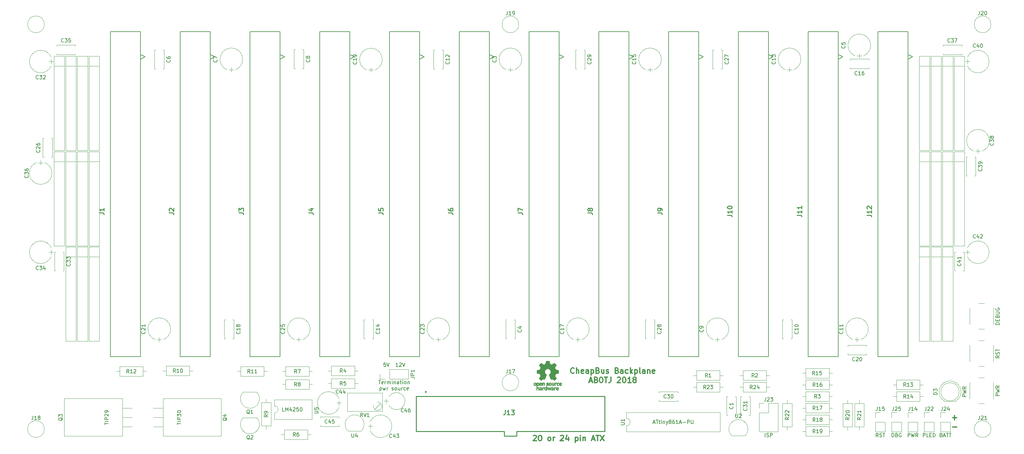
<source format=gbr>
G04 #@! TF.GenerationSoftware,KiCad,Pcbnew,(5.0.1)-3*
G04 #@! TF.CreationDate,2018-11-20T08:18:42-07:00*
G04 #@! TF.ProjectId,MiniSys-Backplane,4D696E695379732D4261636B706C616E,rev?*
G04 #@! TF.SameCoordinates,Original*
G04 #@! TF.FileFunction,Legend,Top*
G04 #@! TF.FilePolarity,Positive*
%FSLAX46Y46*%
G04 Gerber Fmt 4.6, Leading zero omitted, Abs format (unit mm)*
G04 Created by KiCad (PCBNEW (5.0.1)-3) date 11/20/2018 8:18:42 AM*
%MOMM*%
%LPD*%
G01*
G04 APERTURE LIST*
%ADD10C,0.300000*%
%ADD11C,0.150000*%
%ADD12C,0.120000*%
%ADD13C,0.010000*%
%ADD14C,0.152400*%
%ADD15C,0.254000*%
G04 APERTURE END LIST*
D10*
X269303571Y-138537142D02*
X270446428Y-138537142D01*
X269303571Y-135997142D02*
X270446428Y-135997142D01*
X269875000Y-136568571D02*
X269875000Y-135425714D01*
X154822142Y-140926428D02*
X154893571Y-140855000D01*
X155036428Y-140783571D01*
X155393571Y-140783571D01*
X155536428Y-140855000D01*
X155607857Y-140926428D01*
X155679285Y-141069285D01*
X155679285Y-141212142D01*
X155607857Y-141426428D01*
X154750714Y-142283571D01*
X155679285Y-142283571D01*
X156607857Y-140783571D02*
X156750714Y-140783571D01*
X156893571Y-140855000D01*
X156965000Y-140926428D01*
X157036428Y-141069285D01*
X157107857Y-141355000D01*
X157107857Y-141712142D01*
X157036428Y-141997857D01*
X156965000Y-142140714D01*
X156893571Y-142212142D01*
X156750714Y-142283571D01*
X156607857Y-142283571D01*
X156465000Y-142212142D01*
X156393571Y-142140714D01*
X156322142Y-141997857D01*
X156250714Y-141712142D01*
X156250714Y-141355000D01*
X156322142Y-141069285D01*
X156393571Y-140926428D01*
X156465000Y-140855000D01*
X156607857Y-140783571D01*
X159107857Y-142283571D02*
X158965000Y-142212142D01*
X158893571Y-142140714D01*
X158822142Y-141997857D01*
X158822142Y-141569285D01*
X158893571Y-141426428D01*
X158965000Y-141355000D01*
X159107857Y-141283571D01*
X159322142Y-141283571D01*
X159465000Y-141355000D01*
X159536428Y-141426428D01*
X159607857Y-141569285D01*
X159607857Y-141997857D01*
X159536428Y-142140714D01*
X159465000Y-142212142D01*
X159322142Y-142283571D01*
X159107857Y-142283571D01*
X160250714Y-142283571D02*
X160250714Y-141283571D01*
X160250714Y-141569285D02*
X160322142Y-141426428D01*
X160393571Y-141355000D01*
X160536428Y-141283571D01*
X160679285Y-141283571D01*
X162250714Y-140926428D02*
X162322142Y-140855000D01*
X162465000Y-140783571D01*
X162822142Y-140783571D01*
X162965000Y-140855000D01*
X163036428Y-140926428D01*
X163107857Y-141069285D01*
X163107857Y-141212142D01*
X163036428Y-141426428D01*
X162179285Y-142283571D01*
X163107857Y-142283571D01*
X164393571Y-141283571D02*
X164393571Y-142283571D01*
X164036428Y-140712142D02*
X163679285Y-141783571D01*
X164607857Y-141783571D01*
X166322142Y-141283571D02*
X166322142Y-142783571D01*
X166322142Y-141355000D02*
X166465000Y-141283571D01*
X166750714Y-141283571D01*
X166893571Y-141355000D01*
X166965000Y-141426428D01*
X167036428Y-141569285D01*
X167036428Y-141997857D01*
X166965000Y-142140714D01*
X166893571Y-142212142D01*
X166750714Y-142283571D01*
X166465000Y-142283571D01*
X166322142Y-142212142D01*
X167679285Y-142283571D02*
X167679285Y-141283571D01*
X167679285Y-140783571D02*
X167607857Y-140855000D01*
X167679285Y-140926428D01*
X167750714Y-140855000D01*
X167679285Y-140783571D01*
X167679285Y-140926428D01*
X168393571Y-141283571D02*
X168393571Y-142283571D01*
X168393571Y-141426428D02*
X168465000Y-141355000D01*
X168607857Y-141283571D01*
X168822142Y-141283571D01*
X168965000Y-141355000D01*
X169036428Y-141497857D01*
X169036428Y-142283571D01*
X170822142Y-141855000D02*
X171536428Y-141855000D01*
X170679285Y-142283571D02*
X171179285Y-140783571D01*
X171679285Y-142283571D01*
X171965000Y-140783571D02*
X172822142Y-140783571D01*
X172393571Y-142283571D02*
X172393571Y-140783571D01*
X173179285Y-140783571D02*
X174179285Y-142283571D01*
X174179285Y-140783571D02*
X173179285Y-142283571D01*
X165958571Y-123720714D02*
X165887142Y-123792142D01*
X165672857Y-123863571D01*
X165530000Y-123863571D01*
X165315714Y-123792142D01*
X165172857Y-123649285D01*
X165101428Y-123506428D01*
X165030000Y-123220714D01*
X165030000Y-123006428D01*
X165101428Y-122720714D01*
X165172857Y-122577857D01*
X165315714Y-122435000D01*
X165530000Y-122363571D01*
X165672857Y-122363571D01*
X165887142Y-122435000D01*
X165958571Y-122506428D01*
X166601428Y-123863571D02*
X166601428Y-122363571D01*
X167244285Y-123863571D02*
X167244285Y-123077857D01*
X167172857Y-122935000D01*
X167030000Y-122863571D01*
X166815714Y-122863571D01*
X166672857Y-122935000D01*
X166601428Y-123006428D01*
X168530000Y-123792142D02*
X168387142Y-123863571D01*
X168101428Y-123863571D01*
X167958571Y-123792142D01*
X167887142Y-123649285D01*
X167887142Y-123077857D01*
X167958571Y-122935000D01*
X168101428Y-122863571D01*
X168387142Y-122863571D01*
X168530000Y-122935000D01*
X168601428Y-123077857D01*
X168601428Y-123220714D01*
X167887142Y-123363571D01*
X169887142Y-123863571D02*
X169887142Y-123077857D01*
X169815714Y-122935000D01*
X169672857Y-122863571D01*
X169387142Y-122863571D01*
X169244285Y-122935000D01*
X169887142Y-123792142D02*
X169744285Y-123863571D01*
X169387142Y-123863571D01*
X169244285Y-123792142D01*
X169172857Y-123649285D01*
X169172857Y-123506428D01*
X169244285Y-123363571D01*
X169387142Y-123292142D01*
X169744285Y-123292142D01*
X169887142Y-123220714D01*
X170601428Y-122863571D02*
X170601428Y-124363571D01*
X170601428Y-122935000D02*
X170744285Y-122863571D01*
X171030000Y-122863571D01*
X171172857Y-122935000D01*
X171244285Y-123006428D01*
X171315714Y-123149285D01*
X171315714Y-123577857D01*
X171244285Y-123720714D01*
X171172857Y-123792142D01*
X171030000Y-123863571D01*
X170744285Y-123863571D01*
X170601428Y-123792142D01*
X172458571Y-123077857D02*
X172672857Y-123149285D01*
X172744285Y-123220714D01*
X172815714Y-123363571D01*
X172815714Y-123577857D01*
X172744285Y-123720714D01*
X172672857Y-123792142D01*
X172530000Y-123863571D01*
X171958571Y-123863571D01*
X171958571Y-122363571D01*
X172458571Y-122363571D01*
X172601428Y-122435000D01*
X172672857Y-122506428D01*
X172744285Y-122649285D01*
X172744285Y-122792142D01*
X172672857Y-122935000D01*
X172601428Y-123006428D01*
X172458571Y-123077857D01*
X171958571Y-123077857D01*
X174101428Y-122863571D02*
X174101428Y-123863571D01*
X173458571Y-122863571D02*
X173458571Y-123649285D01*
X173530000Y-123792142D01*
X173672857Y-123863571D01*
X173887142Y-123863571D01*
X174030000Y-123792142D01*
X174101428Y-123720714D01*
X174744285Y-123792142D02*
X174887142Y-123863571D01*
X175172857Y-123863571D01*
X175315714Y-123792142D01*
X175387142Y-123649285D01*
X175387142Y-123577857D01*
X175315714Y-123435000D01*
X175172857Y-123363571D01*
X174958571Y-123363571D01*
X174815714Y-123292142D01*
X174744285Y-123149285D01*
X174744285Y-123077857D01*
X174815714Y-122935000D01*
X174958571Y-122863571D01*
X175172857Y-122863571D01*
X175315714Y-122935000D01*
X177672857Y-123077857D02*
X177887142Y-123149285D01*
X177958571Y-123220714D01*
X178030000Y-123363571D01*
X178030000Y-123577857D01*
X177958571Y-123720714D01*
X177887142Y-123792142D01*
X177744285Y-123863571D01*
X177172857Y-123863571D01*
X177172857Y-122363571D01*
X177672857Y-122363571D01*
X177815714Y-122435000D01*
X177887142Y-122506428D01*
X177958571Y-122649285D01*
X177958571Y-122792142D01*
X177887142Y-122935000D01*
X177815714Y-123006428D01*
X177672857Y-123077857D01*
X177172857Y-123077857D01*
X179315714Y-123863571D02*
X179315714Y-123077857D01*
X179244285Y-122935000D01*
X179101428Y-122863571D01*
X178815714Y-122863571D01*
X178672857Y-122935000D01*
X179315714Y-123792142D02*
X179172857Y-123863571D01*
X178815714Y-123863571D01*
X178672857Y-123792142D01*
X178601428Y-123649285D01*
X178601428Y-123506428D01*
X178672857Y-123363571D01*
X178815714Y-123292142D01*
X179172857Y-123292142D01*
X179315714Y-123220714D01*
X180672857Y-123792142D02*
X180530000Y-123863571D01*
X180244285Y-123863571D01*
X180101428Y-123792142D01*
X180030000Y-123720714D01*
X179958571Y-123577857D01*
X179958571Y-123149285D01*
X180030000Y-123006428D01*
X180101428Y-122935000D01*
X180244285Y-122863571D01*
X180530000Y-122863571D01*
X180672857Y-122935000D01*
X181315714Y-123863571D02*
X181315714Y-122363571D01*
X181458571Y-123292142D02*
X181887142Y-123863571D01*
X181887142Y-122863571D02*
X181315714Y-123435000D01*
X182530000Y-122863571D02*
X182530000Y-124363571D01*
X182530000Y-122935000D02*
X182672857Y-122863571D01*
X182958571Y-122863571D01*
X183101428Y-122935000D01*
X183172857Y-123006428D01*
X183244285Y-123149285D01*
X183244285Y-123577857D01*
X183172857Y-123720714D01*
X183101428Y-123792142D01*
X182958571Y-123863571D01*
X182672857Y-123863571D01*
X182530000Y-123792142D01*
X184101428Y-123863571D02*
X183958571Y-123792142D01*
X183887142Y-123649285D01*
X183887142Y-122363571D01*
X185315714Y-123863571D02*
X185315714Y-123077857D01*
X185244285Y-122935000D01*
X185101428Y-122863571D01*
X184815714Y-122863571D01*
X184672857Y-122935000D01*
X185315714Y-123792142D02*
X185172857Y-123863571D01*
X184815714Y-123863571D01*
X184672857Y-123792142D01*
X184601428Y-123649285D01*
X184601428Y-123506428D01*
X184672857Y-123363571D01*
X184815714Y-123292142D01*
X185172857Y-123292142D01*
X185315714Y-123220714D01*
X186030000Y-122863571D02*
X186030000Y-123863571D01*
X186030000Y-123006428D02*
X186101428Y-122935000D01*
X186244285Y-122863571D01*
X186458571Y-122863571D01*
X186601428Y-122935000D01*
X186672857Y-123077857D01*
X186672857Y-123863571D01*
X187958571Y-123792142D02*
X187815714Y-123863571D01*
X187530000Y-123863571D01*
X187387142Y-123792142D01*
X187315714Y-123649285D01*
X187315714Y-123077857D01*
X187387142Y-122935000D01*
X187530000Y-122863571D01*
X187815714Y-122863571D01*
X187958571Y-122935000D01*
X188030000Y-123077857D01*
X188030000Y-123220714D01*
X187315714Y-123363571D01*
X170137142Y-125985000D02*
X170851428Y-125985000D01*
X169994285Y-126413571D02*
X170494285Y-124913571D01*
X170994285Y-126413571D01*
X171994285Y-125627857D02*
X172208571Y-125699285D01*
X172280000Y-125770714D01*
X172351428Y-125913571D01*
X172351428Y-126127857D01*
X172280000Y-126270714D01*
X172208571Y-126342142D01*
X172065714Y-126413571D01*
X171494285Y-126413571D01*
X171494285Y-124913571D01*
X171994285Y-124913571D01*
X172137142Y-124985000D01*
X172208571Y-125056428D01*
X172280000Y-125199285D01*
X172280000Y-125342142D01*
X172208571Y-125485000D01*
X172137142Y-125556428D01*
X171994285Y-125627857D01*
X171494285Y-125627857D01*
X173280000Y-124913571D02*
X173422857Y-124913571D01*
X173565714Y-124985000D01*
X173637142Y-125056428D01*
X173708571Y-125199285D01*
X173780000Y-125485000D01*
X173780000Y-125842142D01*
X173708571Y-126127857D01*
X173637142Y-126270714D01*
X173565714Y-126342142D01*
X173422857Y-126413571D01*
X173280000Y-126413571D01*
X173137142Y-126342142D01*
X173065714Y-126270714D01*
X172994285Y-126127857D01*
X172922857Y-125842142D01*
X172922857Y-125485000D01*
X172994285Y-125199285D01*
X173065714Y-125056428D01*
X173137142Y-124985000D01*
X173280000Y-124913571D01*
X174208571Y-124913571D02*
X175065714Y-124913571D01*
X174637142Y-126413571D02*
X174637142Y-124913571D01*
X175994285Y-124913571D02*
X175994285Y-125985000D01*
X175922857Y-126199285D01*
X175780000Y-126342142D01*
X175565714Y-126413571D01*
X175422857Y-126413571D01*
X177780000Y-125056428D02*
X177851428Y-124985000D01*
X177994285Y-124913571D01*
X178351428Y-124913571D01*
X178494285Y-124985000D01*
X178565714Y-125056428D01*
X178637142Y-125199285D01*
X178637142Y-125342142D01*
X178565714Y-125556428D01*
X177708571Y-126413571D01*
X178637142Y-126413571D01*
X179565714Y-124913571D02*
X179708571Y-124913571D01*
X179851428Y-124985000D01*
X179922857Y-125056428D01*
X179994285Y-125199285D01*
X180065714Y-125485000D01*
X180065714Y-125842142D01*
X179994285Y-126127857D01*
X179922857Y-126270714D01*
X179851428Y-126342142D01*
X179708571Y-126413571D01*
X179565714Y-126413571D01*
X179422857Y-126342142D01*
X179351428Y-126270714D01*
X179280000Y-126127857D01*
X179208571Y-125842142D01*
X179208571Y-125485000D01*
X179280000Y-125199285D01*
X179351428Y-125056428D01*
X179422857Y-124985000D01*
X179565714Y-124913571D01*
X181494285Y-126413571D02*
X180637142Y-126413571D01*
X181065714Y-126413571D02*
X181065714Y-124913571D01*
X180922857Y-125127857D01*
X180780000Y-125270714D01*
X180637142Y-125342142D01*
X182351428Y-125556428D02*
X182208571Y-125485000D01*
X182137142Y-125413571D01*
X182065714Y-125270714D01*
X182065714Y-125199285D01*
X182137142Y-125056428D01*
X182208571Y-124985000D01*
X182351428Y-124913571D01*
X182637142Y-124913571D01*
X182780000Y-124985000D01*
X182851428Y-125056428D01*
X182922857Y-125199285D01*
X182922857Y-125270714D01*
X182851428Y-125413571D01*
X182780000Y-125485000D01*
X182637142Y-125556428D01*
X182351428Y-125556428D01*
X182208571Y-125627857D01*
X182137142Y-125699285D01*
X182065714Y-125842142D01*
X182065714Y-126127857D01*
X182137142Y-126270714D01*
X182208571Y-126342142D01*
X182351428Y-126413571D01*
X182637142Y-126413571D01*
X182780000Y-126342142D01*
X182851428Y-126270714D01*
X182922857Y-126127857D01*
X182922857Y-125842142D01*
X182851428Y-125699285D01*
X182780000Y-125627857D01*
X182637142Y-125556428D01*
D11*
X112578095Y-125754380D02*
X113149523Y-125754380D01*
X112863809Y-126754380D02*
X112863809Y-125754380D01*
X113863809Y-126706761D02*
X113768571Y-126754380D01*
X113578095Y-126754380D01*
X113482857Y-126706761D01*
X113435238Y-126611523D01*
X113435238Y-126230571D01*
X113482857Y-126135333D01*
X113578095Y-126087714D01*
X113768571Y-126087714D01*
X113863809Y-126135333D01*
X113911428Y-126230571D01*
X113911428Y-126325809D01*
X113435238Y-126421047D01*
X114340000Y-126754380D02*
X114340000Y-126087714D01*
X114340000Y-126278190D02*
X114387619Y-126182952D01*
X114435238Y-126135333D01*
X114530476Y-126087714D01*
X114625714Y-126087714D01*
X114959047Y-126754380D02*
X114959047Y-126087714D01*
X114959047Y-126182952D02*
X115006666Y-126135333D01*
X115101904Y-126087714D01*
X115244761Y-126087714D01*
X115340000Y-126135333D01*
X115387619Y-126230571D01*
X115387619Y-126754380D01*
X115387619Y-126230571D02*
X115435238Y-126135333D01*
X115530476Y-126087714D01*
X115673333Y-126087714D01*
X115768571Y-126135333D01*
X115816190Y-126230571D01*
X115816190Y-126754380D01*
X116292380Y-126754380D02*
X116292380Y-126087714D01*
X116292380Y-125754380D02*
X116244761Y-125802000D01*
X116292380Y-125849619D01*
X116340000Y-125802000D01*
X116292380Y-125754380D01*
X116292380Y-125849619D01*
X116768571Y-126087714D02*
X116768571Y-126754380D01*
X116768571Y-126182952D02*
X116816190Y-126135333D01*
X116911428Y-126087714D01*
X117054285Y-126087714D01*
X117149523Y-126135333D01*
X117197142Y-126230571D01*
X117197142Y-126754380D01*
X118101904Y-126754380D02*
X118101904Y-126230571D01*
X118054285Y-126135333D01*
X117959047Y-126087714D01*
X117768571Y-126087714D01*
X117673333Y-126135333D01*
X118101904Y-126706761D02*
X118006666Y-126754380D01*
X117768571Y-126754380D01*
X117673333Y-126706761D01*
X117625714Y-126611523D01*
X117625714Y-126516285D01*
X117673333Y-126421047D01*
X117768571Y-126373428D01*
X118006666Y-126373428D01*
X118101904Y-126325809D01*
X118435238Y-126087714D02*
X118816190Y-126087714D01*
X118578095Y-125754380D02*
X118578095Y-126611523D01*
X118625714Y-126706761D01*
X118720952Y-126754380D01*
X118816190Y-126754380D01*
X119149523Y-126754380D02*
X119149523Y-126087714D01*
X119149523Y-125754380D02*
X119101904Y-125802000D01*
X119149523Y-125849619D01*
X119197142Y-125802000D01*
X119149523Y-125754380D01*
X119149523Y-125849619D01*
X119768571Y-126754380D02*
X119673333Y-126706761D01*
X119625714Y-126659142D01*
X119578095Y-126563904D01*
X119578095Y-126278190D01*
X119625714Y-126182952D01*
X119673333Y-126135333D01*
X119768571Y-126087714D01*
X119911428Y-126087714D01*
X120006666Y-126135333D01*
X120054285Y-126182952D01*
X120101904Y-126278190D01*
X120101904Y-126563904D01*
X120054285Y-126659142D01*
X120006666Y-126706761D01*
X119911428Y-126754380D01*
X119768571Y-126754380D01*
X120530476Y-126087714D02*
X120530476Y-126754380D01*
X120530476Y-126182952D02*
X120578095Y-126135333D01*
X120673333Y-126087714D01*
X120816190Y-126087714D01*
X120911428Y-126135333D01*
X120959047Y-126230571D01*
X120959047Y-126754380D01*
X112935238Y-127737714D02*
X112935238Y-128737714D01*
X112935238Y-127785333D02*
X113030476Y-127737714D01*
X113220952Y-127737714D01*
X113316190Y-127785333D01*
X113363809Y-127832952D01*
X113411428Y-127928190D01*
X113411428Y-128213904D01*
X113363809Y-128309142D01*
X113316190Y-128356761D01*
X113220952Y-128404380D01*
X113030476Y-128404380D01*
X112935238Y-128356761D01*
X113744761Y-127737714D02*
X113935238Y-128404380D01*
X114125714Y-127928190D01*
X114316190Y-128404380D01*
X114506666Y-127737714D01*
X114887619Y-128404380D02*
X114887619Y-127737714D01*
X114887619Y-127928190D02*
X114935238Y-127832952D01*
X114982857Y-127785333D01*
X115078095Y-127737714D01*
X115173333Y-127737714D01*
X116220952Y-128356761D02*
X116316190Y-128404380D01*
X116506666Y-128404380D01*
X116601904Y-128356761D01*
X116649523Y-128261523D01*
X116649523Y-128213904D01*
X116601904Y-128118666D01*
X116506666Y-128071047D01*
X116363809Y-128071047D01*
X116268571Y-128023428D01*
X116220952Y-127928190D01*
X116220952Y-127880571D01*
X116268571Y-127785333D01*
X116363809Y-127737714D01*
X116506666Y-127737714D01*
X116601904Y-127785333D01*
X117220952Y-128404380D02*
X117125714Y-128356761D01*
X117078095Y-128309142D01*
X117030476Y-128213904D01*
X117030476Y-127928190D01*
X117078095Y-127832952D01*
X117125714Y-127785333D01*
X117220952Y-127737714D01*
X117363809Y-127737714D01*
X117459047Y-127785333D01*
X117506666Y-127832952D01*
X117554285Y-127928190D01*
X117554285Y-128213904D01*
X117506666Y-128309142D01*
X117459047Y-128356761D01*
X117363809Y-128404380D01*
X117220952Y-128404380D01*
X118411428Y-127737714D02*
X118411428Y-128404380D01*
X117982857Y-127737714D02*
X117982857Y-128261523D01*
X118030476Y-128356761D01*
X118125714Y-128404380D01*
X118268571Y-128404380D01*
X118363809Y-128356761D01*
X118411428Y-128309142D01*
X118887619Y-128404380D02*
X118887619Y-127737714D01*
X118887619Y-127928190D02*
X118935238Y-127832952D01*
X118982857Y-127785333D01*
X119078095Y-127737714D01*
X119173333Y-127737714D01*
X119935238Y-128356761D02*
X119840000Y-128404380D01*
X119649523Y-128404380D01*
X119554285Y-128356761D01*
X119506666Y-128309142D01*
X119459047Y-128213904D01*
X119459047Y-127928190D01*
X119506666Y-127832952D01*
X119554285Y-127785333D01*
X119649523Y-127737714D01*
X119840000Y-127737714D01*
X119935238Y-127785333D01*
X120744761Y-128356761D02*
X120649523Y-128404380D01*
X120459047Y-128404380D01*
X120363809Y-128356761D01*
X120316190Y-128261523D01*
X120316190Y-127880571D01*
X120363809Y-127785333D01*
X120459047Y-127737714D01*
X120649523Y-127737714D01*
X120744761Y-127785333D01*
X120792380Y-127880571D01*
X120792380Y-127975809D01*
X120316190Y-128071047D01*
D12*
G04 #@! TO.C,C1*
X207919000Y-135315000D02*
X207605000Y-135315000D01*
X210225000Y-135315000D02*
X209911000Y-135315000D01*
X207919000Y-130195000D02*
X207605000Y-130195000D01*
X210225000Y-130195000D02*
X209911000Y-130195000D01*
X207605000Y-130195000D02*
X207605000Y-135315000D01*
X210225000Y-130195000D02*
X210225000Y-135315000D01*
G04 #@! TO.C,R24*
X212055000Y-126325000D02*
X212055000Y-128945000D01*
X212055000Y-128945000D02*
X218475000Y-128945000D01*
X218475000Y-128945000D02*
X218475000Y-126325000D01*
X218475000Y-126325000D02*
X212055000Y-126325000D01*
X211165000Y-127635000D02*
X212055000Y-127635000D01*
X219365000Y-127635000D02*
X218475000Y-127635000D01*
G04 #@! TO.C,R23*
X206665000Y-127635000D02*
X205775000Y-127635000D01*
X198465000Y-127635000D02*
X199355000Y-127635000D01*
X205775000Y-126325000D02*
X199355000Y-126325000D01*
X205775000Y-128945000D02*
X205775000Y-126325000D01*
X199355000Y-128945000D02*
X205775000Y-128945000D01*
X199355000Y-126325000D02*
X199355000Y-128945000D01*
G04 #@! TO.C,R16*
X229200000Y-125690000D02*
X229200000Y-128310000D01*
X229200000Y-128310000D02*
X235620000Y-128310000D01*
X235620000Y-128310000D02*
X235620000Y-125690000D01*
X235620000Y-125690000D02*
X229200000Y-125690000D01*
X228310000Y-127000000D02*
X229200000Y-127000000D01*
X236510000Y-127000000D02*
X235620000Y-127000000D01*
G04 #@! TO.C,R15*
X236510000Y-123825000D02*
X235620000Y-123825000D01*
X228310000Y-123825000D02*
X229200000Y-123825000D01*
X235620000Y-122515000D02*
X229200000Y-122515000D01*
X235620000Y-125135000D02*
X235620000Y-122515000D01*
X229200000Y-125135000D02*
X235620000Y-125135000D01*
X229200000Y-122515000D02*
X229200000Y-125135000D01*
G04 #@! TO.C,SW3*
X277955000Y-104755000D02*
X276455000Y-104755000D01*
X273955000Y-106005000D02*
X273955000Y-110505000D01*
X276455000Y-111755000D02*
X277955000Y-111755000D01*
X280455000Y-110505000D02*
X280455000Y-106005000D01*
G04 #@! TO.C,U1*
X180280000Y-134510000D02*
X180280000Y-136160000D01*
X205800000Y-134510000D02*
X180280000Y-134510000D01*
X205800000Y-139810000D02*
X205800000Y-134510000D01*
X180280000Y-139810000D02*
X205800000Y-139810000D01*
X180280000Y-138160000D02*
X180280000Y-139810000D01*
X180280000Y-136160000D02*
G75*
G02X180280000Y-138160000I0J-1000000D01*
G01*
G04 #@! TO.C,J25*
X252670000Y-134560000D02*
X254000000Y-134560000D01*
X252670000Y-135890000D02*
X252670000Y-134560000D01*
X252670000Y-137160000D02*
X255330000Y-137160000D01*
X255330000Y-137160000D02*
X255330000Y-139760000D01*
X252670000Y-137160000D02*
X252670000Y-139760000D01*
X252670000Y-139760000D02*
X255330000Y-139760000D01*
G04 #@! TO.C,J24*
X266005000Y-134560000D02*
X267335000Y-134560000D01*
X266005000Y-135890000D02*
X266005000Y-134560000D01*
X266005000Y-137160000D02*
X268665000Y-137160000D01*
X268665000Y-137160000D02*
X268665000Y-139760000D01*
X266005000Y-137160000D02*
X266005000Y-139760000D01*
X266005000Y-139760000D02*
X268665000Y-139760000D01*
D13*
G04 #@! TO.C,LOGO1*
G36*
X159250964Y-120858576D02*
X159326513Y-121259322D01*
X159884041Y-121489154D01*
X160218465Y-121261748D01*
X160312122Y-121198431D01*
X160396782Y-121141896D01*
X160468495Y-121094727D01*
X160523311Y-121059502D01*
X160557280Y-121038805D01*
X160566530Y-121034342D01*
X160583195Y-121045820D01*
X160618806Y-121077551D01*
X160669371Y-121125483D01*
X160730900Y-121185562D01*
X160799399Y-121253733D01*
X160870879Y-121325945D01*
X160941347Y-121398142D01*
X161006811Y-121466273D01*
X161063280Y-121526283D01*
X161106763Y-121574119D01*
X161133268Y-121605727D01*
X161139605Y-121616305D01*
X161130486Y-121635806D01*
X161104920Y-121678531D01*
X161065597Y-121740298D01*
X161015203Y-121816931D01*
X160956427Y-121904248D01*
X160922368Y-121954052D01*
X160860289Y-122044993D01*
X160805126Y-122127059D01*
X160759554Y-122196163D01*
X160726250Y-122248222D01*
X160707890Y-122279150D01*
X160705131Y-122285650D01*
X160711385Y-122304121D01*
X160728434Y-122347172D01*
X160753703Y-122408749D01*
X160784622Y-122482799D01*
X160818618Y-122563270D01*
X160853118Y-122644107D01*
X160885551Y-122719258D01*
X160913343Y-122782671D01*
X160933923Y-122828293D01*
X160944719Y-122850069D01*
X160945356Y-122850926D01*
X160962307Y-122855084D01*
X161007451Y-122864361D01*
X161076110Y-122877844D01*
X161163602Y-122894621D01*
X161265250Y-122913781D01*
X161324556Y-122924830D01*
X161433172Y-122945510D01*
X161531277Y-122965189D01*
X161613909Y-122982789D01*
X161676104Y-122997233D01*
X161712899Y-123007446D01*
X161720296Y-123010686D01*
X161727540Y-123032617D01*
X161733385Y-123082147D01*
X161737835Y-123153485D01*
X161740893Y-123240839D01*
X161742565Y-123338417D01*
X161742853Y-123440426D01*
X161741761Y-123541075D01*
X161739294Y-123634572D01*
X161735456Y-123715125D01*
X161730250Y-123776942D01*
X161723681Y-123814230D01*
X161719741Y-123821993D01*
X161696188Y-123831298D01*
X161646282Y-123844600D01*
X161576623Y-123860337D01*
X161493813Y-123876946D01*
X161464905Y-123882319D01*
X161325531Y-123907848D01*
X161215436Y-123928408D01*
X161130982Y-123944815D01*
X161068530Y-123957887D01*
X161024444Y-123968441D01*
X160995085Y-123977294D01*
X160976815Y-123985263D01*
X160965998Y-123993165D01*
X160964485Y-123994727D01*
X160949377Y-124019886D01*
X160926329Y-124068850D01*
X160897644Y-124135621D01*
X160865622Y-124214205D01*
X160832565Y-124298607D01*
X160800773Y-124382830D01*
X160772549Y-124460879D01*
X160750193Y-124526759D01*
X160736007Y-124574473D01*
X160732293Y-124598027D01*
X160732602Y-124598852D01*
X160745189Y-124618104D01*
X160773744Y-124660463D01*
X160815267Y-124721521D01*
X160866756Y-124796868D01*
X160925211Y-124882096D01*
X160941858Y-124906315D01*
X161001215Y-124994123D01*
X161053447Y-125074238D01*
X161095708Y-125142062D01*
X161125153Y-125192993D01*
X161138937Y-125222431D01*
X161139605Y-125226048D01*
X161128024Y-125245057D01*
X161096024Y-125282714D01*
X161047718Y-125334973D01*
X160987220Y-125397786D01*
X160918644Y-125467106D01*
X160846104Y-125538885D01*
X160773712Y-125609077D01*
X160705584Y-125673635D01*
X160645832Y-125728510D01*
X160598571Y-125769656D01*
X160567913Y-125793026D01*
X160559432Y-125796842D01*
X160539691Y-125787855D01*
X160499274Y-125763616D01*
X160444763Y-125728209D01*
X160402823Y-125699711D01*
X160326829Y-125647418D01*
X160236834Y-125585845D01*
X160146564Y-125524370D01*
X160098032Y-125491469D01*
X159933762Y-125380359D01*
X159795869Y-125454916D01*
X159733049Y-125487578D01*
X159679629Y-125512966D01*
X159643484Y-125527446D01*
X159634284Y-125529460D01*
X159623221Y-125514584D01*
X159601394Y-125472547D01*
X159570434Y-125407227D01*
X159531970Y-125322500D01*
X159487632Y-125222245D01*
X159439047Y-125110339D01*
X159387846Y-124990659D01*
X159335659Y-124867084D01*
X159284113Y-124743491D01*
X159234840Y-124623757D01*
X159189467Y-124511759D01*
X159149625Y-124411377D01*
X159116942Y-124326486D01*
X159093049Y-124260965D01*
X159079574Y-124218690D01*
X159077406Y-124204172D01*
X159094583Y-124185653D01*
X159132190Y-124155590D01*
X159182366Y-124120232D01*
X159186578Y-124117434D01*
X159316264Y-124013625D01*
X159420834Y-123892515D01*
X159499381Y-123757976D01*
X159550999Y-123613882D01*
X159574782Y-123464105D01*
X159569823Y-123312517D01*
X159535217Y-123162992D01*
X159470057Y-123019400D01*
X159450886Y-122987984D01*
X159351174Y-122861125D01*
X159233377Y-122759255D01*
X159101571Y-122682904D01*
X158959833Y-122632602D01*
X158812242Y-122608879D01*
X158662873Y-122612265D01*
X158515803Y-122643288D01*
X158375111Y-122702480D01*
X158244873Y-122790369D01*
X158204586Y-122826042D01*
X158102055Y-122937706D01*
X158027341Y-123055257D01*
X157976090Y-123187020D01*
X157947546Y-123317507D01*
X157940500Y-123464216D01*
X157963996Y-123611653D01*
X158015649Y-123754834D01*
X158093071Y-123888777D01*
X158193875Y-124008498D01*
X158315676Y-124109014D01*
X158331684Y-124119609D01*
X158382398Y-124154306D01*
X158420950Y-124184370D01*
X158439381Y-124203565D01*
X158439649Y-124204172D01*
X158435692Y-124224936D01*
X158420007Y-124272062D01*
X158394222Y-124341673D01*
X158359969Y-124429893D01*
X158318877Y-124532844D01*
X158272576Y-124646650D01*
X158222696Y-124767435D01*
X158170867Y-124891321D01*
X158118719Y-125014432D01*
X158067882Y-125132891D01*
X158019987Y-125242823D01*
X157976662Y-125340349D01*
X157939538Y-125421593D01*
X157910244Y-125482679D01*
X157890412Y-125519730D01*
X157882426Y-125529460D01*
X157858021Y-125521883D01*
X157812358Y-125501560D01*
X157753310Y-125472125D01*
X157720840Y-125454916D01*
X157582947Y-125380359D01*
X157418677Y-125491469D01*
X157334821Y-125548390D01*
X157243013Y-125611030D01*
X157156980Y-125670011D01*
X157113887Y-125699711D01*
X157053277Y-125740410D01*
X157001955Y-125772663D01*
X156966615Y-125792384D01*
X156955137Y-125796554D01*
X156938430Y-125785307D01*
X156901454Y-125753911D01*
X156847795Y-125705624D01*
X156781038Y-125643708D01*
X156704766Y-125571421D01*
X156656527Y-125525008D01*
X156572133Y-125442087D01*
X156499197Y-125367920D01*
X156440669Y-125305680D01*
X156399497Y-125258541D01*
X156378628Y-125229673D01*
X156376626Y-125223815D01*
X156385917Y-125201532D01*
X156411591Y-125156477D01*
X156450800Y-125093211D01*
X156500697Y-125016295D01*
X156558433Y-124930292D01*
X156574851Y-124906315D01*
X156634677Y-124819170D01*
X156688350Y-124740710D01*
X156732870Y-124675345D01*
X156765235Y-124627484D01*
X156782445Y-124601535D01*
X156784107Y-124598852D01*
X156781621Y-124578172D01*
X156768423Y-124532704D01*
X156746814Y-124468444D01*
X156719096Y-124391387D01*
X156687570Y-124307529D01*
X156654537Y-124222866D01*
X156622299Y-124143392D01*
X156593157Y-124075104D01*
X156569412Y-124023997D01*
X156553365Y-123996067D01*
X156552225Y-123994727D01*
X156542412Y-123986745D01*
X156525839Y-123978851D01*
X156498868Y-123970229D01*
X156457861Y-123960062D01*
X156399180Y-123947531D01*
X156319187Y-123931821D01*
X156214245Y-123912113D01*
X156080715Y-123887592D01*
X156051804Y-123882319D01*
X155966118Y-123865764D01*
X155891418Y-123849569D01*
X155834306Y-123835296D01*
X155801383Y-123824508D01*
X155796969Y-123821993D01*
X155789694Y-123799696D01*
X155783781Y-123749869D01*
X155779234Y-123678304D01*
X155776055Y-123590793D01*
X155774251Y-123493128D01*
X155773823Y-123391101D01*
X155774777Y-123290503D01*
X155777116Y-123197127D01*
X155780844Y-123116765D01*
X155785966Y-123055209D01*
X155792484Y-123018250D01*
X155796414Y-123010686D01*
X155818292Y-123003056D01*
X155868109Y-122990642D01*
X155940903Y-122974522D01*
X156031711Y-122955773D01*
X156135569Y-122935471D01*
X156192154Y-122924830D01*
X156299514Y-122904760D01*
X156395254Y-122886580D01*
X156474694Y-122871199D01*
X156533154Y-122859531D01*
X156565955Y-122852488D01*
X156571354Y-122850926D01*
X156580478Y-122833322D01*
X156599765Y-122790918D01*
X156626645Y-122729772D01*
X156658546Y-122655943D01*
X156692898Y-122575489D01*
X156727129Y-122494468D01*
X156758669Y-122418937D01*
X156784946Y-122354955D01*
X156803389Y-122308580D01*
X156811429Y-122285869D01*
X156811578Y-122284876D01*
X156802465Y-122266961D01*
X156776914Y-122225733D01*
X156737612Y-122165291D01*
X156687243Y-122089731D01*
X156628494Y-122003152D01*
X156594342Y-121953421D01*
X156532110Y-121862236D01*
X156476836Y-121779449D01*
X156431218Y-121709249D01*
X156397952Y-121655824D01*
X156379736Y-121623361D01*
X156377105Y-121616083D01*
X156388414Y-121599145D01*
X156419681Y-121562978D01*
X156466910Y-121511635D01*
X156526108Y-121449167D01*
X156593281Y-121379626D01*
X156664434Y-121307065D01*
X156735574Y-121235535D01*
X156802707Y-121169087D01*
X156861839Y-121111774D01*
X156908975Y-121067647D01*
X156940123Y-121040759D01*
X156950543Y-121034342D01*
X156967509Y-121043365D01*
X157008089Y-121068715D01*
X157068337Y-121107810D01*
X157144307Y-121158071D01*
X157232054Y-121216917D01*
X157298244Y-121261748D01*
X157632668Y-121489154D01*
X157911433Y-121374238D01*
X158190197Y-121259322D01*
X158265746Y-120858576D01*
X158341294Y-120457829D01*
X159175415Y-120457829D01*
X159250964Y-120858576D01*
X159250964Y-120858576D01*
G37*
X159250964Y-120858576D02*
X159326513Y-121259322D01*
X159884041Y-121489154D01*
X160218465Y-121261748D01*
X160312122Y-121198431D01*
X160396782Y-121141896D01*
X160468495Y-121094727D01*
X160523311Y-121059502D01*
X160557280Y-121038805D01*
X160566530Y-121034342D01*
X160583195Y-121045820D01*
X160618806Y-121077551D01*
X160669371Y-121125483D01*
X160730900Y-121185562D01*
X160799399Y-121253733D01*
X160870879Y-121325945D01*
X160941347Y-121398142D01*
X161006811Y-121466273D01*
X161063280Y-121526283D01*
X161106763Y-121574119D01*
X161133268Y-121605727D01*
X161139605Y-121616305D01*
X161130486Y-121635806D01*
X161104920Y-121678531D01*
X161065597Y-121740298D01*
X161015203Y-121816931D01*
X160956427Y-121904248D01*
X160922368Y-121954052D01*
X160860289Y-122044993D01*
X160805126Y-122127059D01*
X160759554Y-122196163D01*
X160726250Y-122248222D01*
X160707890Y-122279150D01*
X160705131Y-122285650D01*
X160711385Y-122304121D01*
X160728434Y-122347172D01*
X160753703Y-122408749D01*
X160784622Y-122482799D01*
X160818618Y-122563270D01*
X160853118Y-122644107D01*
X160885551Y-122719258D01*
X160913343Y-122782671D01*
X160933923Y-122828293D01*
X160944719Y-122850069D01*
X160945356Y-122850926D01*
X160962307Y-122855084D01*
X161007451Y-122864361D01*
X161076110Y-122877844D01*
X161163602Y-122894621D01*
X161265250Y-122913781D01*
X161324556Y-122924830D01*
X161433172Y-122945510D01*
X161531277Y-122965189D01*
X161613909Y-122982789D01*
X161676104Y-122997233D01*
X161712899Y-123007446D01*
X161720296Y-123010686D01*
X161727540Y-123032617D01*
X161733385Y-123082147D01*
X161737835Y-123153485D01*
X161740893Y-123240839D01*
X161742565Y-123338417D01*
X161742853Y-123440426D01*
X161741761Y-123541075D01*
X161739294Y-123634572D01*
X161735456Y-123715125D01*
X161730250Y-123776942D01*
X161723681Y-123814230D01*
X161719741Y-123821993D01*
X161696188Y-123831298D01*
X161646282Y-123844600D01*
X161576623Y-123860337D01*
X161493813Y-123876946D01*
X161464905Y-123882319D01*
X161325531Y-123907848D01*
X161215436Y-123928408D01*
X161130982Y-123944815D01*
X161068530Y-123957887D01*
X161024444Y-123968441D01*
X160995085Y-123977294D01*
X160976815Y-123985263D01*
X160965998Y-123993165D01*
X160964485Y-123994727D01*
X160949377Y-124019886D01*
X160926329Y-124068850D01*
X160897644Y-124135621D01*
X160865622Y-124214205D01*
X160832565Y-124298607D01*
X160800773Y-124382830D01*
X160772549Y-124460879D01*
X160750193Y-124526759D01*
X160736007Y-124574473D01*
X160732293Y-124598027D01*
X160732602Y-124598852D01*
X160745189Y-124618104D01*
X160773744Y-124660463D01*
X160815267Y-124721521D01*
X160866756Y-124796868D01*
X160925211Y-124882096D01*
X160941858Y-124906315D01*
X161001215Y-124994123D01*
X161053447Y-125074238D01*
X161095708Y-125142062D01*
X161125153Y-125192993D01*
X161138937Y-125222431D01*
X161139605Y-125226048D01*
X161128024Y-125245057D01*
X161096024Y-125282714D01*
X161047718Y-125334973D01*
X160987220Y-125397786D01*
X160918644Y-125467106D01*
X160846104Y-125538885D01*
X160773712Y-125609077D01*
X160705584Y-125673635D01*
X160645832Y-125728510D01*
X160598571Y-125769656D01*
X160567913Y-125793026D01*
X160559432Y-125796842D01*
X160539691Y-125787855D01*
X160499274Y-125763616D01*
X160444763Y-125728209D01*
X160402823Y-125699711D01*
X160326829Y-125647418D01*
X160236834Y-125585845D01*
X160146564Y-125524370D01*
X160098032Y-125491469D01*
X159933762Y-125380359D01*
X159795869Y-125454916D01*
X159733049Y-125487578D01*
X159679629Y-125512966D01*
X159643484Y-125527446D01*
X159634284Y-125529460D01*
X159623221Y-125514584D01*
X159601394Y-125472547D01*
X159570434Y-125407227D01*
X159531970Y-125322500D01*
X159487632Y-125222245D01*
X159439047Y-125110339D01*
X159387846Y-124990659D01*
X159335659Y-124867084D01*
X159284113Y-124743491D01*
X159234840Y-124623757D01*
X159189467Y-124511759D01*
X159149625Y-124411377D01*
X159116942Y-124326486D01*
X159093049Y-124260965D01*
X159079574Y-124218690D01*
X159077406Y-124204172D01*
X159094583Y-124185653D01*
X159132190Y-124155590D01*
X159182366Y-124120232D01*
X159186578Y-124117434D01*
X159316264Y-124013625D01*
X159420834Y-123892515D01*
X159499381Y-123757976D01*
X159550999Y-123613882D01*
X159574782Y-123464105D01*
X159569823Y-123312517D01*
X159535217Y-123162992D01*
X159470057Y-123019400D01*
X159450886Y-122987984D01*
X159351174Y-122861125D01*
X159233377Y-122759255D01*
X159101571Y-122682904D01*
X158959833Y-122632602D01*
X158812242Y-122608879D01*
X158662873Y-122612265D01*
X158515803Y-122643288D01*
X158375111Y-122702480D01*
X158244873Y-122790369D01*
X158204586Y-122826042D01*
X158102055Y-122937706D01*
X158027341Y-123055257D01*
X157976090Y-123187020D01*
X157947546Y-123317507D01*
X157940500Y-123464216D01*
X157963996Y-123611653D01*
X158015649Y-123754834D01*
X158093071Y-123888777D01*
X158193875Y-124008498D01*
X158315676Y-124109014D01*
X158331684Y-124119609D01*
X158382398Y-124154306D01*
X158420950Y-124184370D01*
X158439381Y-124203565D01*
X158439649Y-124204172D01*
X158435692Y-124224936D01*
X158420007Y-124272062D01*
X158394222Y-124341673D01*
X158359969Y-124429893D01*
X158318877Y-124532844D01*
X158272576Y-124646650D01*
X158222696Y-124767435D01*
X158170867Y-124891321D01*
X158118719Y-125014432D01*
X158067882Y-125132891D01*
X158019987Y-125242823D01*
X157976662Y-125340349D01*
X157939538Y-125421593D01*
X157910244Y-125482679D01*
X157890412Y-125519730D01*
X157882426Y-125529460D01*
X157858021Y-125521883D01*
X157812358Y-125501560D01*
X157753310Y-125472125D01*
X157720840Y-125454916D01*
X157582947Y-125380359D01*
X157418677Y-125491469D01*
X157334821Y-125548390D01*
X157243013Y-125611030D01*
X157156980Y-125670011D01*
X157113887Y-125699711D01*
X157053277Y-125740410D01*
X157001955Y-125772663D01*
X156966615Y-125792384D01*
X156955137Y-125796554D01*
X156938430Y-125785307D01*
X156901454Y-125753911D01*
X156847795Y-125705624D01*
X156781038Y-125643708D01*
X156704766Y-125571421D01*
X156656527Y-125525008D01*
X156572133Y-125442087D01*
X156499197Y-125367920D01*
X156440669Y-125305680D01*
X156399497Y-125258541D01*
X156378628Y-125229673D01*
X156376626Y-125223815D01*
X156385917Y-125201532D01*
X156411591Y-125156477D01*
X156450800Y-125093211D01*
X156500697Y-125016295D01*
X156558433Y-124930292D01*
X156574851Y-124906315D01*
X156634677Y-124819170D01*
X156688350Y-124740710D01*
X156732870Y-124675345D01*
X156765235Y-124627484D01*
X156782445Y-124601535D01*
X156784107Y-124598852D01*
X156781621Y-124578172D01*
X156768423Y-124532704D01*
X156746814Y-124468444D01*
X156719096Y-124391387D01*
X156687570Y-124307529D01*
X156654537Y-124222866D01*
X156622299Y-124143392D01*
X156593157Y-124075104D01*
X156569412Y-124023997D01*
X156553365Y-123996067D01*
X156552225Y-123994727D01*
X156542412Y-123986745D01*
X156525839Y-123978851D01*
X156498868Y-123970229D01*
X156457861Y-123960062D01*
X156399180Y-123947531D01*
X156319187Y-123931821D01*
X156214245Y-123912113D01*
X156080715Y-123887592D01*
X156051804Y-123882319D01*
X155966118Y-123865764D01*
X155891418Y-123849569D01*
X155834306Y-123835296D01*
X155801383Y-123824508D01*
X155796969Y-123821993D01*
X155789694Y-123799696D01*
X155783781Y-123749869D01*
X155779234Y-123678304D01*
X155776055Y-123590793D01*
X155774251Y-123493128D01*
X155773823Y-123391101D01*
X155774777Y-123290503D01*
X155777116Y-123197127D01*
X155780844Y-123116765D01*
X155785966Y-123055209D01*
X155792484Y-123018250D01*
X155796414Y-123010686D01*
X155818292Y-123003056D01*
X155868109Y-122990642D01*
X155940903Y-122974522D01*
X156031711Y-122955773D01*
X156135569Y-122935471D01*
X156192154Y-122924830D01*
X156299514Y-122904760D01*
X156395254Y-122886580D01*
X156474694Y-122871199D01*
X156533154Y-122859531D01*
X156565955Y-122852488D01*
X156571354Y-122850926D01*
X156580478Y-122833322D01*
X156599765Y-122790918D01*
X156626645Y-122729772D01*
X156658546Y-122655943D01*
X156692898Y-122575489D01*
X156727129Y-122494468D01*
X156758669Y-122418937D01*
X156784946Y-122354955D01*
X156803389Y-122308580D01*
X156811429Y-122285869D01*
X156811578Y-122284876D01*
X156802465Y-122266961D01*
X156776914Y-122225733D01*
X156737612Y-122165291D01*
X156687243Y-122089731D01*
X156628494Y-122003152D01*
X156594342Y-121953421D01*
X156532110Y-121862236D01*
X156476836Y-121779449D01*
X156431218Y-121709249D01*
X156397952Y-121655824D01*
X156379736Y-121623361D01*
X156377105Y-121616083D01*
X156388414Y-121599145D01*
X156419681Y-121562978D01*
X156466910Y-121511635D01*
X156526108Y-121449167D01*
X156593281Y-121379626D01*
X156664434Y-121307065D01*
X156735574Y-121235535D01*
X156802707Y-121169087D01*
X156861839Y-121111774D01*
X156908975Y-121067647D01*
X156940123Y-121040759D01*
X156950543Y-121034342D01*
X156967509Y-121043365D01*
X157008089Y-121068715D01*
X157068337Y-121107810D01*
X157144307Y-121158071D01*
X157232054Y-121216917D01*
X157298244Y-121261748D01*
X157632668Y-121489154D01*
X157911433Y-121374238D01*
X158190197Y-121259322D01*
X158265746Y-120858576D01*
X158341294Y-120457829D01*
X159175415Y-120457829D01*
X159250964Y-120858576D01*
G36*
X161141388Y-126397645D02*
X161198865Y-126415206D01*
X161235872Y-126437395D01*
X161247927Y-126454942D01*
X161244609Y-126475742D01*
X161223079Y-126508419D01*
X161204874Y-126531562D01*
X161167344Y-126573402D01*
X161139148Y-126591005D01*
X161115111Y-126589856D01*
X161043808Y-126571710D01*
X160991442Y-126572534D01*
X160948918Y-126593098D01*
X160934642Y-126605134D01*
X160888947Y-126647483D01*
X160888947Y-127200526D01*
X160705131Y-127200526D01*
X160705131Y-126398421D01*
X160797039Y-126398421D01*
X160852219Y-126400603D01*
X160880688Y-126408351D01*
X160888943Y-126423468D01*
X160888947Y-126423916D01*
X160892845Y-126439749D01*
X160910474Y-126437684D01*
X160934901Y-126426261D01*
X160985350Y-126405005D01*
X161026316Y-126392216D01*
X161079028Y-126388938D01*
X161141388Y-126397645D01*
X161141388Y-126397645D01*
G37*
X161141388Y-126397645D02*
X161198865Y-126415206D01*
X161235872Y-126437395D01*
X161247927Y-126454942D01*
X161244609Y-126475742D01*
X161223079Y-126508419D01*
X161204874Y-126531562D01*
X161167344Y-126573402D01*
X161139148Y-126591005D01*
X161115111Y-126589856D01*
X161043808Y-126571710D01*
X160991442Y-126572534D01*
X160948918Y-126593098D01*
X160934642Y-126605134D01*
X160888947Y-126647483D01*
X160888947Y-127200526D01*
X160705131Y-127200526D01*
X160705131Y-126398421D01*
X160797039Y-126398421D01*
X160852219Y-126400603D01*
X160880688Y-126408351D01*
X160888943Y-126423468D01*
X160888947Y-126423916D01*
X160892845Y-126439749D01*
X160910474Y-126437684D01*
X160934901Y-126426261D01*
X160985350Y-126405005D01*
X161026316Y-126392216D01*
X161079028Y-126388938D01*
X161141388Y-126397645D01*
G36*
X157747957Y-126412226D02*
X157789546Y-126432090D01*
X157829825Y-126460784D01*
X157860510Y-126493809D01*
X157882861Y-126535931D01*
X157898136Y-126591915D01*
X157907592Y-126666528D01*
X157912487Y-126764535D01*
X157914081Y-126890702D01*
X157914106Y-126903914D01*
X157914473Y-127200526D01*
X157730657Y-127200526D01*
X157730657Y-126927081D01*
X157730527Y-126825777D01*
X157729621Y-126752353D01*
X157727173Y-126701271D01*
X157722414Y-126666990D01*
X157714574Y-126643971D01*
X157702885Y-126626673D01*
X157686602Y-126609581D01*
X157629634Y-126572857D01*
X157567445Y-126566042D01*
X157508199Y-126589261D01*
X157487595Y-126606543D01*
X157472470Y-126622791D01*
X157461610Y-126640191D01*
X157454310Y-126664212D01*
X157449863Y-126700322D01*
X157447564Y-126753988D01*
X157446704Y-126830680D01*
X157446578Y-126924043D01*
X157446578Y-127200526D01*
X157262763Y-127200526D01*
X157262763Y-126398421D01*
X157354671Y-126398421D01*
X157409851Y-126400603D01*
X157438320Y-126408351D01*
X157446575Y-126423468D01*
X157446578Y-126423916D01*
X157450408Y-126438720D01*
X157467301Y-126437040D01*
X157500888Y-126420773D01*
X157577063Y-126396840D01*
X157664200Y-126394178D01*
X157747957Y-126412226D01*
X157747957Y-126412226D01*
G37*
X157747957Y-126412226D02*
X157789546Y-126432090D01*
X157829825Y-126460784D01*
X157860510Y-126493809D01*
X157882861Y-126535931D01*
X157898136Y-126591915D01*
X157907592Y-126666528D01*
X157912487Y-126764535D01*
X157914081Y-126890702D01*
X157914106Y-126903914D01*
X157914473Y-127200526D01*
X157730657Y-127200526D01*
X157730657Y-126927081D01*
X157730527Y-126825777D01*
X157729621Y-126752353D01*
X157727173Y-126701271D01*
X157722414Y-126666990D01*
X157714574Y-126643971D01*
X157702885Y-126626673D01*
X157686602Y-126609581D01*
X157629634Y-126572857D01*
X157567445Y-126566042D01*
X157508199Y-126589261D01*
X157487595Y-126606543D01*
X157472470Y-126622791D01*
X157461610Y-126640191D01*
X157454310Y-126664212D01*
X157449863Y-126700322D01*
X157447564Y-126753988D01*
X157446704Y-126830680D01*
X157446578Y-126924043D01*
X157446578Y-127200526D01*
X157262763Y-127200526D01*
X157262763Y-126398421D01*
X157354671Y-126398421D01*
X157409851Y-126400603D01*
X157438320Y-126408351D01*
X157446575Y-126423468D01*
X157446578Y-126423916D01*
X157450408Y-126438720D01*
X157467301Y-126437040D01*
X157500888Y-126420773D01*
X157577063Y-126396840D01*
X157664200Y-126394178D01*
X157747957Y-126412226D01*
G36*
X162308784Y-126395554D02*
X162351574Y-126405949D01*
X162433609Y-126444013D01*
X162503757Y-126502149D01*
X162552305Y-126571852D01*
X162558975Y-126587502D01*
X162568124Y-126628496D01*
X162574529Y-126689138D01*
X162576710Y-126750430D01*
X162576710Y-126866316D01*
X162334407Y-126866316D01*
X162234471Y-126866693D01*
X162164069Y-126868987D01*
X162119313Y-126874938D01*
X162096315Y-126886285D01*
X162091189Y-126904771D01*
X162100048Y-126932136D01*
X162115917Y-126964155D01*
X162160184Y-127017592D01*
X162221699Y-127044215D01*
X162296885Y-127043347D01*
X162382053Y-127014371D01*
X162455659Y-126978611D01*
X162516734Y-127026904D01*
X162577810Y-127075197D01*
X162520351Y-127128285D01*
X162443641Y-127178445D01*
X162349302Y-127208688D01*
X162247827Y-127217151D01*
X162149711Y-127201974D01*
X162133881Y-127196824D01*
X162047647Y-127151791D01*
X161983501Y-127084652D01*
X161940091Y-126993405D01*
X161916064Y-126876044D01*
X161915784Y-126873529D01*
X161913633Y-126745627D01*
X161922329Y-126699997D01*
X162092105Y-126699997D01*
X162107697Y-126707013D01*
X162150029Y-126712388D01*
X162212434Y-126715457D01*
X162251981Y-126715921D01*
X162325728Y-126715630D01*
X162371840Y-126713783D01*
X162396100Y-126708912D01*
X162404294Y-126699555D01*
X162402206Y-126684245D01*
X162400455Y-126678322D01*
X162370560Y-126622668D01*
X162323542Y-126577815D01*
X162282049Y-126558105D01*
X162226926Y-126559295D01*
X162171068Y-126583875D01*
X162124212Y-126624570D01*
X162096094Y-126674108D01*
X162092105Y-126699997D01*
X161922329Y-126699997D01*
X161935074Y-126633133D01*
X161977611Y-126538727D01*
X162038747Y-126465088D01*
X162115985Y-126414893D01*
X162206830Y-126390822D01*
X162308784Y-126395554D01*
X162308784Y-126395554D01*
G37*
X162308784Y-126395554D02*
X162351574Y-126405949D01*
X162433609Y-126444013D01*
X162503757Y-126502149D01*
X162552305Y-126571852D01*
X162558975Y-126587502D01*
X162568124Y-126628496D01*
X162574529Y-126689138D01*
X162576710Y-126750430D01*
X162576710Y-126866316D01*
X162334407Y-126866316D01*
X162234471Y-126866693D01*
X162164069Y-126868987D01*
X162119313Y-126874938D01*
X162096315Y-126886285D01*
X162091189Y-126904771D01*
X162100048Y-126932136D01*
X162115917Y-126964155D01*
X162160184Y-127017592D01*
X162221699Y-127044215D01*
X162296885Y-127043347D01*
X162382053Y-127014371D01*
X162455659Y-126978611D01*
X162516734Y-127026904D01*
X162577810Y-127075197D01*
X162520351Y-127128285D01*
X162443641Y-127178445D01*
X162349302Y-127208688D01*
X162247827Y-127217151D01*
X162149711Y-127201974D01*
X162133881Y-127196824D01*
X162047647Y-127151791D01*
X161983501Y-127084652D01*
X161940091Y-126993405D01*
X161916064Y-126876044D01*
X161915784Y-126873529D01*
X161913633Y-126745627D01*
X161922329Y-126699997D01*
X162092105Y-126699997D01*
X162107697Y-126707013D01*
X162150029Y-126712388D01*
X162212434Y-126715457D01*
X162251981Y-126715921D01*
X162325728Y-126715630D01*
X162371840Y-126713783D01*
X162396100Y-126708912D01*
X162404294Y-126699555D01*
X162402206Y-126684245D01*
X162400455Y-126678322D01*
X162370560Y-126622668D01*
X162323542Y-126577815D01*
X162282049Y-126558105D01*
X162226926Y-126559295D01*
X162171068Y-126583875D01*
X162124212Y-126624570D01*
X162096094Y-126674108D01*
X162092105Y-126699997D01*
X161922329Y-126699997D01*
X161935074Y-126633133D01*
X161977611Y-126538727D01*
X162038747Y-126465088D01*
X162115985Y-126414893D01*
X162206830Y-126390822D01*
X162308784Y-126395554D01*
G36*
X161696576Y-126405419D02*
X161793395Y-126446549D01*
X161823890Y-126466571D01*
X161862865Y-126497340D01*
X161887331Y-126521533D01*
X161891578Y-126529413D01*
X161879584Y-126546899D01*
X161848887Y-126576570D01*
X161824312Y-126597279D01*
X161757046Y-126651336D01*
X161703930Y-126606642D01*
X161662884Y-126577789D01*
X161622863Y-126567829D01*
X161577059Y-126570261D01*
X161504324Y-126588345D01*
X161454256Y-126625881D01*
X161423829Y-126686562D01*
X161410017Y-126774081D01*
X161410013Y-126774136D01*
X161411208Y-126871958D01*
X161429772Y-126943730D01*
X161466804Y-126992595D01*
X161492050Y-127009143D01*
X161559097Y-127029749D01*
X161630709Y-127029762D01*
X161693015Y-127009768D01*
X161707763Y-127000000D01*
X161744750Y-126975047D01*
X161773668Y-126970958D01*
X161804856Y-126989530D01*
X161839336Y-127022887D01*
X161893912Y-127079196D01*
X161833318Y-127129142D01*
X161739698Y-127185513D01*
X161634125Y-127213293D01*
X161523798Y-127211282D01*
X161451343Y-127192862D01*
X161366656Y-127147310D01*
X161298927Y-127075650D01*
X161268157Y-127025066D01*
X161243236Y-126952488D01*
X161230766Y-126860569D01*
X161230670Y-126760948D01*
X161242870Y-126665267D01*
X161267290Y-126585169D01*
X161271136Y-126576956D01*
X161328093Y-126496413D01*
X161405209Y-126437771D01*
X161496390Y-126402247D01*
X161595543Y-126391057D01*
X161696576Y-126405419D01*
X161696576Y-126405419D01*
G37*
X161696576Y-126405419D02*
X161793395Y-126446549D01*
X161823890Y-126466571D01*
X161862865Y-126497340D01*
X161887331Y-126521533D01*
X161891578Y-126529413D01*
X161879584Y-126546899D01*
X161848887Y-126576570D01*
X161824312Y-126597279D01*
X161757046Y-126651336D01*
X161703930Y-126606642D01*
X161662884Y-126577789D01*
X161622863Y-126567829D01*
X161577059Y-126570261D01*
X161504324Y-126588345D01*
X161454256Y-126625881D01*
X161423829Y-126686562D01*
X161410017Y-126774081D01*
X161410013Y-126774136D01*
X161411208Y-126871958D01*
X161429772Y-126943730D01*
X161466804Y-126992595D01*
X161492050Y-127009143D01*
X161559097Y-127029749D01*
X161630709Y-127029762D01*
X161693015Y-127009768D01*
X161707763Y-127000000D01*
X161744750Y-126975047D01*
X161773668Y-126970958D01*
X161804856Y-126989530D01*
X161839336Y-127022887D01*
X161893912Y-127079196D01*
X161833318Y-127129142D01*
X161739698Y-127185513D01*
X161634125Y-127213293D01*
X161523798Y-127211282D01*
X161451343Y-127192862D01*
X161366656Y-127147310D01*
X161298927Y-127075650D01*
X161268157Y-127025066D01*
X161243236Y-126952488D01*
X161230766Y-126860569D01*
X161230670Y-126760948D01*
X161242870Y-126665267D01*
X161267290Y-126585169D01*
X161271136Y-126576956D01*
X161328093Y-126496413D01*
X161405209Y-126437771D01*
X161496390Y-126402247D01*
X161595543Y-126391057D01*
X161696576Y-126405419D01*
G36*
X160070131Y-126658533D02*
X160071710Y-126781089D01*
X160077481Y-126874179D01*
X160088991Y-126941651D01*
X160107790Y-126987355D01*
X160135426Y-127015139D01*
X160173448Y-127028854D01*
X160220526Y-127032358D01*
X160269832Y-127028432D01*
X160307283Y-127014089D01*
X160334428Y-126985478D01*
X160352815Y-126938751D01*
X160363993Y-126870058D01*
X160369511Y-126775550D01*
X160370921Y-126658533D01*
X160370921Y-126398421D01*
X160554736Y-126398421D01*
X160554736Y-127200526D01*
X160462828Y-127200526D01*
X160407422Y-127198281D01*
X160378891Y-127190396D01*
X160370921Y-127175428D01*
X160366120Y-127162097D01*
X160347014Y-127164917D01*
X160308504Y-127183783D01*
X160220239Y-127212887D01*
X160126623Y-127210825D01*
X160036921Y-127179221D01*
X159994204Y-127154257D01*
X159961621Y-127127226D01*
X159937817Y-127093405D01*
X159921439Y-127048068D01*
X159911131Y-126986489D01*
X159905541Y-126903943D01*
X159903312Y-126795705D01*
X159903026Y-126712004D01*
X159903026Y-126398421D01*
X160070131Y-126398421D01*
X160070131Y-126658533D01*
X160070131Y-126658533D01*
G37*
X160070131Y-126658533D02*
X160071710Y-126781089D01*
X160077481Y-126874179D01*
X160088991Y-126941651D01*
X160107790Y-126987355D01*
X160135426Y-127015139D01*
X160173448Y-127028854D01*
X160220526Y-127032358D01*
X160269832Y-127028432D01*
X160307283Y-127014089D01*
X160334428Y-126985478D01*
X160352815Y-126938751D01*
X160363993Y-126870058D01*
X160369511Y-126775550D01*
X160370921Y-126658533D01*
X160370921Y-126398421D01*
X160554736Y-126398421D01*
X160554736Y-127200526D01*
X160462828Y-127200526D01*
X160407422Y-127198281D01*
X160378891Y-127190396D01*
X160370921Y-127175428D01*
X160366120Y-127162097D01*
X160347014Y-127164917D01*
X160308504Y-127183783D01*
X160220239Y-127212887D01*
X160126623Y-127210825D01*
X160036921Y-127179221D01*
X159994204Y-127154257D01*
X159961621Y-127127226D01*
X159937817Y-127093405D01*
X159921439Y-127048068D01*
X159911131Y-126986489D01*
X159905541Y-126903943D01*
X159903312Y-126795705D01*
X159903026Y-126712004D01*
X159903026Y-126398421D01*
X160070131Y-126398421D01*
X160070131Y-126658533D01*
G36*
X159561669Y-126408310D02*
X159646192Y-126454340D01*
X159712321Y-126527006D01*
X159743478Y-126586106D01*
X159756855Y-126638305D01*
X159765522Y-126712719D01*
X159769237Y-126798442D01*
X159767754Y-126884569D01*
X159760831Y-126960193D01*
X159752745Y-127000584D01*
X159725465Y-127055840D01*
X159678220Y-127114530D01*
X159621282Y-127165852D01*
X159564924Y-127199005D01*
X159563550Y-127199531D01*
X159493616Y-127214018D01*
X159410737Y-127214377D01*
X159331977Y-127201188D01*
X159301566Y-127190617D01*
X159223239Y-127146201D01*
X159167143Y-127088007D01*
X159130286Y-127010965D01*
X159109680Y-126910001D01*
X159105018Y-126857116D01*
X159105613Y-126790663D01*
X159284736Y-126790663D01*
X159290770Y-126887630D01*
X159308138Y-126961523D01*
X159335740Y-127008736D01*
X159355404Y-127022237D01*
X159405787Y-127031651D01*
X159465673Y-127028864D01*
X159517449Y-127015316D01*
X159531027Y-127007862D01*
X159566849Y-126964451D01*
X159590493Y-126898014D01*
X159600558Y-126817161D01*
X159595642Y-126730502D01*
X159584655Y-126678349D01*
X159553109Y-126617951D01*
X159503311Y-126580197D01*
X159443337Y-126567143D01*
X159381264Y-126580849D01*
X159333582Y-126614372D01*
X159308525Y-126642031D01*
X159293900Y-126669294D01*
X159286929Y-126706190D01*
X159284833Y-126762750D01*
X159284736Y-126790663D01*
X159105613Y-126790663D01*
X159106282Y-126715994D01*
X159129265Y-126600271D01*
X159173972Y-126509941D01*
X159240405Y-126445000D01*
X159328565Y-126405445D01*
X159347495Y-126400858D01*
X159461266Y-126390090D01*
X159561669Y-126408310D01*
X159561669Y-126408310D01*
G37*
X159561669Y-126408310D02*
X159646192Y-126454340D01*
X159712321Y-126527006D01*
X159743478Y-126586106D01*
X159756855Y-126638305D01*
X159765522Y-126712719D01*
X159769237Y-126798442D01*
X159767754Y-126884569D01*
X159760831Y-126960193D01*
X159752745Y-127000584D01*
X159725465Y-127055840D01*
X159678220Y-127114530D01*
X159621282Y-127165852D01*
X159564924Y-127199005D01*
X159563550Y-127199531D01*
X159493616Y-127214018D01*
X159410737Y-127214377D01*
X159331977Y-127201188D01*
X159301566Y-127190617D01*
X159223239Y-127146201D01*
X159167143Y-127088007D01*
X159130286Y-127010965D01*
X159109680Y-126910001D01*
X159105018Y-126857116D01*
X159105613Y-126790663D01*
X159284736Y-126790663D01*
X159290770Y-126887630D01*
X159308138Y-126961523D01*
X159335740Y-127008736D01*
X159355404Y-127022237D01*
X159405787Y-127031651D01*
X159465673Y-127028864D01*
X159517449Y-127015316D01*
X159531027Y-127007862D01*
X159566849Y-126964451D01*
X159590493Y-126898014D01*
X159600558Y-126817161D01*
X159595642Y-126730502D01*
X159584655Y-126678349D01*
X159553109Y-126617951D01*
X159503311Y-126580197D01*
X159443337Y-126567143D01*
X159381264Y-126580849D01*
X159333582Y-126614372D01*
X159308525Y-126642031D01*
X159293900Y-126669294D01*
X159286929Y-126706190D01*
X159284833Y-126762750D01*
X159284736Y-126790663D01*
X159105613Y-126790663D01*
X159106282Y-126715994D01*
X159129265Y-126600271D01*
X159173972Y-126509941D01*
X159240405Y-126445000D01*
X159328565Y-126405445D01*
X159347495Y-126400858D01*
X159461266Y-126390090D01*
X159561669Y-126408310D01*
G36*
X158768628Y-126395547D02*
X158831908Y-126407548D01*
X158897557Y-126432648D01*
X158904572Y-126435848D01*
X158954356Y-126462026D01*
X158988834Y-126486353D01*
X158999978Y-126501937D01*
X158989366Y-126527353D01*
X158963588Y-126564853D01*
X158952146Y-126578852D01*
X158904992Y-126633954D01*
X158844201Y-126598086D01*
X158786347Y-126574192D01*
X158719500Y-126561420D01*
X158655394Y-126560613D01*
X158605764Y-126572615D01*
X158593854Y-126580105D01*
X158571172Y-126614450D01*
X158568416Y-126654013D01*
X158585388Y-126684920D01*
X158595427Y-126690913D01*
X158625510Y-126698357D01*
X158678389Y-126707106D01*
X158743575Y-126715467D01*
X158755600Y-126716778D01*
X158860297Y-126734888D01*
X158936232Y-126765651D01*
X158986592Y-126811907D01*
X159014564Y-126876497D01*
X159023278Y-126955387D01*
X159011240Y-127045065D01*
X158972151Y-127115486D01*
X158905855Y-127166777D01*
X158812194Y-127199067D01*
X158708223Y-127211807D01*
X158623438Y-127211654D01*
X158554665Y-127200083D01*
X158507697Y-127184109D01*
X158448350Y-127156275D01*
X158393506Y-127123973D01*
X158374013Y-127109755D01*
X158323881Y-127068835D01*
X158444803Y-126946477D01*
X158513543Y-126991967D01*
X158582488Y-127026133D01*
X158656111Y-127044004D01*
X158726883Y-127045889D01*
X158787274Y-127032101D01*
X158829757Y-127002949D01*
X158843474Y-126978352D01*
X158841417Y-126938904D01*
X158807330Y-126908737D01*
X158741308Y-126887906D01*
X158668974Y-126878279D01*
X158557652Y-126859910D01*
X158474952Y-126825254D01*
X158419765Y-126773297D01*
X158390988Y-126703023D01*
X158387001Y-126619707D01*
X158406693Y-126532681D01*
X158451589Y-126466902D01*
X158522091Y-126422068D01*
X158618601Y-126397879D01*
X158690100Y-126393137D01*
X158768628Y-126395547D01*
X158768628Y-126395547D01*
G37*
X158768628Y-126395547D02*
X158831908Y-126407548D01*
X158897557Y-126432648D01*
X158904572Y-126435848D01*
X158954356Y-126462026D01*
X158988834Y-126486353D01*
X158999978Y-126501937D01*
X158989366Y-126527353D01*
X158963588Y-126564853D01*
X158952146Y-126578852D01*
X158904992Y-126633954D01*
X158844201Y-126598086D01*
X158786347Y-126574192D01*
X158719500Y-126561420D01*
X158655394Y-126560613D01*
X158605764Y-126572615D01*
X158593854Y-126580105D01*
X158571172Y-126614450D01*
X158568416Y-126654013D01*
X158585388Y-126684920D01*
X158595427Y-126690913D01*
X158625510Y-126698357D01*
X158678389Y-126707106D01*
X158743575Y-126715467D01*
X158755600Y-126716778D01*
X158860297Y-126734888D01*
X158936232Y-126765651D01*
X158986592Y-126811907D01*
X159014564Y-126876497D01*
X159023278Y-126955387D01*
X159011240Y-127045065D01*
X158972151Y-127115486D01*
X158905855Y-127166777D01*
X158812194Y-127199067D01*
X158708223Y-127211807D01*
X158623438Y-127211654D01*
X158554665Y-127200083D01*
X158507697Y-127184109D01*
X158448350Y-127156275D01*
X158393506Y-127123973D01*
X158374013Y-127109755D01*
X158323881Y-127068835D01*
X158444803Y-126946477D01*
X158513543Y-126991967D01*
X158582488Y-127026133D01*
X158656111Y-127044004D01*
X158726883Y-127045889D01*
X158787274Y-127032101D01*
X158829757Y-127002949D01*
X158843474Y-126978352D01*
X158841417Y-126938904D01*
X158807330Y-126908737D01*
X158741308Y-126887906D01*
X158668974Y-126878279D01*
X158557652Y-126859910D01*
X158474952Y-126825254D01*
X158419765Y-126773297D01*
X158390988Y-126703023D01*
X158387001Y-126619707D01*
X158406693Y-126532681D01*
X158451589Y-126466902D01*
X158522091Y-126422068D01*
X158618601Y-126397879D01*
X158690100Y-126393137D01*
X158768628Y-126395547D01*
G36*
X156947018Y-126417027D02*
X156963670Y-126424866D01*
X157021305Y-126467086D01*
X157075805Y-126528700D01*
X157116499Y-126596543D01*
X157128074Y-126627734D01*
X157138634Y-126683449D01*
X157144931Y-126750781D01*
X157145696Y-126778585D01*
X157145789Y-126866316D01*
X156640850Y-126866316D01*
X156651613Y-126912270D01*
X156678033Y-126966620D01*
X156724222Y-127013591D01*
X156779172Y-127043848D01*
X156814189Y-127050131D01*
X156861677Y-127042506D01*
X156918335Y-127023383D01*
X156937582Y-127014584D01*
X157008759Y-126979036D01*
X157069502Y-127025367D01*
X157104552Y-127056703D01*
X157123202Y-127082567D01*
X157124147Y-127090158D01*
X157107485Y-127108556D01*
X157070970Y-127136515D01*
X157037828Y-127158327D01*
X156948393Y-127197537D01*
X156848129Y-127215285D01*
X156748754Y-127210670D01*
X156669539Y-127186551D01*
X156587880Y-127134884D01*
X156529849Y-127066856D01*
X156493546Y-126978843D01*
X156477072Y-126867216D01*
X156475611Y-126816138D01*
X156481457Y-126699091D01*
X156482175Y-126695686D01*
X156649489Y-126695686D01*
X156654097Y-126706662D01*
X156673036Y-126712715D01*
X156712098Y-126715310D01*
X156777077Y-126715910D01*
X156802097Y-126715921D01*
X156878221Y-126715014D01*
X156926496Y-126711720D01*
X156952460Y-126705181D01*
X156961648Y-126694537D01*
X156961973Y-126691119D01*
X156951487Y-126663956D01*
X156925242Y-126625903D01*
X156913959Y-126612579D01*
X156872072Y-126574896D01*
X156828409Y-126560080D01*
X156804885Y-126558842D01*
X156741243Y-126574329D01*
X156687873Y-126615930D01*
X156654019Y-126676353D01*
X156653419Y-126678322D01*
X156649489Y-126695686D01*
X156482175Y-126695686D01*
X156500899Y-126606928D01*
X156535922Y-126533190D01*
X156578756Y-126480848D01*
X156657948Y-126424092D01*
X156751040Y-126393762D01*
X156850055Y-126391021D01*
X156947018Y-126417027D01*
X156947018Y-126417027D01*
G37*
X156947018Y-126417027D02*
X156963670Y-126424866D01*
X157021305Y-126467086D01*
X157075805Y-126528700D01*
X157116499Y-126596543D01*
X157128074Y-126627734D01*
X157138634Y-126683449D01*
X157144931Y-126750781D01*
X157145696Y-126778585D01*
X157145789Y-126866316D01*
X156640850Y-126866316D01*
X156651613Y-126912270D01*
X156678033Y-126966620D01*
X156724222Y-127013591D01*
X156779172Y-127043848D01*
X156814189Y-127050131D01*
X156861677Y-127042506D01*
X156918335Y-127023383D01*
X156937582Y-127014584D01*
X157008759Y-126979036D01*
X157069502Y-127025367D01*
X157104552Y-127056703D01*
X157123202Y-127082567D01*
X157124147Y-127090158D01*
X157107485Y-127108556D01*
X157070970Y-127136515D01*
X157037828Y-127158327D01*
X156948393Y-127197537D01*
X156848129Y-127215285D01*
X156748754Y-127210670D01*
X156669539Y-127186551D01*
X156587880Y-127134884D01*
X156529849Y-127066856D01*
X156493546Y-126978843D01*
X156477072Y-126867216D01*
X156475611Y-126816138D01*
X156481457Y-126699091D01*
X156482175Y-126695686D01*
X156649489Y-126695686D01*
X156654097Y-126706662D01*
X156673036Y-126712715D01*
X156712098Y-126715310D01*
X156777077Y-126715910D01*
X156802097Y-126715921D01*
X156878221Y-126715014D01*
X156926496Y-126711720D01*
X156952460Y-126705181D01*
X156961648Y-126694537D01*
X156961973Y-126691119D01*
X156951487Y-126663956D01*
X156925242Y-126625903D01*
X156913959Y-126612579D01*
X156872072Y-126574896D01*
X156828409Y-126560080D01*
X156804885Y-126558842D01*
X156741243Y-126574329D01*
X156687873Y-126615930D01*
X156654019Y-126676353D01*
X156653419Y-126678322D01*
X156649489Y-126695686D01*
X156482175Y-126695686D01*
X156500899Y-126606928D01*
X156535922Y-126533190D01*
X156578756Y-126480848D01*
X156657948Y-126424092D01*
X156751040Y-126393762D01*
X156850055Y-126391021D01*
X156947018Y-126417027D01*
G36*
X155376784Y-126407104D02*
X155464205Y-126445754D01*
X155530570Y-126510290D01*
X155575976Y-126600812D01*
X155600518Y-126717418D01*
X155602277Y-126735624D01*
X155603656Y-126863984D01*
X155585784Y-126976496D01*
X155549750Y-127067688D01*
X155530455Y-127097022D01*
X155463245Y-127159106D01*
X155377650Y-127199316D01*
X155281890Y-127216003D01*
X155184187Y-127207517D01*
X155109917Y-127181380D01*
X155046047Y-127137335D01*
X154993846Y-127079587D01*
X154992943Y-127078236D01*
X154971744Y-127042593D01*
X154957967Y-127006752D01*
X154949624Y-126961519D01*
X154944727Y-126897701D01*
X154942569Y-126845368D01*
X154941671Y-126797910D01*
X155108743Y-126797910D01*
X155110376Y-126845154D01*
X155116304Y-126908046D01*
X155126761Y-126948407D01*
X155145619Y-126977122D01*
X155163281Y-126993896D01*
X155225894Y-127029016D01*
X155291408Y-127033710D01*
X155352421Y-127008440D01*
X155382928Y-126980124D01*
X155404911Y-126951589D01*
X155417769Y-126924284D01*
X155423412Y-126888750D01*
X155423751Y-126835524D01*
X155422012Y-126786506D01*
X155418271Y-126716482D01*
X155412341Y-126671064D01*
X155401653Y-126641440D01*
X155383639Y-126618797D01*
X155369363Y-126605855D01*
X155309651Y-126571860D01*
X155245234Y-126570165D01*
X155191219Y-126590301D01*
X155145140Y-126632352D01*
X155117689Y-126701428D01*
X155108743Y-126797910D01*
X154941671Y-126797910D01*
X154940599Y-126741299D01*
X154943964Y-126663468D01*
X154954045Y-126604930D01*
X154972226Y-126558737D01*
X154999890Y-126517942D01*
X155010146Y-126505828D01*
X155074278Y-126445474D01*
X155143066Y-126410220D01*
X155227189Y-126395450D01*
X155268209Y-126394243D01*
X155376784Y-126407104D01*
X155376784Y-126407104D01*
G37*
X155376784Y-126407104D02*
X155464205Y-126445754D01*
X155530570Y-126510290D01*
X155575976Y-126600812D01*
X155600518Y-126717418D01*
X155602277Y-126735624D01*
X155603656Y-126863984D01*
X155585784Y-126976496D01*
X155549750Y-127067688D01*
X155530455Y-127097022D01*
X155463245Y-127159106D01*
X155377650Y-127199316D01*
X155281890Y-127216003D01*
X155184187Y-127207517D01*
X155109917Y-127181380D01*
X155046047Y-127137335D01*
X154993846Y-127079587D01*
X154992943Y-127078236D01*
X154971744Y-127042593D01*
X154957967Y-127006752D01*
X154949624Y-126961519D01*
X154944727Y-126897701D01*
X154942569Y-126845368D01*
X154941671Y-126797910D01*
X155108743Y-126797910D01*
X155110376Y-126845154D01*
X155116304Y-126908046D01*
X155126761Y-126948407D01*
X155145619Y-126977122D01*
X155163281Y-126993896D01*
X155225894Y-127029016D01*
X155291408Y-127033710D01*
X155352421Y-127008440D01*
X155382928Y-126980124D01*
X155404911Y-126951589D01*
X155417769Y-126924284D01*
X155423412Y-126888750D01*
X155423751Y-126835524D01*
X155422012Y-126786506D01*
X155418271Y-126716482D01*
X155412341Y-126671064D01*
X155401653Y-126641440D01*
X155383639Y-126618797D01*
X155369363Y-126605855D01*
X155309651Y-126571860D01*
X155245234Y-126570165D01*
X155191219Y-126590301D01*
X155145140Y-126632352D01*
X155117689Y-126701428D01*
X155108743Y-126797910D01*
X154941671Y-126797910D01*
X154940599Y-126741299D01*
X154943964Y-126663468D01*
X154954045Y-126604930D01*
X154972226Y-126558737D01*
X154999890Y-126517942D01*
X155010146Y-126505828D01*
X155074278Y-126445474D01*
X155143066Y-126410220D01*
X155227189Y-126395450D01*
X155268209Y-126394243D01*
X155376784Y-126407104D01*
G36*
X161451193Y-127656078D02*
X161531068Y-127676845D01*
X161597962Y-127719705D01*
X161630351Y-127751723D01*
X161683445Y-127827413D01*
X161713873Y-127915216D01*
X161724327Y-128023150D01*
X161724380Y-128031875D01*
X161724473Y-128119605D01*
X161219534Y-128119605D01*
X161230298Y-128165559D01*
X161249732Y-128207178D01*
X161283745Y-128250544D01*
X161290860Y-128257467D01*
X161352003Y-128294935D01*
X161421729Y-128301289D01*
X161501987Y-128276638D01*
X161515592Y-128270000D01*
X161557319Y-128249819D01*
X161585268Y-128238321D01*
X161590145Y-128237258D01*
X161607168Y-128247583D01*
X161639633Y-128272845D01*
X161656114Y-128286650D01*
X161690264Y-128318361D01*
X161701478Y-128339299D01*
X161693695Y-128358560D01*
X161689535Y-128363827D01*
X161661357Y-128386878D01*
X161614862Y-128414892D01*
X161582434Y-128431246D01*
X161490385Y-128460059D01*
X161388476Y-128469395D01*
X161291963Y-128458332D01*
X161264934Y-128450412D01*
X161181276Y-128405581D01*
X161119266Y-128336598D01*
X161078545Y-128242794D01*
X161058755Y-128123498D01*
X161056582Y-128061118D01*
X161062926Y-127970298D01*
X161223157Y-127970298D01*
X161238655Y-127977012D01*
X161280312Y-127982280D01*
X161340876Y-127985389D01*
X161381907Y-127985921D01*
X161455711Y-127985408D01*
X161502293Y-127983006D01*
X161527848Y-127977422D01*
X161538569Y-127967361D01*
X161540657Y-127952763D01*
X161526331Y-127907796D01*
X161490262Y-127863353D01*
X161442815Y-127829242D01*
X161395349Y-127815288D01*
X161330879Y-127827666D01*
X161275070Y-127863452D01*
X161236374Y-127915033D01*
X161223157Y-127970298D01*
X161062926Y-127970298D01*
X161065821Y-127928866D01*
X161094336Y-127823498D01*
X161142729Y-127744178D01*
X161211604Y-127690071D01*
X161301565Y-127660343D01*
X161350300Y-127654618D01*
X161451193Y-127656078D01*
X161451193Y-127656078D01*
G37*
X161451193Y-127656078D02*
X161531068Y-127676845D01*
X161597962Y-127719705D01*
X161630351Y-127751723D01*
X161683445Y-127827413D01*
X161713873Y-127915216D01*
X161724327Y-128023150D01*
X161724380Y-128031875D01*
X161724473Y-128119605D01*
X161219534Y-128119605D01*
X161230298Y-128165559D01*
X161249732Y-128207178D01*
X161283745Y-128250544D01*
X161290860Y-128257467D01*
X161352003Y-128294935D01*
X161421729Y-128301289D01*
X161501987Y-128276638D01*
X161515592Y-128270000D01*
X161557319Y-128249819D01*
X161585268Y-128238321D01*
X161590145Y-128237258D01*
X161607168Y-128247583D01*
X161639633Y-128272845D01*
X161656114Y-128286650D01*
X161690264Y-128318361D01*
X161701478Y-128339299D01*
X161693695Y-128358560D01*
X161689535Y-128363827D01*
X161661357Y-128386878D01*
X161614862Y-128414892D01*
X161582434Y-128431246D01*
X161490385Y-128460059D01*
X161388476Y-128469395D01*
X161291963Y-128458332D01*
X161264934Y-128450412D01*
X161181276Y-128405581D01*
X161119266Y-128336598D01*
X161078545Y-128242794D01*
X161058755Y-128123498D01*
X161056582Y-128061118D01*
X161062926Y-127970298D01*
X161223157Y-127970298D01*
X161238655Y-127977012D01*
X161280312Y-127982280D01*
X161340876Y-127985389D01*
X161381907Y-127985921D01*
X161455711Y-127985408D01*
X161502293Y-127983006D01*
X161527848Y-127977422D01*
X161538569Y-127967361D01*
X161540657Y-127952763D01*
X161526331Y-127907796D01*
X161490262Y-127863353D01*
X161442815Y-127829242D01*
X161395349Y-127815288D01*
X161330879Y-127827666D01*
X161275070Y-127863452D01*
X161236374Y-127915033D01*
X161223157Y-127970298D01*
X161062926Y-127970298D01*
X161065821Y-127928866D01*
X161094336Y-127823498D01*
X161142729Y-127744178D01*
X161211604Y-127690071D01*
X161301565Y-127660343D01*
X161350300Y-127654618D01*
X161451193Y-127656078D01*
G36*
X160923167Y-127651447D02*
X160987408Y-127664112D01*
X161023980Y-127682864D01*
X161062453Y-127714017D01*
X161007717Y-127783127D01*
X160973969Y-127824979D01*
X160951053Y-127845398D01*
X160928279Y-127848517D01*
X160894956Y-127838472D01*
X160879314Y-127832789D01*
X160815542Y-127824404D01*
X160757140Y-127842378D01*
X160714264Y-127882982D01*
X160707299Y-127895929D01*
X160699713Y-127930224D01*
X160693859Y-127993427D01*
X160690011Y-128081060D01*
X160688443Y-128188640D01*
X160688421Y-128203944D01*
X160688421Y-128470526D01*
X160504605Y-128470526D01*
X160504605Y-127651710D01*
X160596513Y-127651710D01*
X160649507Y-127653094D01*
X160677115Y-127659252D01*
X160687324Y-127673194D01*
X160688421Y-127686344D01*
X160688421Y-127720978D01*
X160732450Y-127686344D01*
X160782937Y-127662716D01*
X160850760Y-127651033D01*
X160923167Y-127651447D01*
X160923167Y-127651447D01*
G37*
X160923167Y-127651447D02*
X160987408Y-127664112D01*
X161023980Y-127682864D01*
X161062453Y-127714017D01*
X161007717Y-127783127D01*
X160973969Y-127824979D01*
X160951053Y-127845398D01*
X160928279Y-127848517D01*
X160894956Y-127838472D01*
X160879314Y-127832789D01*
X160815542Y-127824404D01*
X160757140Y-127842378D01*
X160714264Y-127882982D01*
X160707299Y-127895929D01*
X160699713Y-127930224D01*
X160693859Y-127993427D01*
X160690011Y-128081060D01*
X160688443Y-128188640D01*
X160688421Y-128203944D01*
X160688421Y-128470526D01*
X160504605Y-128470526D01*
X160504605Y-127651710D01*
X160596513Y-127651710D01*
X160649507Y-127653094D01*
X160677115Y-127659252D01*
X160687324Y-127673194D01*
X160688421Y-127686344D01*
X160688421Y-127720978D01*
X160732450Y-127686344D01*
X160782937Y-127662716D01*
X160850760Y-127651033D01*
X160923167Y-127651447D01*
G36*
X160129992Y-127656673D02*
X160200427Y-127673780D01*
X160220787Y-127682844D01*
X160260253Y-127706583D01*
X160290541Y-127733321D01*
X160312952Y-127767699D01*
X160328786Y-127814360D01*
X160339343Y-127877946D01*
X160345924Y-127963099D01*
X160349828Y-128074462D01*
X160351310Y-128148849D01*
X160356765Y-128470526D01*
X160263580Y-128470526D01*
X160207047Y-128468156D01*
X160177922Y-128460055D01*
X160170394Y-128446451D01*
X160166420Y-128431741D01*
X160148652Y-128434554D01*
X160124440Y-128446348D01*
X160063828Y-128464427D01*
X159985929Y-128469299D01*
X159903995Y-128461330D01*
X159831281Y-128440889D01*
X159824759Y-128438051D01*
X159758302Y-128391365D01*
X159714491Y-128326464D01*
X159694332Y-128250600D01*
X159695872Y-128223344D01*
X159860345Y-128223344D01*
X159874837Y-128260024D01*
X159917805Y-128286309D01*
X159987129Y-128300417D01*
X160024177Y-128302290D01*
X160085919Y-128297494D01*
X160126960Y-128278858D01*
X160136973Y-128270000D01*
X160164100Y-128221806D01*
X160170394Y-128178092D01*
X160170394Y-128119605D01*
X160088930Y-128119605D01*
X159994234Y-128124432D01*
X159927813Y-128139613D01*
X159885846Y-128166200D01*
X159876449Y-128178052D01*
X159860345Y-128223344D01*
X159695872Y-128223344D01*
X159698829Y-128171026D01*
X159728985Y-128094995D01*
X159770131Y-128043612D01*
X159795052Y-128021397D01*
X159819448Y-128006798D01*
X159851191Y-127997897D01*
X159898152Y-127992775D01*
X159968204Y-127989515D01*
X159995990Y-127988577D01*
X160170394Y-127982879D01*
X160170138Y-127930091D01*
X160163384Y-127874603D01*
X160138964Y-127841052D01*
X160089630Y-127819618D01*
X160088306Y-127819236D01*
X160018360Y-127810808D01*
X159949914Y-127821816D01*
X159899047Y-127848585D01*
X159878637Y-127861803D01*
X159856654Y-127859974D01*
X159822826Y-127840824D01*
X159802961Y-127827308D01*
X159764106Y-127798432D01*
X159740038Y-127776786D01*
X159736176Y-127770589D01*
X159752079Y-127738519D01*
X159799065Y-127700219D01*
X159819473Y-127687297D01*
X159878143Y-127665041D01*
X159957212Y-127652432D01*
X160045041Y-127649600D01*
X160129992Y-127656673D01*
X160129992Y-127656673D01*
G37*
X160129992Y-127656673D02*
X160200427Y-127673780D01*
X160220787Y-127682844D01*
X160260253Y-127706583D01*
X160290541Y-127733321D01*
X160312952Y-127767699D01*
X160328786Y-127814360D01*
X160339343Y-127877946D01*
X160345924Y-127963099D01*
X160349828Y-128074462D01*
X160351310Y-128148849D01*
X160356765Y-128470526D01*
X160263580Y-128470526D01*
X160207047Y-128468156D01*
X160177922Y-128460055D01*
X160170394Y-128446451D01*
X160166420Y-128431741D01*
X160148652Y-128434554D01*
X160124440Y-128446348D01*
X160063828Y-128464427D01*
X159985929Y-128469299D01*
X159903995Y-128461330D01*
X159831281Y-128440889D01*
X159824759Y-128438051D01*
X159758302Y-128391365D01*
X159714491Y-128326464D01*
X159694332Y-128250600D01*
X159695872Y-128223344D01*
X159860345Y-128223344D01*
X159874837Y-128260024D01*
X159917805Y-128286309D01*
X159987129Y-128300417D01*
X160024177Y-128302290D01*
X160085919Y-128297494D01*
X160126960Y-128278858D01*
X160136973Y-128270000D01*
X160164100Y-128221806D01*
X160170394Y-128178092D01*
X160170394Y-128119605D01*
X160088930Y-128119605D01*
X159994234Y-128124432D01*
X159927813Y-128139613D01*
X159885846Y-128166200D01*
X159876449Y-128178052D01*
X159860345Y-128223344D01*
X159695872Y-128223344D01*
X159698829Y-128171026D01*
X159728985Y-128094995D01*
X159770131Y-128043612D01*
X159795052Y-128021397D01*
X159819448Y-128006798D01*
X159851191Y-127997897D01*
X159898152Y-127992775D01*
X159968204Y-127989515D01*
X159995990Y-127988577D01*
X160170394Y-127982879D01*
X160170138Y-127930091D01*
X160163384Y-127874603D01*
X160138964Y-127841052D01*
X160089630Y-127819618D01*
X160088306Y-127819236D01*
X160018360Y-127810808D01*
X159949914Y-127821816D01*
X159899047Y-127848585D01*
X159878637Y-127861803D01*
X159856654Y-127859974D01*
X159822826Y-127840824D01*
X159802961Y-127827308D01*
X159764106Y-127798432D01*
X159740038Y-127776786D01*
X159736176Y-127770589D01*
X159752079Y-127738519D01*
X159799065Y-127700219D01*
X159819473Y-127687297D01*
X159878143Y-127665041D01*
X159957212Y-127652432D01*
X160045041Y-127649600D01*
X160129992Y-127656673D01*
G36*
X159124130Y-127655104D02*
X159190220Y-127660066D01*
X159276626Y-127919079D01*
X159363031Y-128178092D01*
X159390124Y-128086184D01*
X159406428Y-128029384D01*
X159427875Y-127952625D01*
X159451035Y-127868251D01*
X159463280Y-127822993D01*
X159509344Y-127651710D01*
X159699387Y-127651710D01*
X159642582Y-127831349D01*
X159614607Y-127919704D01*
X159580813Y-128026281D01*
X159545520Y-128137454D01*
X159514013Y-128236579D01*
X159442250Y-128462171D01*
X159287286Y-128472253D01*
X159245270Y-128333528D01*
X159219359Y-128247351D01*
X159191083Y-128152347D01*
X159166369Y-128068441D01*
X159165394Y-128065102D01*
X159146935Y-128008248D01*
X159130649Y-127969456D01*
X159119242Y-127954787D01*
X159116898Y-127956483D01*
X159108671Y-127979225D01*
X159093038Y-128027940D01*
X159071904Y-128096502D01*
X159047170Y-128178785D01*
X159033787Y-128224046D01*
X158961311Y-128470526D01*
X158807495Y-128470526D01*
X158684531Y-128082006D01*
X158649988Y-127973022D01*
X158618521Y-127874048D01*
X158591616Y-127789736D01*
X158570759Y-127724734D01*
X158557438Y-127683692D01*
X158553388Y-127671701D01*
X158556594Y-127659423D01*
X158581765Y-127654046D01*
X158634146Y-127654584D01*
X158642345Y-127654990D01*
X158739482Y-127660066D01*
X158803100Y-127894013D01*
X158826484Y-127979333D01*
X158847381Y-128054335D01*
X158863951Y-128112507D01*
X158874354Y-128147337D01*
X158876276Y-128153016D01*
X158884241Y-128146486D01*
X158900304Y-128112654D01*
X158922621Y-128056127D01*
X158949345Y-127981510D01*
X158971937Y-127914107D01*
X159058041Y-127650143D01*
X159124130Y-127655104D01*
X159124130Y-127655104D01*
G37*
X159124130Y-127655104D02*
X159190220Y-127660066D01*
X159276626Y-127919079D01*
X159363031Y-128178092D01*
X159390124Y-128086184D01*
X159406428Y-128029384D01*
X159427875Y-127952625D01*
X159451035Y-127868251D01*
X159463280Y-127822993D01*
X159509344Y-127651710D01*
X159699387Y-127651710D01*
X159642582Y-127831349D01*
X159614607Y-127919704D01*
X159580813Y-128026281D01*
X159545520Y-128137454D01*
X159514013Y-128236579D01*
X159442250Y-128462171D01*
X159287286Y-128472253D01*
X159245270Y-128333528D01*
X159219359Y-128247351D01*
X159191083Y-128152347D01*
X159166369Y-128068441D01*
X159165394Y-128065102D01*
X159146935Y-128008248D01*
X159130649Y-127969456D01*
X159119242Y-127954787D01*
X159116898Y-127956483D01*
X159108671Y-127979225D01*
X159093038Y-128027940D01*
X159071904Y-128096502D01*
X159047170Y-128178785D01*
X159033787Y-128224046D01*
X158961311Y-128470526D01*
X158807495Y-128470526D01*
X158684531Y-128082006D01*
X158649988Y-127973022D01*
X158618521Y-127874048D01*
X158591616Y-127789736D01*
X158570759Y-127724734D01*
X158557438Y-127683692D01*
X158553388Y-127671701D01*
X158556594Y-127659423D01*
X158581765Y-127654046D01*
X158634146Y-127654584D01*
X158642345Y-127654990D01*
X158739482Y-127660066D01*
X158803100Y-127894013D01*
X158826484Y-127979333D01*
X158847381Y-128054335D01*
X158863951Y-128112507D01*
X158874354Y-128147337D01*
X158876276Y-128153016D01*
X158884241Y-128146486D01*
X158900304Y-128112654D01*
X158922621Y-128056127D01*
X158949345Y-127981510D01*
X158971937Y-127914107D01*
X159058041Y-127650143D01*
X159124130Y-127655104D01*
G36*
X158482631Y-128470526D02*
X158390723Y-128470526D01*
X158337377Y-128468962D01*
X158309593Y-128462485D01*
X158299590Y-128448418D01*
X158298815Y-128438906D01*
X158297128Y-128419832D01*
X158286490Y-128416174D01*
X158258535Y-128427932D01*
X158236795Y-128438906D01*
X158153332Y-128464911D01*
X158062604Y-128466416D01*
X157988842Y-128447021D01*
X157920154Y-128400165D01*
X157867794Y-128331004D01*
X157839122Y-128249427D01*
X157838392Y-128244866D01*
X157834132Y-128195101D01*
X157832014Y-128123659D01*
X157832184Y-128069626D01*
X158014720Y-128069626D01*
X158018949Y-128141441D01*
X158028568Y-128200634D01*
X158041590Y-128234060D01*
X158090856Y-128279740D01*
X158149350Y-128296115D01*
X158209671Y-128282873D01*
X158261217Y-128243373D01*
X158280738Y-128216807D01*
X158292152Y-128185106D01*
X158297498Y-128138832D01*
X158298815Y-128069328D01*
X158296458Y-128000499D01*
X158290233Y-127940026D01*
X158281408Y-127899556D01*
X158279937Y-127895929D01*
X158244347Y-127852802D01*
X158192400Y-127829124D01*
X158134278Y-127825301D01*
X158080160Y-127841738D01*
X158040226Y-127878840D01*
X158036083Y-127886222D01*
X158023116Y-127931239D01*
X158016052Y-127995967D01*
X158014720Y-128069626D01*
X157832184Y-128069626D01*
X157832271Y-128042230D01*
X157833472Y-127998405D01*
X157841645Y-127889988D01*
X157858630Y-127808588D01*
X157886887Y-127748412D01*
X157928872Y-127703666D01*
X157969632Y-127677400D01*
X158026581Y-127658935D01*
X158097411Y-127652602D01*
X158169941Y-127657760D01*
X158231986Y-127673769D01*
X158264768Y-127692920D01*
X158298815Y-127723732D01*
X158298815Y-127334210D01*
X158482631Y-127334210D01*
X158482631Y-128470526D01*
X158482631Y-128470526D01*
G37*
X158482631Y-128470526D02*
X158390723Y-128470526D01*
X158337377Y-128468962D01*
X158309593Y-128462485D01*
X158299590Y-128448418D01*
X158298815Y-128438906D01*
X158297128Y-128419832D01*
X158286490Y-128416174D01*
X158258535Y-128427932D01*
X158236795Y-128438906D01*
X158153332Y-128464911D01*
X158062604Y-128466416D01*
X157988842Y-128447021D01*
X157920154Y-128400165D01*
X157867794Y-128331004D01*
X157839122Y-128249427D01*
X157838392Y-128244866D01*
X157834132Y-128195101D01*
X157832014Y-128123659D01*
X157832184Y-128069626D01*
X158014720Y-128069626D01*
X158018949Y-128141441D01*
X158028568Y-128200634D01*
X158041590Y-128234060D01*
X158090856Y-128279740D01*
X158149350Y-128296115D01*
X158209671Y-128282873D01*
X158261217Y-128243373D01*
X158280738Y-128216807D01*
X158292152Y-128185106D01*
X158297498Y-128138832D01*
X158298815Y-128069328D01*
X158296458Y-128000499D01*
X158290233Y-127940026D01*
X158281408Y-127899556D01*
X158279937Y-127895929D01*
X158244347Y-127852802D01*
X158192400Y-127829124D01*
X158134278Y-127825301D01*
X158080160Y-127841738D01*
X158040226Y-127878840D01*
X158036083Y-127886222D01*
X158023116Y-127931239D01*
X158016052Y-127995967D01*
X158014720Y-128069626D01*
X157832184Y-128069626D01*
X157832271Y-128042230D01*
X157833472Y-127998405D01*
X157841645Y-127889988D01*
X157858630Y-127808588D01*
X157886887Y-127748412D01*
X157928872Y-127703666D01*
X157969632Y-127677400D01*
X158026581Y-127658935D01*
X158097411Y-127652602D01*
X158169941Y-127657760D01*
X158231986Y-127673769D01*
X158264768Y-127692920D01*
X158298815Y-127723732D01*
X158298815Y-127334210D01*
X158482631Y-127334210D01*
X158482631Y-128470526D01*
G36*
X157429881Y-127653486D02*
X157454888Y-127660982D01*
X157462950Y-127677451D01*
X157463289Y-127684886D01*
X157464736Y-127705594D01*
X157474698Y-127708845D01*
X157501612Y-127694648D01*
X157517598Y-127684948D01*
X157568033Y-127664175D01*
X157628272Y-127653904D01*
X157691434Y-127653114D01*
X157750637Y-127660786D01*
X157799002Y-127675898D01*
X157829646Y-127697432D01*
X157835689Y-127724366D01*
X157832639Y-127731660D01*
X157810406Y-127761937D01*
X157775930Y-127799175D01*
X157769694Y-127805195D01*
X157736833Y-127832875D01*
X157708480Y-127841818D01*
X157668827Y-127835576D01*
X157652942Y-127831429D01*
X157603509Y-127821467D01*
X157568752Y-127825947D01*
X157539400Y-127841746D01*
X157512513Y-127862949D01*
X157492710Y-127889614D01*
X157478948Y-127926827D01*
X157470184Y-127979673D01*
X157465374Y-128053237D01*
X157463474Y-128152605D01*
X157463289Y-128212601D01*
X157463289Y-128470526D01*
X157296184Y-128470526D01*
X157296184Y-127651710D01*
X157379736Y-127651710D01*
X157429881Y-127653486D01*
X157429881Y-127653486D01*
G37*
X157429881Y-127653486D02*
X157454888Y-127660982D01*
X157462950Y-127677451D01*
X157463289Y-127684886D01*
X157464736Y-127705594D01*
X157474698Y-127708845D01*
X157501612Y-127694648D01*
X157517598Y-127684948D01*
X157568033Y-127664175D01*
X157628272Y-127653904D01*
X157691434Y-127653114D01*
X157750637Y-127660786D01*
X157799002Y-127675898D01*
X157829646Y-127697432D01*
X157835689Y-127724366D01*
X157832639Y-127731660D01*
X157810406Y-127761937D01*
X157775930Y-127799175D01*
X157769694Y-127805195D01*
X157736833Y-127832875D01*
X157708480Y-127841818D01*
X157668827Y-127835576D01*
X157652942Y-127831429D01*
X157603509Y-127821467D01*
X157568752Y-127825947D01*
X157539400Y-127841746D01*
X157512513Y-127862949D01*
X157492710Y-127889614D01*
X157478948Y-127926827D01*
X157470184Y-127979673D01*
X157465374Y-128053237D01*
X157463474Y-128152605D01*
X157463289Y-128212601D01*
X157463289Y-128470526D01*
X157296184Y-128470526D01*
X157296184Y-127651710D01*
X157379736Y-127651710D01*
X157429881Y-127653486D01*
G36*
X156910457Y-127658184D02*
X156989070Y-127679160D01*
X157048916Y-127717180D01*
X157091147Y-127766978D01*
X157104275Y-127788230D01*
X157113968Y-127810492D01*
X157120744Y-127838970D01*
X157125123Y-127878871D01*
X157127624Y-127935401D01*
X157128768Y-128013767D01*
X157129072Y-128119176D01*
X157129078Y-128147142D01*
X157129078Y-128470526D01*
X157048868Y-128470526D01*
X156997706Y-128466943D01*
X156959877Y-128457866D01*
X156950399Y-128452268D01*
X156924488Y-128442606D01*
X156898024Y-128452268D01*
X156854452Y-128464330D01*
X156791160Y-128469185D01*
X156721010Y-128467078D01*
X156656860Y-128458256D01*
X156619407Y-128446937D01*
X156546933Y-128400412D01*
X156501640Y-128335846D01*
X156481278Y-128250000D01*
X156481088Y-128247796D01*
X156482875Y-128209713D01*
X156644473Y-128209713D01*
X156658601Y-128253030D01*
X156681612Y-128277408D01*
X156727804Y-128295845D01*
X156788775Y-128303205D01*
X156850949Y-128299583D01*
X156900751Y-128285074D01*
X156914703Y-128275765D01*
X156939085Y-128232753D01*
X156945263Y-128183857D01*
X156945263Y-128119605D01*
X156852818Y-128119605D01*
X156764995Y-128126366D01*
X156698418Y-128145520D01*
X156657002Y-128175376D01*
X156644473Y-128209713D01*
X156482875Y-128209713D01*
X156485490Y-128154004D01*
X156516424Y-128079847D01*
X156574581Y-128023767D01*
X156582620Y-128018665D01*
X156617163Y-128002055D01*
X156659918Y-127991996D01*
X156719686Y-127987107D01*
X156790690Y-127985983D01*
X156945263Y-127985921D01*
X156945263Y-127921125D01*
X156938706Y-127870850D01*
X156921975Y-127837169D01*
X156920016Y-127835376D01*
X156882783Y-127820642D01*
X156826580Y-127814931D01*
X156764467Y-127817737D01*
X156709510Y-127828556D01*
X156676899Y-127844782D01*
X156659228Y-127857780D01*
X156640569Y-127860262D01*
X156614819Y-127849613D01*
X156575873Y-127823218D01*
X156517630Y-127778465D01*
X156512284Y-127774273D01*
X156515023Y-127758760D01*
X156537876Y-127732960D01*
X156572609Y-127704289D01*
X156610990Y-127680166D01*
X156623048Y-127674470D01*
X156667034Y-127663103D01*
X156731487Y-127654995D01*
X156803497Y-127651743D01*
X156806864Y-127651736D01*
X156910457Y-127658184D01*
X156910457Y-127658184D01*
G37*
X156910457Y-127658184D02*
X156989070Y-127679160D01*
X157048916Y-127717180D01*
X157091147Y-127766978D01*
X157104275Y-127788230D01*
X157113968Y-127810492D01*
X157120744Y-127838970D01*
X157125123Y-127878871D01*
X157127624Y-127935401D01*
X157128768Y-128013767D01*
X157129072Y-128119176D01*
X157129078Y-128147142D01*
X157129078Y-128470526D01*
X157048868Y-128470526D01*
X156997706Y-128466943D01*
X156959877Y-128457866D01*
X156950399Y-128452268D01*
X156924488Y-128442606D01*
X156898024Y-128452268D01*
X156854452Y-128464330D01*
X156791160Y-128469185D01*
X156721010Y-128467078D01*
X156656860Y-128458256D01*
X156619407Y-128446937D01*
X156546933Y-128400412D01*
X156501640Y-128335846D01*
X156481278Y-128250000D01*
X156481088Y-128247796D01*
X156482875Y-128209713D01*
X156644473Y-128209713D01*
X156658601Y-128253030D01*
X156681612Y-128277408D01*
X156727804Y-128295845D01*
X156788775Y-128303205D01*
X156850949Y-128299583D01*
X156900751Y-128285074D01*
X156914703Y-128275765D01*
X156939085Y-128232753D01*
X156945263Y-128183857D01*
X156945263Y-128119605D01*
X156852818Y-128119605D01*
X156764995Y-128126366D01*
X156698418Y-128145520D01*
X156657002Y-128175376D01*
X156644473Y-128209713D01*
X156482875Y-128209713D01*
X156485490Y-128154004D01*
X156516424Y-128079847D01*
X156574581Y-128023767D01*
X156582620Y-128018665D01*
X156617163Y-128002055D01*
X156659918Y-127991996D01*
X156719686Y-127987107D01*
X156790690Y-127985983D01*
X156945263Y-127985921D01*
X156945263Y-127921125D01*
X156938706Y-127870850D01*
X156921975Y-127837169D01*
X156920016Y-127835376D01*
X156882783Y-127820642D01*
X156826580Y-127814931D01*
X156764467Y-127817737D01*
X156709510Y-127828556D01*
X156676899Y-127844782D01*
X156659228Y-127857780D01*
X156640569Y-127860262D01*
X156614819Y-127849613D01*
X156575873Y-127823218D01*
X156517630Y-127778465D01*
X156512284Y-127774273D01*
X156515023Y-127758760D01*
X156537876Y-127732960D01*
X156572609Y-127704289D01*
X156610990Y-127680166D01*
X156623048Y-127674470D01*
X156667034Y-127663103D01*
X156731487Y-127654995D01*
X156803497Y-127651743D01*
X156806864Y-127651736D01*
X156910457Y-127658184D01*
G36*
X156213360Y-126412468D02*
X156248592Y-126429874D01*
X156292040Y-126460206D01*
X156323706Y-126493283D01*
X156345394Y-126534817D01*
X156358903Y-126590522D01*
X156366038Y-126666111D01*
X156368600Y-126767296D01*
X156368750Y-126810797D01*
X156368312Y-126906135D01*
X156366496Y-126974271D01*
X156362545Y-127021418D01*
X156355702Y-127053790D01*
X156345211Y-127077600D01*
X156334296Y-127093843D01*
X156264619Y-127162952D01*
X156182566Y-127204521D01*
X156094050Y-127217023D01*
X156004981Y-127198934D01*
X155976763Y-127186142D01*
X155909210Y-127150931D01*
X155909210Y-127702700D01*
X155958512Y-127677205D01*
X156023473Y-127657480D01*
X156103320Y-127652427D01*
X156183052Y-127661756D01*
X156243265Y-127682714D01*
X156293208Y-127722627D01*
X156335881Y-127779741D01*
X156339090Y-127785605D01*
X156352622Y-127813227D01*
X156362505Y-127841068D01*
X156369309Y-127874794D01*
X156373601Y-127920071D01*
X156375951Y-127982562D01*
X156376928Y-128067935D01*
X156377105Y-128164010D01*
X156377105Y-128470526D01*
X156193289Y-128470526D01*
X156193289Y-127905339D01*
X156141875Y-127862077D01*
X156088466Y-127827472D01*
X156037888Y-127821180D01*
X155987030Y-127837372D01*
X155959925Y-127853227D01*
X155939751Y-127875810D01*
X155925403Y-127909940D01*
X155915776Y-127960434D01*
X155909763Y-128032111D01*
X155906260Y-128129788D01*
X155905026Y-128194802D01*
X155900855Y-128462171D01*
X155813125Y-128467222D01*
X155725394Y-128472273D01*
X155725394Y-126813101D01*
X155909210Y-126813101D01*
X155913896Y-126905600D01*
X155929688Y-126969809D01*
X155959183Y-127009759D01*
X156004980Y-127029480D01*
X156051250Y-127033421D01*
X156103628Y-127028892D01*
X156138390Y-127011069D01*
X156160128Y-126987519D01*
X156177240Y-126962189D01*
X156187427Y-126933969D01*
X156191960Y-126894431D01*
X156192109Y-126835142D01*
X156190584Y-126785498D01*
X156187081Y-126710710D01*
X156181867Y-126661611D01*
X156173087Y-126630467D01*
X156158886Y-126609545D01*
X156145484Y-126597452D01*
X156089487Y-126571081D01*
X156023211Y-126566822D01*
X155985156Y-126575906D01*
X155947477Y-126608196D01*
X155922519Y-126671006D01*
X155910422Y-126763894D01*
X155909210Y-126813101D01*
X155725394Y-126813101D01*
X155725394Y-126398421D01*
X155817302Y-126398421D01*
X155872483Y-126400603D01*
X155900952Y-126408351D01*
X155909206Y-126423468D01*
X155909210Y-126423916D01*
X155913040Y-126438720D01*
X155929933Y-126437039D01*
X155963519Y-126420772D01*
X156041778Y-126395887D01*
X156129827Y-126393271D01*
X156213360Y-126412468D01*
X156213360Y-126412468D01*
G37*
X156213360Y-126412468D02*
X156248592Y-126429874D01*
X156292040Y-126460206D01*
X156323706Y-126493283D01*
X156345394Y-126534817D01*
X156358903Y-126590522D01*
X156366038Y-126666111D01*
X156368600Y-126767296D01*
X156368750Y-126810797D01*
X156368312Y-126906135D01*
X156366496Y-126974271D01*
X156362545Y-127021418D01*
X156355702Y-127053790D01*
X156345211Y-127077600D01*
X156334296Y-127093843D01*
X156264619Y-127162952D01*
X156182566Y-127204521D01*
X156094050Y-127217023D01*
X156004981Y-127198934D01*
X155976763Y-127186142D01*
X155909210Y-127150931D01*
X155909210Y-127702700D01*
X155958512Y-127677205D01*
X156023473Y-127657480D01*
X156103320Y-127652427D01*
X156183052Y-127661756D01*
X156243265Y-127682714D01*
X156293208Y-127722627D01*
X156335881Y-127779741D01*
X156339090Y-127785605D01*
X156352622Y-127813227D01*
X156362505Y-127841068D01*
X156369309Y-127874794D01*
X156373601Y-127920071D01*
X156375951Y-127982562D01*
X156376928Y-128067935D01*
X156377105Y-128164010D01*
X156377105Y-128470526D01*
X156193289Y-128470526D01*
X156193289Y-127905339D01*
X156141875Y-127862077D01*
X156088466Y-127827472D01*
X156037888Y-127821180D01*
X155987030Y-127837372D01*
X155959925Y-127853227D01*
X155939751Y-127875810D01*
X155925403Y-127909940D01*
X155915776Y-127960434D01*
X155909763Y-128032111D01*
X155906260Y-128129788D01*
X155905026Y-128194802D01*
X155900855Y-128462171D01*
X155813125Y-128467222D01*
X155725394Y-128472273D01*
X155725394Y-126813101D01*
X155909210Y-126813101D01*
X155913896Y-126905600D01*
X155929688Y-126969809D01*
X155959183Y-127009759D01*
X156004980Y-127029480D01*
X156051250Y-127033421D01*
X156103628Y-127028892D01*
X156138390Y-127011069D01*
X156160128Y-126987519D01*
X156177240Y-126962189D01*
X156187427Y-126933969D01*
X156191960Y-126894431D01*
X156192109Y-126835142D01*
X156190584Y-126785498D01*
X156187081Y-126710710D01*
X156181867Y-126661611D01*
X156173087Y-126630467D01*
X156158886Y-126609545D01*
X156145484Y-126597452D01*
X156089487Y-126571081D01*
X156023211Y-126566822D01*
X155985156Y-126575906D01*
X155947477Y-126608196D01*
X155922519Y-126671006D01*
X155910422Y-126763894D01*
X155909210Y-126813101D01*
X155725394Y-126813101D01*
X155725394Y-126398421D01*
X155817302Y-126398421D01*
X155872483Y-126400603D01*
X155900952Y-126408351D01*
X155909206Y-126423468D01*
X155909210Y-126423916D01*
X155913040Y-126438720D01*
X155929933Y-126437039D01*
X155963519Y-126420772D01*
X156041778Y-126395887D01*
X156129827Y-126393271D01*
X156213360Y-126412468D01*
D12*
G04 #@! TO.C,U2*
X212658478Y-140903478D02*
G75*
G03X210820000Y-136465000I-1838478J1838478D01*
G01*
X208981522Y-140903478D02*
G75*
G02X210820000Y-136465000I1838478J1838478D01*
G01*
X209020000Y-140915000D02*
X212620000Y-140915000D01*
D14*
G04 #@! TO.C,J1*
X47599600Y-38100000D02*
X48869600Y-37465000D01*
X47599600Y-36830000D02*
X48869600Y-37465000D01*
X47599600Y-119329200D02*
X47599600Y-30530800D01*
X47599600Y-30530800D02*
X39370000Y-30530800D01*
X39370000Y-30530800D02*
X39370000Y-119329200D01*
X39370000Y-119329200D02*
X47599600Y-119329200D01*
G04 #@! TO.C,J2*
X66649600Y-38100000D02*
X67919600Y-37465000D01*
X66649600Y-36830000D02*
X67919600Y-37465000D01*
X66649600Y-119329200D02*
X66649600Y-30530800D01*
X66649600Y-30530800D02*
X58420000Y-30530800D01*
X58420000Y-30530800D02*
X58420000Y-119329200D01*
X58420000Y-119329200D02*
X66649600Y-119329200D01*
G04 #@! TO.C,J3*
X77470000Y-119329200D02*
X85699600Y-119329200D01*
X77470000Y-30530800D02*
X77470000Y-119329200D01*
X85699600Y-30530800D02*
X77470000Y-30530800D01*
X85699600Y-119329200D02*
X85699600Y-30530800D01*
X85699600Y-36830000D02*
X86969600Y-37465000D01*
X85699600Y-38100000D02*
X86969600Y-37465000D01*
G04 #@! TO.C,J4*
X96520000Y-119329200D02*
X104749600Y-119329200D01*
X96520000Y-30530800D02*
X96520000Y-119329200D01*
X104749600Y-30530800D02*
X96520000Y-30530800D01*
X104749600Y-119329200D02*
X104749600Y-30530800D01*
X104749600Y-36830000D02*
X106019600Y-37465000D01*
X104749600Y-38100000D02*
X106019600Y-37465000D01*
G04 #@! TO.C,J5*
X123799600Y-38100000D02*
X125069600Y-37465000D01*
X123799600Y-36830000D02*
X125069600Y-37465000D01*
X123799600Y-119329200D02*
X123799600Y-30530800D01*
X123799600Y-30530800D02*
X115570000Y-30530800D01*
X115570000Y-30530800D02*
X115570000Y-119329200D01*
X115570000Y-119329200D02*
X123799600Y-119329200D01*
G04 #@! TO.C,J6*
X142849600Y-38100000D02*
X144119600Y-37465000D01*
X142849600Y-36830000D02*
X144119600Y-37465000D01*
X142849600Y-119329200D02*
X142849600Y-30530800D01*
X142849600Y-30530800D02*
X134620000Y-30530800D01*
X134620000Y-30530800D02*
X134620000Y-119329200D01*
X134620000Y-119329200D02*
X142849600Y-119329200D01*
G04 #@! TO.C,J7*
X153670000Y-119329200D02*
X161899600Y-119329200D01*
X153670000Y-30530800D02*
X153670000Y-119329200D01*
X161899600Y-30530800D02*
X153670000Y-30530800D01*
X161899600Y-119329200D02*
X161899600Y-30530800D01*
X161899600Y-36830000D02*
X163169600Y-37465000D01*
X161899600Y-38100000D02*
X163169600Y-37465000D01*
G04 #@! TO.C,J8*
X172720000Y-119329200D02*
X180949600Y-119329200D01*
X172720000Y-30530800D02*
X172720000Y-119329200D01*
X180949600Y-30530800D02*
X172720000Y-30530800D01*
X180949600Y-119329200D02*
X180949600Y-30530800D01*
X180949600Y-36830000D02*
X182219600Y-37465000D01*
X180949600Y-38100000D02*
X182219600Y-37465000D01*
G04 #@! TO.C,J9*
X199999600Y-38100000D02*
X201269600Y-37465000D01*
X199999600Y-36830000D02*
X201269600Y-37465000D01*
X199999600Y-119329200D02*
X199999600Y-30530800D01*
X199999600Y-30530800D02*
X191770000Y-30530800D01*
X191770000Y-30530800D02*
X191770000Y-119329200D01*
X191770000Y-119329200D02*
X199999600Y-119329200D01*
G04 #@! TO.C,J10*
X219049600Y-38100000D02*
X220319600Y-37465000D01*
X219049600Y-36830000D02*
X220319600Y-37465000D01*
X219049600Y-119329200D02*
X219049600Y-30530800D01*
X219049600Y-30530800D02*
X210820000Y-30530800D01*
X210820000Y-30530800D02*
X210820000Y-119329200D01*
X210820000Y-119329200D02*
X219049600Y-119329200D01*
G04 #@! TO.C,J11*
X229870000Y-119329200D02*
X238099600Y-119329200D01*
X229870000Y-30530800D02*
X229870000Y-119329200D01*
X238099600Y-30530800D02*
X229870000Y-30530800D01*
X238099600Y-119329200D02*
X238099600Y-30530800D01*
X238099600Y-36830000D02*
X239369600Y-37465000D01*
X238099600Y-38100000D02*
X239369600Y-37465000D01*
G04 #@! TO.C,J12*
X248920000Y-119329200D02*
X257149600Y-119329200D01*
X248920000Y-30530800D02*
X248920000Y-119329200D01*
X257149600Y-30530800D02*
X248920000Y-30530800D01*
X257149600Y-119329200D02*
X257149600Y-30530800D01*
X257149600Y-36830000D02*
X258419600Y-37465000D01*
X257149600Y-38100000D02*
X258419600Y-37465000D01*
D12*
G04 #@! TO.C,J14*
X257115000Y-134560000D02*
X258445000Y-134560000D01*
X257115000Y-135890000D02*
X257115000Y-134560000D01*
X257115000Y-137160000D02*
X259775000Y-137160000D01*
X259775000Y-137160000D02*
X259775000Y-139760000D01*
X257115000Y-137160000D02*
X257115000Y-139760000D01*
X257115000Y-139760000D02*
X259775000Y-139760000D01*
G04 #@! TO.C,R1*
X205775000Y-125770000D02*
X205775000Y-123150000D01*
X205775000Y-123150000D02*
X199355000Y-123150000D01*
X199355000Y-123150000D02*
X199355000Y-125770000D01*
X199355000Y-125770000D02*
X205775000Y-125770000D01*
X206665000Y-124460000D02*
X205775000Y-124460000D01*
X198465000Y-124460000D02*
X199355000Y-124460000D01*
G04 #@! TO.C,R2*
X219365000Y-124460000D02*
X218475000Y-124460000D01*
X211165000Y-124460000D02*
X212055000Y-124460000D01*
X218475000Y-123150000D02*
X212055000Y-123150000D01*
X218475000Y-125770000D02*
X218475000Y-123150000D01*
X212055000Y-125770000D02*
X218475000Y-125770000D01*
X212055000Y-123150000D02*
X212055000Y-125770000D01*
G04 #@! TO.C,R3*
X228310000Y-130175000D02*
X229200000Y-130175000D01*
X236510000Y-130175000D02*
X235620000Y-130175000D01*
X229200000Y-131485000D02*
X235620000Y-131485000D01*
X229200000Y-128865000D02*
X229200000Y-131485000D01*
X235620000Y-128865000D02*
X229200000Y-128865000D01*
X235620000Y-131485000D02*
X235620000Y-128865000D01*
G04 #@! TO.C,SW1*
X277955000Y-125076000D02*
X276455000Y-125076000D01*
X273955000Y-126326000D02*
X273955000Y-130826000D01*
X276455000Y-132076000D02*
X277955000Y-132076000D01*
X280455000Y-130826000D02*
X280455000Y-126326000D01*
G04 #@! TO.C,C3*
X147410000Y-35264182D02*
G75*
G03X147410000Y-40975819I1180000J-2855818D01*
G01*
X149770000Y-35264182D02*
G75*
G02X149770000Y-40975819I-1180000J-2855818D01*
G01*
X149770000Y-35264182D02*
G75*
G03X147410000Y-35264181I-1180000J-2855818D01*
G01*
X148590000Y-41570000D02*
X148590000Y-40370000D01*
X147940000Y-40970000D02*
X149240000Y-40970000D01*
G04 #@! TO.C,C4*
X149586000Y-109240000D02*
X149900000Y-109240000D01*
X147280000Y-109240000D02*
X147594000Y-109240000D01*
X149586000Y-114360000D02*
X149900000Y-114360000D01*
X147280000Y-114360000D02*
X147594000Y-114360000D01*
X149900000Y-114360000D02*
X149900000Y-109240000D01*
X147280000Y-114360000D02*
X147280000Y-109240000D01*
G04 #@! TO.C,C5*
X243190000Y-37160000D02*
X244490000Y-37160000D01*
X243840000Y-37760000D02*
X243840000Y-36560000D01*
X245020000Y-31454182D02*
G75*
G03X242660000Y-31454181I-1180000J-2855818D01*
G01*
X245020000Y-31454182D02*
G75*
G02X245020000Y-37165819I-1180000J-2855818D01*
G01*
X242660000Y-31454182D02*
G75*
G03X242660000Y-37165819I1180000J-2855818D01*
G01*
G04 #@! TO.C,C6*
X54015000Y-35580000D02*
X54015000Y-40700000D01*
X51395000Y-35580000D02*
X51395000Y-40700000D01*
X54015000Y-35580000D02*
X53701000Y-35580000D01*
X51709000Y-35580000D02*
X51395000Y-35580000D01*
X54015000Y-40700000D02*
X53701000Y-40700000D01*
X51709000Y-40700000D02*
X51395000Y-40700000D01*
G04 #@! TO.C,C7*
X71210000Y-35264182D02*
G75*
G03X71210000Y-40975819I1180000J-2855818D01*
G01*
X73570000Y-35264182D02*
G75*
G02X73570000Y-40975819I-1180000J-2855818D01*
G01*
X73570000Y-35264182D02*
G75*
G03X71210000Y-35264181I-1180000J-2855818D01*
G01*
X72390000Y-41570000D02*
X72390000Y-40370000D01*
X71740000Y-40970000D02*
X73040000Y-40970000D01*
G04 #@! TO.C,C8*
X89809000Y-40620000D02*
X89495000Y-40620000D01*
X92115000Y-40620000D02*
X91801000Y-40620000D01*
X89809000Y-35500000D02*
X89495000Y-35500000D01*
X92115000Y-35500000D02*
X91801000Y-35500000D01*
X89495000Y-35500000D02*
X89495000Y-40620000D01*
X92115000Y-35500000D02*
X92115000Y-40620000D01*
G04 #@! TO.C,C9*
X204455000Y-114630000D02*
X205755000Y-114630000D01*
X205105000Y-115230000D02*
X205105000Y-114030000D01*
X206285000Y-108924182D02*
G75*
G03X203925000Y-108924181I-1180000J-2855818D01*
G01*
X206285000Y-108924182D02*
G75*
G02X206285000Y-114635819I-1180000J-2855818D01*
G01*
X203925000Y-108924182D02*
G75*
G03X203925000Y-114635819I1180000J-2855818D01*
G01*
G04 #@! TO.C,C10*
X225465000Y-109240000D02*
X225465000Y-114360000D01*
X222845000Y-109240000D02*
X222845000Y-114360000D01*
X225465000Y-109240000D02*
X225151000Y-109240000D01*
X223159000Y-109240000D02*
X222845000Y-109240000D01*
X225465000Y-114360000D02*
X225151000Y-114360000D01*
X223159000Y-114360000D02*
X222845000Y-114360000D01*
G04 #@! TO.C,C11*
X242025000Y-108924182D02*
G75*
G03X242025000Y-114635819I1180000J-2855818D01*
G01*
X244385000Y-108924182D02*
G75*
G02X244385000Y-114635819I-1180000J-2855818D01*
G01*
X244385000Y-108924182D02*
G75*
G03X242025000Y-108924181I-1180000J-2855818D01*
G01*
X243205000Y-115230000D02*
X243205000Y-114030000D01*
X242555000Y-114630000D02*
X243855000Y-114630000D01*
G04 #@! TO.C,C12*
X127909000Y-40700000D02*
X127595000Y-40700000D01*
X130215000Y-40700000D02*
X129901000Y-40700000D01*
X127909000Y-35580000D02*
X127595000Y-35580000D01*
X130215000Y-35580000D02*
X129901000Y-35580000D01*
X127595000Y-35580000D02*
X127595000Y-40700000D01*
X130215000Y-35580000D02*
X130215000Y-40700000D01*
G04 #@! TO.C,C13*
X224140000Y-40970000D02*
X225440000Y-40970000D01*
X224790000Y-41570000D02*
X224790000Y-40370000D01*
X225970000Y-35264182D02*
G75*
G03X223610000Y-35264181I-1180000J-2855818D01*
G01*
X225970000Y-35264182D02*
G75*
G02X225970000Y-40975819I-1180000J-2855818D01*
G01*
X223610000Y-35264182D02*
G75*
G03X223610000Y-40975819I1180000J-2855818D01*
G01*
G04 #@! TO.C,C14*
X111165000Y-109240000D02*
X111165000Y-114360000D01*
X108545000Y-109240000D02*
X108545000Y-114360000D01*
X111165000Y-109240000D02*
X110851000Y-109240000D01*
X108859000Y-109240000D02*
X108545000Y-109240000D01*
X111165000Y-114360000D02*
X110851000Y-114360000D01*
X108859000Y-114360000D02*
X108545000Y-114360000D01*
G04 #@! TO.C,C15*
X185510000Y-35264182D02*
G75*
G03X185510000Y-40975819I1180000J-2855818D01*
G01*
X187870000Y-35264182D02*
G75*
G02X187870000Y-40975819I-1180000J-2855818D01*
G01*
X187870000Y-35264182D02*
G75*
G03X185510000Y-35264181I-1180000J-2855818D01*
G01*
X186690000Y-41570000D02*
X186690000Y-40370000D01*
X186040000Y-40970000D02*
X187340000Y-40970000D01*
G04 #@! TO.C,C16*
X241320000Y-38374000D02*
X241320000Y-38060000D01*
X241320000Y-40680000D02*
X241320000Y-40366000D01*
X246440000Y-38374000D02*
X246440000Y-38060000D01*
X246440000Y-40680000D02*
X246440000Y-40366000D01*
X246440000Y-38060000D02*
X241320000Y-38060000D01*
X246440000Y-40680000D02*
X241320000Y-40680000D01*
G04 #@! TO.C,C17*
X166355000Y-114630000D02*
X167655000Y-114630000D01*
X167005000Y-115230000D02*
X167005000Y-114030000D01*
X168185000Y-108924182D02*
G75*
G03X165825000Y-108924181I-1180000J-2855818D01*
G01*
X168185000Y-108924182D02*
G75*
G02X168185000Y-114635819I-1180000J-2855818D01*
G01*
X165825000Y-108924182D02*
G75*
G03X165825000Y-114635819I1180000J-2855818D01*
G01*
G04 #@! TO.C,C18*
X73065000Y-109240000D02*
X73065000Y-114360000D01*
X70445000Y-109240000D02*
X70445000Y-114360000D01*
X73065000Y-109240000D02*
X72751000Y-109240000D01*
X70759000Y-109240000D02*
X70445000Y-109240000D01*
X73065000Y-114360000D02*
X72751000Y-114360000D01*
X70759000Y-114360000D02*
X70445000Y-114360000D01*
G04 #@! TO.C,C19*
X109310000Y-35304182D02*
G75*
G03X109310000Y-41015819I1180000J-2855818D01*
G01*
X111670000Y-35304182D02*
G75*
G02X111670000Y-41015819I-1180000J-2855818D01*
G01*
X111670000Y-35304182D02*
G75*
G03X109310000Y-35304181I-1180000J-2855818D01*
G01*
X110490000Y-41610000D02*
X110490000Y-40410000D01*
X109840000Y-41010000D02*
X111140000Y-41010000D01*
G04 #@! TO.C,C21*
X52055000Y-114630000D02*
X53355000Y-114630000D01*
X52705000Y-115230000D02*
X52705000Y-114030000D01*
X53885000Y-108924182D02*
G75*
G03X51525000Y-108924181I-1180000J-2855818D01*
G01*
X53885000Y-108924182D02*
G75*
G02X53885000Y-114635819I-1180000J-2855818D01*
G01*
X51525000Y-108924182D02*
G75*
G03X51525000Y-114635819I1180000J-2855818D01*
G01*
G04 #@! TO.C,C23*
X127725000Y-108924182D02*
G75*
G03X127725000Y-114635819I1180000J-2855818D01*
G01*
X130085000Y-108924182D02*
G75*
G02X130085000Y-114635819I-1180000J-2855818D01*
G01*
X130085000Y-108924182D02*
G75*
G03X127725000Y-108924181I-1180000J-2855818D01*
G01*
X128905000Y-115230000D02*
X128905000Y-114030000D01*
X128255000Y-114630000D02*
X129555000Y-114630000D01*
G04 #@! TO.C,C25*
X90155000Y-114630000D02*
X91455000Y-114630000D01*
X90805000Y-115230000D02*
X90805000Y-114030000D01*
X91985000Y-108924182D02*
G75*
G03X89625000Y-108924181I-1180000J-2855818D01*
G01*
X91985000Y-108924182D02*
G75*
G02X91985000Y-114635819I-1180000J-2855818D01*
G01*
X89625000Y-108924182D02*
G75*
G03X89625000Y-114635819I1180000J-2855818D01*
G01*
G04 #@! TO.C,C27*
X206415000Y-35580000D02*
X206415000Y-40700000D01*
X203795000Y-35580000D02*
X203795000Y-40700000D01*
X206415000Y-35580000D02*
X206101000Y-35580000D01*
X204109000Y-35580000D02*
X203795000Y-35580000D01*
X206415000Y-40700000D02*
X206101000Y-40700000D01*
X204109000Y-40700000D02*
X203795000Y-40700000D01*
G04 #@! TO.C,C28*
X187686000Y-109240000D02*
X188000000Y-109240000D01*
X185380000Y-109240000D02*
X185694000Y-109240000D01*
X187686000Y-114360000D02*
X188000000Y-114360000D01*
X185380000Y-114360000D02*
X185694000Y-114360000D01*
X188000000Y-114360000D02*
X188000000Y-109240000D01*
X185380000Y-114360000D02*
X185380000Y-109240000D01*
G04 #@! TO.C,C29*
X166644000Y-40700000D02*
X166330000Y-40700000D01*
X168950000Y-40700000D02*
X168636000Y-40700000D01*
X166644000Y-35580000D02*
X166330000Y-35580000D01*
X168950000Y-35580000D02*
X168636000Y-35580000D01*
X166330000Y-35580000D02*
X166330000Y-40700000D01*
X168950000Y-35580000D02*
X168950000Y-40700000D01*
G04 #@! TO.C,C30*
X189170000Y-128865000D02*
X194290000Y-128865000D01*
X189170000Y-131485000D02*
X194290000Y-131485000D01*
X189170000Y-128865000D02*
X189170000Y-129179000D01*
X189170000Y-131171000D02*
X189170000Y-131485000D01*
X194290000Y-128865000D02*
X194290000Y-129179000D01*
X194290000Y-131171000D02*
X194290000Y-131485000D01*
G04 #@! TO.C,C31*
X214035000Y-130195000D02*
X214035000Y-135315000D01*
X211415000Y-130195000D02*
X211415000Y-135315000D01*
X214035000Y-130195000D02*
X213721000Y-130195000D01*
X211729000Y-130195000D02*
X211415000Y-130195000D01*
X214035000Y-135315000D02*
X213721000Y-135315000D01*
X211729000Y-135315000D02*
X211415000Y-135315000D01*
G04 #@! TO.C,C20*
X240685000Y-116479000D02*
X240685000Y-116165000D01*
X240685000Y-118785000D02*
X240685000Y-118471000D01*
X245805000Y-116479000D02*
X245805000Y-116165000D01*
X245805000Y-118785000D02*
X245805000Y-118471000D01*
X245805000Y-116165000D02*
X240685000Y-116165000D01*
X245805000Y-118785000D02*
X240685000Y-118785000D01*
G04 #@! TO.C,J15*
X248225000Y-134560000D02*
X249555000Y-134560000D01*
X248225000Y-135890000D02*
X248225000Y-134560000D01*
X248225000Y-137160000D02*
X250885000Y-137160000D01*
X250885000Y-137160000D02*
X250885000Y-139760000D01*
X248225000Y-137160000D02*
X248225000Y-139760000D01*
X248225000Y-139760000D02*
X250885000Y-139760000D01*
G04 #@! TO.C,SW2*
X277955000Y-114916000D02*
X276455000Y-114916000D01*
X273955000Y-116166000D02*
X273955000Y-120666000D01*
X276455000Y-121916000D02*
X277955000Y-121916000D01*
X280455000Y-120666000D02*
X280455000Y-116166000D01*
G04 #@! TO.C,RN1*
X36325000Y-37295000D02*
X33525000Y-37295000D01*
X33525000Y-37295000D02*
X33525000Y-63035000D01*
X33525000Y-63035000D02*
X36325000Y-63035000D01*
X36325000Y-63035000D02*
X36325000Y-37295000D01*
X36325000Y-40005000D02*
X33525000Y-40005000D01*
G04 #@! TO.C,RN2*
X36325000Y-66040000D02*
X33525000Y-66040000D01*
X36325000Y-89070000D02*
X36325000Y-63330000D01*
X33525000Y-89070000D02*
X36325000Y-89070000D01*
X33525000Y-63330000D02*
X33525000Y-89070000D01*
X36325000Y-63330000D02*
X33525000Y-63330000D01*
G04 #@! TO.C,RN3*
X33150000Y-40005000D02*
X30350000Y-40005000D01*
X33150000Y-63035000D02*
X33150000Y-37295000D01*
X30350000Y-63035000D02*
X33150000Y-63035000D01*
X30350000Y-37295000D02*
X30350000Y-63035000D01*
X33150000Y-37295000D02*
X30350000Y-37295000D01*
G04 #@! TO.C,RN4*
X33150000Y-63330000D02*
X30350000Y-63330000D01*
X30350000Y-63330000D02*
X30350000Y-89070000D01*
X30350000Y-89070000D02*
X33150000Y-89070000D01*
X33150000Y-89070000D02*
X33150000Y-63330000D01*
X33150000Y-66040000D02*
X30350000Y-66040000D01*
G04 #@! TO.C,RN5*
X33150000Y-89365000D02*
X30350000Y-89365000D01*
X30350000Y-89365000D02*
X30350000Y-115105000D01*
X30350000Y-115105000D02*
X33150000Y-115105000D01*
X33150000Y-115105000D02*
X33150000Y-89365000D01*
X33150000Y-92075000D02*
X30350000Y-92075000D01*
G04 #@! TO.C,RN6*
X29975000Y-40005000D02*
X27175000Y-40005000D01*
X29975000Y-63035000D02*
X29975000Y-37295000D01*
X27175000Y-63035000D02*
X29975000Y-63035000D01*
X27175000Y-37295000D02*
X27175000Y-63035000D01*
X29975000Y-37295000D02*
X27175000Y-37295000D01*
G04 #@! TO.C,RN7*
X29975000Y-92075000D02*
X27175000Y-92075000D01*
X29975000Y-115105000D02*
X29975000Y-89365000D01*
X27175000Y-115105000D02*
X29975000Y-115105000D01*
X27175000Y-89365000D02*
X27175000Y-115105000D01*
X29975000Y-89365000D02*
X27175000Y-89365000D01*
G04 #@! TO.C,RN8*
X26800000Y-37295000D02*
X24000000Y-37295000D01*
X24000000Y-37295000D02*
X24000000Y-63035000D01*
X24000000Y-63035000D02*
X26800000Y-63035000D01*
X26800000Y-63035000D02*
X26800000Y-37295000D01*
X26800000Y-40005000D02*
X24000000Y-40005000D01*
G04 #@! TO.C,RN9*
X29975000Y-63330000D02*
X27175000Y-63330000D01*
X27175000Y-63330000D02*
X27175000Y-89070000D01*
X27175000Y-89070000D02*
X29975000Y-89070000D01*
X29975000Y-89070000D02*
X29975000Y-63330000D01*
X29975000Y-66040000D02*
X27175000Y-66040000D01*
G04 #@! TO.C,RN10*
X36325000Y-92075000D02*
X33525000Y-92075000D01*
X36325000Y-115105000D02*
X36325000Y-89365000D01*
X33525000Y-115105000D02*
X36325000Y-115105000D01*
X33525000Y-89365000D02*
X33525000Y-115105000D01*
X36325000Y-89365000D02*
X33525000Y-89365000D01*
G04 #@! TO.C,RN11*
X26800000Y-66040000D02*
X24000000Y-66040000D01*
X26800000Y-89070000D02*
X26800000Y-63330000D01*
X24000000Y-89070000D02*
X26800000Y-89070000D01*
X24000000Y-63330000D02*
X24000000Y-89070000D01*
X26800000Y-63330000D02*
X24000000Y-63330000D01*
G04 #@! TO.C,J16*
X21336000Y-28575000D02*
G75*
G03X21336000Y-28575000I-2286000J0D01*
G01*
G04 #@! TO.C,J17*
X150876000Y-126365000D02*
G75*
G03X150876000Y-126365000I-2286000J0D01*
G01*
G04 #@! TO.C,J18*
X21336000Y-139065000D02*
G75*
G03X21336000Y-139065000I-2286000J0D01*
G01*
G04 #@! TO.C,J19*
X150876000Y-28575000D02*
G75*
G03X150876000Y-28575000I-2286000J0D01*
G01*
G04 #@! TO.C,J20*
X279781000Y-28575000D02*
G75*
G03X279781000Y-28575000I-2286000J0D01*
G01*
G04 #@! TO.C,J21*
X279781000Y-139065000D02*
G75*
G03X279781000Y-139065000I-2286000J0D01*
G01*
G04 #@! TO.C,C26*
X23221000Y-59710000D02*
X23535000Y-59710000D01*
X20915000Y-59710000D02*
X21229000Y-59710000D01*
X23221000Y-64830000D02*
X23535000Y-64830000D01*
X20915000Y-64830000D02*
X21229000Y-64830000D01*
X23535000Y-64830000D02*
X23535000Y-59710000D01*
X20915000Y-64830000D02*
X20915000Y-59710000D01*
G04 #@! TO.C,C32*
X17484182Y-39915000D02*
G75*
G03X23195819Y-39915000I2855818J1180000D01*
G01*
X17484182Y-37555000D02*
G75*
G02X23195819Y-37555000I2855818J-1180000D01*
G01*
X17484182Y-37555000D02*
G75*
G03X17484181Y-39915000I2855818J-1180000D01*
G01*
X23790000Y-38735000D02*
X22590000Y-38735000D01*
X23190000Y-39385000D02*
X23190000Y-38085000D01*
G04 #@! TO.C,C33*
X26710000Y-90745000D02*
X26710000Y-95865000D01*
X24090000Y-90745000D02*
X24090000Y-95865000D01*
X26710000Y-90745000D02*
X26396000Y-90745000D01*
X24404000Y-90745000D02*
X24090000Y-90745000D01*
X26710000Y-95865000D02*
X26396000Y-95865000D01*
X24404000Y-95865000D02*
X24090000Y-95865000D01*
G04 #@! TO.C,C34*
X23190000Y-91455000D02*
X23190000Y-90155000D01*
X23790000Y-90805000D02*
X22590000Y-90805000D01*
X17484182Y-89625000D02*
G75*
G03X17484181Y-91985000I2855818J-1180000D01*
G01*
X17484182Y-89625000D02*
G75*
G02X23195819Y-89625000I2855818J-1180000D01*
G01*
X17484182Y-91985000D02*
G75*
G03X23195819Y-91985000I2855818J1180000D01*
G01*
G04 #@! TO.C,C35*
X29825000Y-36556000D02*
X29825000Y-36870000D01*
X29825000Y-34250000D02*
X29825000Y-34564000D01*
X24705000Y-36556000D02*
X24705000Y-36870000D01*
X24705000Y-34250000D02*
X24705000Y-34564000D01*
X24705000Y-36870000D02*
X29825000Y-36870000D01*
X24705000Y-34250000D02*
X29825000Y-34250000D01*
G04 #@! TO.C,C36*
X20970000Y-66345000D02*
X19670000Y-66345000D01*
X20320000Y-65745000D02*
X20320000Y-66945000D01*
X19140000Y-72050818D02*
G75*
G03X21500000Y-72050819I1180000J2855818D01*
G01*
X19140000Y-72050818D02*
G75*
G02X19140000Y-66339181I1180000J2855818D01*
G01*
X21500000Y-72050818D02*
G75*
G03X21500000Y-66339181I-1180000J2855818D01*
G01*
G04 #@! TO.C,C37*
X266720000Y-34564000D02*
X266720000Y-34250000D01*
X266720000Y-36870000D02*
X266720000Y-36556000D01*
X271840000Y-34564000D02*
X271840000Y-34250000D01*
X271840000Y-36870000D02*
X271840000Y-36556000D01*
X271840000Y-34250000D02*
X266720000Y-34250000D01*
X271840000Y-36870000D02*
X266720000Y-36870000D01*
G04 #@! TO.C,C38*
X275045000Y-57489182D02*
G75*
G03X275045000Y-63200819I1180000J-2855818D01*
G01*
X277405000Y-57489182D02*
G75*
G02X277405000Y-63200819I-1180000J-2855818D01*
G01*
X277405000Y-57489182D02*
G75*
G03X275045000Y-57489181I-1180000J-2855818D01*
G01*
X276225000Y-63795000D02*
X276225000Y-62595000D01*
X275575000Y-63195000D02*
X276875000Y-63195000D01*
G04 #@! TO.C,C39*
X275630000Y-64790000D02*
X275630000Y-69910000D01*
X273010000Y-64790000D02*
X273010000Y-69910000D01*
X275630000Y-64790000D02*
X275316000Y-64790000D01*
X273324000Y-64790000D02*
X273010000Y-64790000D01*
X275630000Y-69910000D02*
X275316000Y-69910000D01*
X273324000Y-69910000D02*
X273010000Y-69910000D01*
G04 #@! TO.C,C40*
X273355000Y-38085000D02*
X273355000Y-39385000D01*
X272755000Y-38735000D02*
X273955000Y-38735000D01*
X279060818Y-39915000D02*
G75*
G03X279060819Y-37555000I-2855818J1180000D01*
G01*
X279060818Y-39915000D02*
G75*
G02X273349181Y-39915000I-2855818J1180000D01*
G01*
X279060818Y-37555000D02*
G75*
G03X273349181Y-37555000I-2855818J-1180000D01*
G01*
G04 #@! TO.C,C41*
X270149000Y-95865000D02*
X269835000Y-95865000D01*
X272455000Y-95865000D02*
X272141000Y-95865000D01*
X270149000Y-90745000D02*
X269835000Y-90745000D01*
X272455000Y-90745000D02*
X272141000Y-90745000D01*
X269835000Y-90745000D02*
X269835000Y-95865000D01*
X272455000Y-90745000D02*
X272455000Y-95865000D01*
G04 #@! TO.C,C42*
X273355000Y-90155000D02*
X273355000Y-91455000D01*
X272755000Y-90805000D02*
X273955000Y-90805000D01*
X279060818Y-91985000D02*
G75*
G03X279060819Y-89625000I-2855818J1180000D01*
G01*
X279060818Y-91985000D02*
G75*
G02X273349181Y-91985000I-2855818J1180000D01*
G01*
X279060818Y-89625000D02*
G75*
G03X273349181Y-89625000I-2855818J-1180000D01*
G01*
G04 #@! TO.C,RN13*
X272545000Y-40005000D02*
X269745000Y-40005000D01*
X272545000Y-63035000D02*
X272545000Y-37295000D01*
X269745000Y-63035000D02*
X272545000Y-63035000D01*
X269745000Y-37295000D02*
X269745000Y-63035000D01*
X272545000Y-37295000D02*
X269745000Y-37295000D01*
G04 #@! TO.C,RN14*
X272545000Y-66040000D02*
X269745000Y-66040000D01*
X272545000Y-89070000D02*
X272545000Y-63330000D01*
X269745000Y-89070000D02*
X272545000Y-89070000D01*
X269745000Y-63330000D02*
X269745000Y-89070000D01*
X272545000Y-63330000D02*
X269745000Y-63330000D01*
G04 #@! TO.C,RN15*
X269370000Y-37295000D02*
X266570000Y-37295000D01*
X266570000Y-37295000D02*
X266570000Y-63035000D01*
X266570000Y-63035000D02*
X269370000Y-63035000D01*
X269370000Y-63035000D02*
X269370000Y-37295000D01*
X269370000Y-40005000D02*
X266570000Y-40005000D01*
G04 #@! TO.C,RN16*
X269370000Y-63330000D02*
X266570000Y-63330000D01*
X266570000Y-63330000D02*
X266570000Y-89070000D01*
X266570000Y-89070000D02*
X269370000Y-89070000D01*
X269370000Y-89070000D02*
X269370000Y-63330000D01*
X269370000Y-66040000D02*
X266570000Y-66040000D01*
G04 #@! TO.C,RN17*
X266195000Y-92075000D02*
X263395000Y-92075000D01*
X266195000Y-115105000D02*
X266195000Y-89365000D01*
X263395000Y-115105000D02*
X266195000Y-115105000D01*
X263395000Y-89365000D02*
X263395000Y-115105000D01*
X266195000Y-89365000D02*
X263395000Y-89365000D01*
G04 #@! TO.C,RN18*
X266195000Y-40005000D02*
X263395000Y-40005000D01*
X266195000Y-63035000D02*
X266195000Y-37295000D01*
X263395000Y-63035000D02*
X266195000Y-63035000D01*
X263395000Y-37295000D02*
X263395000Y-63035000D01*
X266195000Y-37295000D02*
X263395000Y-37295000D01*
G04 #@! TO.C,RN19*
X263020000Y-89365000D02*
X260220000Y-89365000D01*
X260220000Y-89365000D02*
X260220000Y-115105000D01*
X260220000Y-115105000D02*
X263020000Y-115105000D01*
X263020000Y-115105000D02*
X263020000Y-89365000D01*
X263020000Y-92075000D02*
X260220000Y-92075000D01*
G04 #@! TO.C,RN20*
X263020000Y-37295000D02*
X260220000Y-37295000D01*
X260220000Y-37295000D02*
X260220000Y-63035000D01*
X260220000Y-63035000D02*
X263020000Y-63035000D01*
X263020000Y-63035000D02*
X263020000Y-37295000D01*
X263020000Y-40005000D02*
X260220000Y-40005000D01*
G04 #@! TO.C,RN21*
X266195000Y-63330000D02*
X263395000Y-63330000D01*
X263395000Y-63330000D02*
X263395000Y-89070000D01*
X263395000Y-89070000D02*
X266195000Y-89070000D01*
X266195000Y-89070000D02*
X266195000Y-63330000D01*
X266195000Y-66040000D02*
X263395000Y-66040000D01*
G04 #@! TO.C,RN23*
X263020000Y-63330000D02*
X260220000Y-63330000D01*
X260220000Y-63330000D02*
X260220000Y-89070000D01*
X260220000Y-89070000D02*
X263020000Y-89070000D01*
X263020000Y-89070000D02*
X263020000Y-63330000D01*
X263020000Y-66040000D02*
X260220000Y-66040000D01*
G04 #@! TO.C,RN24*
X269370000Y-92075000D02*
X266570000Y-92075000D01*
X269370000Y-115105000D02*
X269370000Y-89365000D01*
X266570000Y-115105000D02*
X269370000Y-115105000D01*
X266570000Y-89365000D02*
X266570000Y-115105000D01*
X269370000Y-89365000D02*
X266570000Y-89365000D01*
G04 #@! TO.C,C43*
X115992818Y-137123000D02*
G75*
G03X110281181Y-137123000I-2855818J-1180000D01*
G01*
X115992818Y-139483000D02*
G75*
G02X110281181Y-139483000I-2855818J1180000D01*
G01*
X115992818Y-139483000D02*
G75*
G03X115992819Y-137123000I-2855818J1180000D01*
G01*
X109687000Y-138303000D02*
X110887000Y-138303000D01*
X110287000Y-137653000D02*
X110287000Y-138953000D01*
G04 #@! TO.C,C44*
X101803000Y-132603000D02*
X101803000Y-131303000D01*
X102403000Y-131953000D02*
X101203000Y-131953000D01*
X96097182Y-130773000D02*
G75*
G03X96097181Y-133133000I2855818J-1180000D01*
G01*
X96097182Y-130773000D02*
G75*
G02X101808819Y-130773000I2855818J-1180000D01*
G01*
X96097182Y-133133000D02*
G75*
G03X101808819Y-133133000I2855818J1180000D01*
G01*
G04 #@! TO.C,C45*
X96667000Y-136037000D02*
X96667000Y-135723000D01*
X96667000Y-138343000D02*
X96667000Y-138029000D01*
X101787000Y-136037000D02*
X101787000Y-135723000D01*
X101787000Y-138343000D02*
X101787000Y-138029000D01*
X101787000Y-135723000D02*
X96667000Y-135723000D01*
X101787000Y-138343000D02*
X96667000Y-138343000D01*
G04 #@! TO.C,C46*
X114605000Y-130795000D02*
X114605000Y-132095000D01*
X114005000Y-131445000D02*
X115205000Y-131445000D01*
X119474998Y-132626189D02*
G75*
G03X119475693Y-130265000I-2019998J1181189D01*
G01*
X119474998Y-132626189D02*
G75*
G02X115434307Y-132625000I-2019998J1181189D01*
G01*
X119474998Y-130263811D02*
G75*
G03X115434307Y-130265000I-2019998J-1181189D01*
G01*
G04 #@! TO.C,JP1*
X112970000Y-125409000D02*
X112970000Y-124079000D01*
X114300000Y-125409000D02*
X112970000Y-125409000D01*
X115570000Y-125409000D02*
X115570000Y-122749000D01*
X115570000Y-122749000D02*
X120710000Y-122749000D01*
X115570000Y-125409000D02*
X120710000Y-125409000D01*
X120710000Y-125409000D02*
X120710000Y-122749000D01*
G04 #@! TO.C,Q3*
X42665000Y-133350000D02*
X45289000Y-133350000D01*
X42665000Y-135890000D02*
X45289000Y-135890000D01*
X42665000Y-138430000D02*
X45305000Y-138430000D01*
X26775000Y-130770000D02*
X42665000Y-130770000D01*
X26775000Y-141010000D02*
X42665000Y-141010000D01*
X26775000Y-141010000D02*
X26775000Y-130770000D01*
X42665000Y-141010000D02*
X42665000Y-130770000D01*
G04 #@! TO.C,Q4*
X53728000Y-130770000D02*
X53728000Y-141010000D01*
X69618000Y-130770000D02*
X69618000Y-141010000D01*
X69618000Y-130770000D02*
X53728000Y-130770000D01*
X69618000Y-141010000D02*
X53728000Y-141010000D01*
X53728000Y-133350000D02*
X51088000Y-133350000D01*
X53728000Y-135890000D02*
X51104000Y-135890000D01*
X53728000Y-138430000D02*
X51104000Y-138430000D01*
G04 #@! TO.C,R4*
X106080000Y-124500000D02*
X106080000Y-121880000D01*
X106080000Y-121880000D02*
X99660000Y-121880000D01*
X99660000Y-121880000D02*
X99660000Y-124500000D01*
X99660000Y-124500000D02*
X106080000Y-124500000D01*
X106970000Y-123190000D02*
X106080000Y-123190000D01*
X98770000Y-123190000D02*
X99660000Y-123190000D01*
G04 #@! TO.C,R5*
X98770000Y-126619000D02*
X99660000Y-126619000D01*
X106970000Y-126619000D02*
X106080000Y-126619000D01*
X99660000Y-127929000D02*
X106080000Y-127929000D01*
X99660000Y-125309000D02*
X99660000Y-127929000D01*
X106080000Y-125309000D02*
X99660000Y-125309000D01*
X106080000Y-127929000D02*
X106080000Y-125309000D01*
G04 #@! TO.C,R6*
X86833000Y-139279000D02*
X86833000Y-141899000D01*
X86833000Y-141899000D02*
X93253000Y-141899000D01*
X93253000Y-141899000D02*
X93253000Y-139279000D01*
X93253000Y-139279000D02*
X86833000Y-139279000D01*
X85943000Y-140589000D02*
X86833000Y-140589000D01*
X94143000Y-140589000D02*
X93253000Y-140589000D01*
G04 #@! TO.C,R7*
X93634000Y-124627000D02*
X93634000Y-122007000D01*
X93634000Y-122007000D02*
X87214000Y-122007000D01*
X87214000Y-122007000D02*
X87214000Y-124627000D01*
X87214000Y-124627000D02*
X93634000Y-124627000D01*
X94524000Y-123317000D02*
X93634000Y-123317000D01*
X86324000Y-123317000D02*
X87214000Y-123317000D01*
G04 #@! TO.C,R8*
X94524000Y-126873000D02*
X93634000Y-126873000D01*
X86324000Y-126873000D02*
X87214000Y-126873000D01*
X93634000Y-125563000D02*
X87214000Y-125563000D01*
X93634000Y-128183000D02*
X93634000Y-125563000D01*
X87214000Y-128183000D02*
X93634000Y-128183000D01*
X87214000Y-125563000D02*
X87214000Y-128183000D01*
G04 #@! TO.C,R9*
X81915000Y-139101000D02*
X81915000Y-138211000D01*
X81915000Y-130901000D02*
X81915000Y-131791000D01*
X83225000Y-138211000D02*
X83225000Y-131791000D01*
X80605000Y-138211000D02*
X83225000Y-138211000D01*
X80605000Y-131791000D02*
X80605000Y-138211000D01*
X83225000Y-131791000D02*
X80605000Y-131791000D01*
G04 #@! TO.C,R10*
X54575000Y-121880000D02*
X54575000Y-124500000D01*
X54575000Y-124500000D02*
X60995000Y-124500000D01*
X60995000Y-124500000D02*
X60995000Y-121880000D01*
X60995000Y-121880000D02*
X54575000Y-121880000D01*
X53685000Y-123190000D02*
X54575000Y-123190000D01*
X61885000Y-123190000D02*
X60995000Y-123190000D01*
G04 #@! TO.C,R11*
X74005000Y-123317000D02*
X74895000Y-123317000D01*
X82205000Y-123317000D02*
X81315000Y-123317000D01*
X74895000Y-124627000D02*
X81315000Y-124627000D01*
X74895000Y-122007000D02*
X74895000Y-124627000D01*
X81315000Y-122007000D02*
X74895000Y-122007000D01*
X81315000Y-124627000D02*
X81315000Y-122007000D01*
G04 #@! TO.C,R12*
X40985000Y-123317000D02*
X41875000Y-123317000D01*
X49185000Y-123317000D02*
X48295000Y-123317000D01*
X41875000Y-124627000D02*
X48295000Y-124627000D01*
X41875000Y-122007000D02*
X41875000Y-124627000D01*
X48295000Y-122007000D02*
X41875000Y-122007000D01*
X48295000Y-124627000D02*
X48295000Y-122007000D01*
G04 #@! TO.C,RV1*
X113070000Y-131974000D02*
X111458000Y-133584000D01*
X113210000Y-132115000D02*
X111599000Y-133725000D01*
X113664000Y-129229000D02*
X113664000Y-134180000D01*
X104014000Y-129229000D02*
X104014000Y-134180000D01*
X104014000Y-134180000D02*
X113664000Y-134180000D01*
X104014000Y-129229000D02*
X113664000Y-129229000D01*
X112354121Y-134003052D02*
G75*
G02X111205000Y-132609000I-20121J1154052D01*
G01*
X112293691Y-131694704D02*
G75*
G02X112334000Y-134004000I40309J-1154296D01*
G01*
G04 #@! TO.C,U4*
X107883478Y-139633478D02*
G75*
G03X106045000Y-135195000I-1838478J1838478D01*
G01*
X104206522Y-139633478D02*
G75*
G02X106045000Y-135195000I1838478J1838478D01*
G01*
X104245000Y-139645000D02*
X107845000Y-139645000D01*
G04 #@! TO.C,U5*
X84141000Y-131081000D02*
X84141000Y-132731000D01*
X94421000Y-131081000D02*
X84141000Y-131081000D01*
X94421000Y-136381000D02*
X94421000Y-131081000D01*
X84141000Y-136381000D02*
X94421000Y-136381000D01*
X84141000Y-134731000D02*
X84141000Y-136381000D01*
X84141000Y-132731000D02*
G75*
G02X84141000Y-134731000I0J-1000000D01*
G01*
G04 #@! TO.C,D3*
X267060000Y-131465000D02*
X270150000Y-131465000D01*
X271105000Y-128905000D02*
G75*
G03X271105000Y-128905000I-2500000J0D01*
G01*
X268604538Y-125915000D02*
G75*
G02X270149830Y-131465000I462J-2990000D01*
G01*
X268605462Y-125915000D02*
G75*
G03X267060170Y-131465000I-462J-2990000D01*
G01*
G04 #@! TO.C,J22*
X261560000Y-134560000D02*
X262890000Y-134560000D01*
X261560000Y-135890000D02*
X261560000Y-134560000D01*
X261560000Y-137160000D02*
X264220000Y-137160000D01*
X264220000Y-137160000D02*
X264220000Y-139760000D01*
X261560000Y-137160000D02*
X261560000Y-139760000D01*
X261560000Y-139760000D02*
X264220000Y-139760000D01*
G04 #@! TO.C,R13*
X261275000Y-127000000D02*
X260385000Y-127000000D01*
X253075000Y-127000000D02*
X253965000Y-127000000D01*
X260385000Y-125690000D02*
X253965000Y-125690000D01*
X260385000Y-128310000D02*
X260385000Y-125690000D01*
X253965000Y-128310000D02*
X260385000Y-128310000D01*
X253965000Y-125690000D02*
X253965000Y-128310000D01*
G04 #@! TO.C,R14*
X253965000Y-128865000D02*
X253965000Y-131485000D01*
X253965000Y-131485000D02*
X260385000Y-131485000D01*
X260385000Y-131485000D02*
X260385000Y-128865000D01*
X260385000Y-128865000D02*
X253965000Y-128865000D01*
X253075000Y-130175000D02*
X253965000Y-130175000D01*
X261275000Y-130175000D02*
X260385000Y-130175000D01*
D15*
G04 #@! TO.C,J13*
X122840000Y-139700000D02*
X122840000Y-130100000D01*
X122840000Y-130100000D02*
X174340000Y-130100000D01*
X174340000Y-130100000D02*
X174340000Y-139700000D01*
X174340000Y-139700000D02*
X150290000Y-139700000D01*
X150290000Y-139700000D02*
X150290000Y-141000000D01*
X150290000Y-141000000D02*
X146890000Y-141000000D01*
X146890000Y-141000000D02*
X146890000Y-139700000D01*
X146890000Y-139700000D02*
X122840000Y-139700000D01*
X125646150Y-128926000D02*
G75*
G03X125646150Y-128926000I-164150J0D01*
G01*
D12*
G04 #@! TO.C,J23*
X216475000Y-132020000D02*
X217805000Y-132020000D01*
X216475000Y-133350000D02*
X216475000Y-132020000D01*
X219075000Y-132020000D02*
X221675000Y-132020000D01*
X219075000Y-134620000D02*
X219075000Y-132020000D01*
X216475000Y-134620000D02*
X219075000Y-134620000D01*
X221675000Y-132020000D02*
X221675000Y-139760000D01*
X216475000Y-134620000D02*
X216475000Y-139760000D01*
X216475000Y-139760000D02*
X221675000Y-139760000D01*
G04 #@! TO.C,R17*
X229200000Y-132040000D02*
X229200000Y-134660000D01*
X229200000Y-134660000D02*
X235620000Y-134660000D01*
X235620000Y-134660000D02*
X235620000Y-132040000D01*
X235620000Y-132040000D02*
X229200000Y-132040000D01*
X228310000Y-133350000D02*
X229200000Y-133350000D01*
X236510000Y-133350000D02*
X235620000Y-133350000D01*
G04 #@! TO.C,R18*
X228310000Y-136525000D02*
X229200000Y-136525000D01*
X236510000Y-136525000D02*
X235620000Y-136525000D01*
X229200000Y-137835000D02*
X235620000Y-137835000D01*
X229200000Y-135215000D02*
X229200000Y-137835000D01*
X235620000Y-135215000D02*
X229200000Y-135215000D01*
X235620000Y-137835000D02*
X235620000Y-135215000D01*
G04 #@! TO.C,R19*
X229200000Y-138390000D02*
X229200000Y-141010000D01*
X229200000Y-141010000D02*
X235620000Y-141010000D01*
X235620000Y-141010000D02*
X235620000Y-138390000D01*
X235620000Y-138390000D02*
X229200000Y-138390000D01*
X228310000Y-139700000D02*
X229200000Y-139700000D01*
X236510000Y-139700000D02*
X235620000Y-139700000D01*
G04 #@! TO.C,R20*
X240665000Y-139355000D02*
X240665000Y-138465000D01*
X240665000Y-131155000D02*
X240665000Y-132045000D01*
X241975000Y-138465000D02*
X241975000Y-132045000D01*
X239355000Y-138465000D02*
X241975000Y-138465000D01*
X239355000Y-132045000D02*
X239355000Y-138465000D01*
X241975000Y-132045000D02*
X239355000Y-132045000D01*
G04 #@! TO.C,R21*
X242530000Y-138465000D02*
X245150000Y-138465000D01*
X245150000Y-138465000D02*
X245150000Y-132045000D01*
X245150000Y-132045000D02*
X242530000Y-132045000D01*
X242530000Y-132045000D02*
X242530000Y-138465000D01*
X243840000Y-139355000D02*
X243840000Y-138465000D01*
X243840000Y-131155000D02*
X243840000Y-132045000D01*
G04 #@! TO.C,R22*
X224155000Y-139355000D02*
X224155000Y-138465000D01*
X224155000Y-131155000D02*
X224155000Y-132045000D01*
X225465000Y-138465000D02*
X225465000Y-132045000D01*
X222845000Y-138465000D02*
X225465000Y-138465000D01*
X222845000Y-132045000D02*
X222845000Y-138465000D01*
X225465000Y-132045000D02*
X222845000Y-132045000D01*
G04 #@! TO.C,Q1*
X75631522Y-128971522D02*
G75*
G03X77470000Y-133410000I1838478J-1838478D01*
G01*
X79308478Y-128971522D02*
G75*
G02X77470000Y-133410000I-1838478J-1838478D01*
G01*
X79270000Y-128960000D02*
X75670000Y-128960000D01*
G04 #@! TO.C,Q2*
X79270000Y-135945000D02*
X75670000Y-135945000D01*
X79308478Y-135956522D02*
G75*
G02X77470000Y-140395000I-1838478J-1838478D01*
G01*
X75631522Y-135956522D02*
G75*
G03X77470000Y-140395000I1838478J-1838478D01*
G01*
G04 #@! TO.C,C1*
D11*
X209272142Y-132921666D02*
X209319761Y-132969285D01*
X209367380Y-133112142D01*
X209367380Y-133207380D01*
X209319761Y-133350238D01*
X209224523Y-133445476D01*
X209129285Y-133493095D01*
X208938809Y-133540714D01*
X208795952Y-133540714D01*
X208605476Y-133493095D01*
X208510238Y-133445476D01*
X208415000Y-133350238D01*
X208367380Y-133207380D01*
X208367380Y-133112142D01*
X208415000Y-132969285D01*
X208462619Y-132921666D01*
X209367380Y-131969285D02*
X209367380Y-132540714D01*
X209367380Y-132255000D02*
X208367380Y-132255000D01*
X208510238Y-132350238D01*
X208605476Y-132445476D01*
X208653095Y-132540714D01*
G04 #@! TO.C,R24*
X214622142Y-128087380D02*
X214288809Y-127611190D01*
X214050714Y-128087380D02*
X214050714Y-127087380D01*
X214431666Y-127087380D01*
X214526904Y-127135000D01*
X214574523Y-127182619D01*
X214622142Y-127277857D01*
X214622142Y-127420714D01*
X214574523Y-127515952D01*
X214526904Y-127563571D01*
X214431666Y-127611190D01*
X214050714Y-127611190D01*
X215003095Y-127182619D02*
X215050714Y-127135000D01*
X215145952Y-127087380D01*
X215384047Y-127087380D01*
X215479285Y-127135000D01*
X215526904Y-127182619D01*
X215574523Y-127277857D01*
X215574523Y-127373095D01*
X215526904Y-127515952D01*
X214955476Y-128087380D01*
X215574523Y-128087380D01*
X216431666Y-127420714D02*
X216431666Y-128087380D01*
X216193571Y-127039761D02*
X215955476Y-127754047D01*
X216574523Y-127754047D01*
G04 #@! TO.C,R23*
X201922142Y-128087380D02*
X201588809Y-127611190D01*
X201350714Y-128087380D02*
X201350714Y-127087380D01*
X201731666Y-127087380D01*
X201826904Y-127135000D01*
X201874523Y-127182619D01*
X201922142Y-127277857D01*
X201922142Y-127420714D01*
X201874523Y-127515952D01*
X201826904Y-127563571D01*
X201731666Y-127611190D01*
X201350714Y-127611190D01*
X202303095Y-127182619D02*
X202350714Y-127135000D01*
X202445952Y-127087380D01*
X202684047Y-127087380D01*
X202779285Y-127135000D01*
X202826904Y-127182619D01*
X202874523Y-127277857D01*
X202874523Y-127373095D01*
X202826904Y-127515952D01*
X202255476Y-128087380D01*
X202874523Y-128087380D01*
X203207857Y-127087380D02*
X203826904Y-127087380D01*
X203493571Y-127468333D01*
X203636428Y-127468333D01*
X203731666Y-127515952D01*
X203779285Y-127563571D01*
X203826904Y-127658809D01*
X203826904Y-127896904D01*
X203779285Y-127992142D01*
X203731666Y-128039761D01*
X203636428Y-128087380D01*
X203350714Y-128087380D01*
X203255476Y-128039761D01*
X203207857Y-127992142D01*
G04 #@! TO.C,R16*
X231767142Y-127452380D02*
X231433809Y-126976190D01*
X231195714Y-127452380D02*
X231195714Y-126452380D01*
X231576666Y-126452380D01*
X231671904Y-126500000D01*
X231719523Y-126547619D01*
X231767142Y-126642857D01*
X231767142Y-126785714D01*
X231719523Y-126880952D01*
X231671904Y-126928571D01*
X231576666Y-126976190D01*
X231195714Y-126976190D01*
X232719523Y-127452380D02*
X232148095Y-127452380D01*
X232433809Y-127452380D02*
X232433809Y-126452380D01*
X232338571Y-126595238D01*
X232243333Y-126690476D01*
X232148095Y-126738095D01*
X233576666Y-126452380D02*
X233386190Y-126452380D01*
X233290952Y-126500000D01*
X233243333Y-126547619D01*
X233148095Y-126690476D01*
X233100476Y-126880952D01*
X233100476Y-127261904D01*
X233148095Y-127357142D01*
X233195714Y-127404761D01*
X233290952Y-127452380D01*
X233481428Y-127452380D01*
X233576666Y-127404761D01*
X233624285Y-127357142D01*
X233671904Y-127261904D01*
X233671904Y-127023809D01*
X233624285Y-126928571D01*
X233576666Y-126880952D01*
X233481428Y-126833333D01*
X233290952Y-126833333D01*
X233195714Y-126880952D01*
X233148095Y-126928571D01*
X233100476Y-127023809D01*
G04 #@! TO.C,R15*
X231640142Y-124277380D02*
X231306809Y-123801190D01*
X231068714Y-124277380D02*
X231068714Y-123277380D01*
X231449666Y-123277380D01*
X231544904Y-123325000D01*
X231592523Y-123372619D01*
X231640142Y-123467857D01*
X231640142Y-123610714D01*
X231592523Y-123705952D01*
X231544904Y-123753571D01*
X231449666Y-123801190D01*
X231068714Y-123801190D01*
X232592523Y-124277380D02*
X232021095Y-124277380D01*
X232306809Y-124277380D02*
X232306809Y-123277380D01*
X232211571Y-123420238D01*
X232116333Y-123515476D01*
X232021095Y-123563095D01*
X233497285Y-123277380D02*
X233021095Y-123277380D01*
X232973476Y-123753571D01*
X233021095Y-123705952D01*
X233116333Y-123658333D01*
X233354428Y-123658333D01*
X233449666Y-123705952D01*
X233497285Y-123753571D01*
X233544904Y-123848809D01*
X233544904Y-124086904D01*
X233497285Y-124182142D01*
X233449666Y-124229761D01*
X233354428Y-124277380D01*
X233116333Y-124277380D01*
X233021095Y-124229761D01*
X232973476Y-124182142D01*
G04 #@! TO.C,SW3*
X282107380Y-110568095D02*
X281107380Y-110568095D01*
X281107380Y-110330000D01*
X281155000Y-110187142D01*
X281250238Y-110091904D01*
X281345476Y-110044285D01*
X281535952Y-109996666D01*
X281678809Y-109996666D01*
X281869285Y-110044285D01*
X281964523Y-110091904D01*
X282059761Y-110187142D01*
X282107380Y-110330000D01*
X282107380Y-110568095D01*
X281583571Y-109568095D02*
X281583571Y-109234761D01*
X282107380Y-109091904D02*
X282107380Y-109568095D01*
X281107380Y-109568095D01*
X281107380Y-109091904D01*
X281583571Y-108330000D02*
X281631190Y-108187142D01*
X281678809Y-108139523D01*
X281774047Y-108091904D01*
X281916904Y-108091904D01*
X282012142Y-108139523D01*
X282059761Y-108187142D01*
X282107380Y-108282380D01*
X282107380Y-108663333D01*
X281107380Y-108663333D01*
X281107380Y-108330000D01*
X281155000Y-108234761D01*
X281202619Y-108187142D01*
X281297857Y-108139523D01*
X281393095Y-108139523D01*
X281488333Y-108187142D01*
X281535952Y-108234761D01*
X281583571Y-108330000D01*
X281583571Y-108663333D01*
X281107380Y-107663333D02*
X281916904Y-107663333D01*
X282012142Y-107615714D01*
X282059761Y-107568095D01*
X282107380Y-107472857D01*
X282107380Y-107282380D01*
X282059761Y-107187142D01*
X282012142Y-107139523D01*
X281916904Y-107091904D01*
X281107380Y-107091904D01*
X281155000Y-106091904D02*
X281107380Y-106187142D01*
X281107380Y-106330000D01*
X281155000Y-106472857D01*
X281250238Y-106568095D01*
X281345476Y-106615714D01*
X281535952Y-106663333D01*
X281678809Y-106663333D01*
X281869285Y-106615714D01*
X281964523Y-106568095D01*
X282059761Y-106472857D01*
X282107380Y-106330000D01*
X282107380Y-106234761D01*
X282059761Y-106091904D01*
X282012142Y-106044285D01*
X281678809Y-106044285D01*
X281678809Y-106234761D01*
G04 #@! TO.C,U1*
X178732380Y-137921904D02*
X179541904Y-137921904D01*
X179637142Y-137874285D01*
X179684761Y-137826666D01*
X179732380Y-137731428D01*
X179732380Y-137540952D01*
X179684761Y-137445714D01*
X179637142Y-137398095D01*
X179541904Y-137350476D01*
X178732380Y-137350476D01*
X179732380Y-136350476D02*
X179732380Y-136921904D01*
X179732380Y-136636190D02*
X178732380Y-136636190D01*
X178875238Y-136731428D01*
X178970476Y-136826666D01*
X179018095Y-136921904D01*
X187563809Y-137326666D02*
X188040000Y-137326666D01*
X187468571Y-137612380D02*
X187801904Y-136612380D01*
X188135238Y-137612380D01*
X188325714Y-136612380D02*
X188897142Y-136612380D01*
X188611428Y-137612380D02*
X188611428Y-136612380D01*
X189087619Y-136945714D02*
X189468571Y-136945714D01*
X189230476Y-136612380D02*
X189230476Y-137469523D01*
X189278095Y-137564761D01*
X189373333Y-137612380D01*
X189468571Y-137612380D01*
X189801904Y-137612380D02*
X189801904Y-136945714D01*
X189801904Y-136612380D02*
X189754285Y-136660000D01*
X189801904Y-136707619D01*
X189849523Y-136660000D01*
X189801904Y-136612380D01*
X189801904Y-136707619D01*
X190278095Y-136945714D02*
X190278095Y-137612380D01*
X190278095Y-137040952D02*
X190325714Y-136993333D01*
X190420952Y-136945714D01*
X190563809Y-136945714D01*
X190659047Y-136993333D01*
X190706666Y-137088571D01*
X190706666Y-137612380D01*
X191087619Y-136945714D02*
X191325714Y-137612380D01*
X191563809Y-136945714D02*
X191325714Y-137612380D01*
X191230476Y-137850476D01*
X191182857Y-137898095D01*
X191087619Y-137945714D01*
X192087619Y-137040952D02*
X191992380Y-136993333D01*
X191944761Y-136945714D01*
X191897142Y-136850476D01*
X191897142Y-136802857D01*
X191944761Y-136707619D01*
X191992380Y-136660000D01*
X192087619Y-136612380D01*
X192278095Y-136612380D01*
X192373333Y-136660000D01*
X192420952Y-136707619D01*
X192468571Y-136802857D01*
X192468571Y-136850476D01*
X192420952Y-136945714D01*
X192373333Y-136993333D01*
X192278095Y-137040952D01*
X192087619Y-137040952D01*
X191992380Y-137088571D01*
X191944761Y-137136190D01*
X191897142Y-137231428D01*
X191897142Y-137421904D01*
X191944761Y-137517142D01*
X191992380Y-137564761D01*
X192087619Y-137612380D01*
X192278095Y-137612380D01*
X192373333Y-137564761D01*
X192420952Y-137517142D01*
X192468571Y-137421904D01*
X192468571Y-137231428D01*
X192420952Y-137136190D01*
X192373333Y-137088571D01*
X192278095Y-137040952D01*
X193325714Y-136612380D02*
X193135238Y-136612380D01*
X193040000Y-136660000D01*
X192992380Y-136707619D01*
X192897142Y-136850476D01*
X192849523Y-137040952D01*
X192849523Y-137421904D01*
X192897142Y-137517142D01*
X192944761Y-137564761D01*
X193040000Y-137612380D01*
X193230476Y-137612380D01*
X193325714Y-137564761D01*
X193373333Y-137517142D01*
X193420952Y-137421904D01*
X193420952Y-137183809D01*
X193373333Y-137088571D01*
X193325714Y-137040952D01*
X193230476Y-136993333D01*
X193040000Y-136993333D01*
X192944761Y-137040952D01*
X192897142Y-137088571D01*
X192849523Y-137183809D01*
X194373333Y-137612380D02*
X193801904Y-137612380D01*
X194087619Y-137612380D02*
X194087619Y-136612380D01*
X193992380Y-136755238D01*
X193897142Y-136850476D01*
X193801904Y-136898095D01*
X194754285Y-137326666D02*
X195230476Y-137326666D01*
X194659047Y-137612380D02*
X194992380Y-136612380D01*
X195325714Y-137612380D01*
X195659047Y-137231428D02*
X196420952Y-137231428D01*
X196897142Y-137612380D02*
X196897142Y-136612380D01*
X197278095Y-136612380D01*
X197373333Y-136660000D01*
X197420952Y-136707619D01*
X197468571Y-136802857D01*
X197468571Y-136945714D01*
X197420952Y-137040952D01*
X197373333Y-137088571D01*
X197278095Y-137136190D01*
X196897142Y-137136190D01*
X197897142Y-136612380D02*
X197897142Y-137421904D01*
X197944761Y-137517142D01*
X197992380Y-137564761D01*
X198087619Y-137612380D01*
X198278095Y-137612380D01*
X198373333Y-137564761D01*
X198420952Y-137517142D01*
X198468571Y-137421904D01*
X198468571Y-136612380D01*
G04 #@! TO.C,J25*
X253190476Y-133012380D02*
X253190476Y-133726666D01*
X253142857Y-133869523D01*
X253047619Y-133964761D01*
X252904761Y-134012380D01*
X252809523Y-134012380D01*
X253619047Y-133107619D02*
X253666666Y-133060000D01*
X253761904Y-133012380D01*
X254000000Y-133012380D01*
X254095238Y-133060000D01*
X254142857Y-133107619D01*
X254190476Y-133202857D01*
X254190476Y-133298095D01*
X254142857Y-133440952D01*
X253571428Y-134012380D01*
X254190476Y-134012380D01*
X255095238Y-133012380D02*
X254619047Y-133012380D01*
X254571428Y-133488571D01*
X254619047Y-133440952D01*
X254714285Y-133393333D01*
X254952380Y-133393333D01*
X255047619Y-133440952D01*
X255095238Y-133488571D01*
X255142857Y-133583809D01*
X255142857Y-133821904D01*
X255095238Y-133917142D01*
X255047619Y-133964761D01*
X254952380Y-134012380D01*
X254714285Y-134012380D01*
X254619047Y-133964761D01*
X254571428Y-133917142D01*
X252738095Y-141212380D02*
X252738095Y-140212380D01*
X252976190Y-140212380D01*
X253119047Y-140260000D01*
X253214285Y-140355238D01*
X253261904Y-140450476D01*
X253309523Y-140640952D01*
X253309523Y-140783809D01*
X253261904Y-140974285D01*
X253214285Y-141069523D01*
X253119047Y-141164761D01*
X252976190Y-141212380D01*
X252738095Y-141212380D01*
X254071428Y-140688571D02*
X254214285Y-140736190D01*
X254261904Y-140783809D01*
X254309523Y-140879047D01*
X254309523Y-141021904D01*
X254261904Y-141117142D01*
X254214285Y-141164761D01*
X254119047Y-141212380D01*
X253738095Y-141212380D01*
X253738095Y-140212380D01*
X254071428Y-140212380D01*
X254166666Y-140260000D01*
X254214285Y-140307619D01*
X254261904Y-140402857D01*
X254261904Y-140498095D01*
X254214285Y-140593333D01*
X254166666Y-140640952D01*
X254071428Y-140688571D01*
X253738095Y-140688571D01*
X255261904Y-140260000D02*
X255166666Y-140212380D01*
X255023809Y-140212380D01*
X254880952Y-140260000D01*
X254785714Y-140355238D01*
X254738095Y-140450476D01*
X254690476Y-140640952D01*
X254690476Y-140783809D01*
X254738095Y-140974285D01*
X254785714Y-141069523D01*
X254880952Y-141164761D01*
X255023809Y-141212380D01*
X255119047Y-141212380D01*
X255261904Y-141164761D01*
X255309523Y-141117142D01*
X255309523Y-140783809D01*
X255119047Y-140783809D01*
G04 #@! TO.C,J24*
X266525476Y-133012380D02*
X266525476Y-133726666D01*
X266477857Y-133869523D01*
X266382619Y-133964761D01*
X266239761Y-134012380D01*
X266144523Y-134012380D01*
X266954047Y-133107619D02*
X267001666Y-133060000D01*
X267096904Y-133012380D01*
X267335000Y-133012380D01*
X267430238Y-133060000D01*
X267477857Y-133107619D01*
X267525476Y-133202857D01*
X267525476Y-133298095D01*
X267477857Y-133440952D01*
X266906428Y-134012380D01*
X267525476Y-134012380D01*
X268382619Y-133345714D02*
X268382619Y-134012380D01*
X268144523Y-132964761D02*
X267906428Y-133679047D01*
X268525476Y-133679047D01*
X266215952Y-140688571D02*
X266358809Y-140736190D01*
X266406428Y-140783809D01*
X266454047Y-140879047D01*
X266454047Y-141021904D01*
X266406428Y-141117142D01*
X266358809Y-141164761D01*
X266263571Y-141212380D01*
X265882619Y-141212380D01*
X265882619Y-140212380D01*
X266215952Y-140212380D01*
X266311190Y-140260000D01*
X266358809Y-140307619D01*
X266406428Y-140402857D01*
X266406428Y-140498095D01*
X266358809Y-140593333D01*
X266311190Y-140640952D01*
X266215952Y-140688571D01*
X265882619Y-140688571D01*
X266835000Y-140926666D02*
X267311190Y-140926666D01*
X266739761Y-141212380D02*
X267073095Y-140212380D01*
X267406428Y-141212380D01*
X267596904Y-140212380D02*
X268168333Y-140212380D01*
X267882619Y-141212380D02*
X267882619Y-140212380D01*
X268358809Y-140212380D02*
X268930238Y-140212380D01*
X268644523Y-141212380D02*
X268644523Y-140212380D01*
G04 #@! TO.C,U2*
X210058095Y-134957380D02*
X210058095Y-135766904D01*
X210105714Y-135862142D01*
X210153333Y-135909761D01*
X210248571Y-135957380D01*
X210439047Y-135957380D01*
X210534285Y-135909761D01*
X210581904Y-135862142D01*
X210629523Y-135766904D01*
X210629523Y-134957380D01*
X211058095Y-135052619D02*
X211105714Y-135005000D01*
X211200952Y-134957380D01*
X211439047Y-134957380D01*
X211534285Y-135005000D01*
X211581904Y-135052619D01*
X211629523Y-135147857D01*
X211629523Y-135243095D01*
X211581904Y-135385952D01*
X211010476Y-135957380D01*
X211629523Y-135957380D01*
G04 #@! TO.C,J1*
D15*
X36363123Y-80052333D02*
X37270266Y-80052333D01*
X37451695Y-80112809D01*
X37572647Y-80233761D01*
X37633123Y-80415190D01*
X37633123Y-80536142D01*
X37633123Y-78782333D02*
X37633123Y-79508047D01*
X37633123Y-79145190D02*
X36363123Y-79145190D01*
X36544552Y-79266142D01*
X36665504Y-79387095D01*
X36725980Y-79508047D01*
G04 #@! TO.C,J2*
X55413123Y-80052333D02*
X56320266Y-80052333D01*
X56501695Y-80112809D01*
X56622647Y-80233761D01*
X56683123Y-80415190D01*
X56683123Y-80536142D01*
X55534076Y-79508047D02*
X55473600Y-79447571D01*
X55413123Y-79326619D01*
X55413123Y-79024238D01*
X55473600Y-78903285D01*
X55534076Y-78842809D01*
X55655028Y-78782333D01*
X55775980Y-78782333D01*
X55957409Y-78842809D01*
X56683123Y-79568523D01*
X56683123Y-78782333D01*
G04 #@! TO.C,J3*
X74463123Y-80052333D02*
X75370266Y-80052333D01*
X75551695Y-80112809D01*
X75672647Y-80233761D01*
X75733123Y-80415190D01*
X75733123Y-80536142D01*
X74463123Y-79568523D02*
X74463123Y-78782333D01*
X74946933Y-79205666D01*
X74946933Y-79024238D01*
X75007409Y-78903285D01*
X75067885Y-78842809D01*
X75188838Y-78782333D01*
X75491219Y-78782333D01*
X75612171Y-78842809D01*
X75672647Y-78903285D01*
X75733123Y-79024238D01*
X75733123Y-79387095D01*
X75672647Y-79508047D01*
X75612171Y-79568523D01*
G04 #@! TO.C,J4*
X93513123Y-80052333D02*
X94420266Y-80052333D01*
X94601695Y-80112809D01*
X94722647Y-80233761D01*
X94783123Y-80415190D01*
X94783123Y-80536142D01*
X93936457Y-78903285D02*
X94783123Y-78903285D01*
X93452647Y-79205666D02*
X94359790Y-79508047D01*
X94359790Y-78721857D01*
G04 #@! TO.C,J5*
X112563123Y-80052333D02*
X113470266Y-80052333D01*
X113651695Y-80112809D01*
X113772647Y-80233761D01*
X113833123Y-80415190D01*
X113833123Y-80536142D01*
X112563123Y-78842809D02*
X112563123Y-79447571D01*
X113167885Y-79508047D01*
X113107409Y-79447571D01*
X113046933Y-79326619D01*
X113046933Y-79024238D01*
X113107409Y-78903285D01*
X113167885Y-78842809D01*
X113288838Y-78782333D01*
X113591219Y-78782333D01*
X113712171Y-78842809D01*
X113772647Y-78903285D01*
X113833123Y-79024238D01*
X113833123Y-79326619D01*
X113772647Y-79447571D01*
X113712171Y-79508047D01*
G04 #@! TO.C,J6*
X131613123Y-80052333D02*
X132520266Y-80052333D01*
X132701695Y-80112809D01*
X132822647Y-80233761D01*
X132883123Y-80415190D01*
X132883123Y-80536142D01*
X131613123Y-78903285D02*
X131613123Y-79145190D01*
X131673600Y-79266142D01*
X131734076Y-79326619D01*
X131915504Y-79447571D01*
X132157409Y-79508047D01*
X132641219Y-79508047D01*
X132762171Y-79447571D01*
X132822647Y-79387095D01*
X132883123Y-79266142D01*
X132883123Y-79024238D01*
X132822647Y-78903285D01*
X132762171Y-78842809D01*
X132641219Y-78782333D01*
X132338838Y-78782333D01*
X132217885Y-78842809D01*
X132157409Y-78903285D01*
X132096933Y-79024238D01*
X132096933Y-79266142D01*
X132157409Y-79387095D01*
X132217885Y-79447571D01*
X132338838Y-79508047D01*
G04 #@! TO.C,J7*
X150663123Y-80052333D02*
X151570266Y-80052333D01*
X151751695Y-80112809D01*
X151872647Y-80233761D01*
X151933123Y-80415190D01*
X151933123Y-80536142D01*
X150663123Y-79568523D02*
X150663123Y-78721857D01*
X151933123Y-79266142D01*
G04 #@! TO.C,J8*
X169713123Y-80052333D02*
X170620266Y-80052333D01*
X170801695Y-80112809D01*
X170922647Y-80233761D01*
X170983123Y-80415190D01*
X170983123Y-80536142D01*
X170257409Y-79266142D02*
X170196933Y-79387095D01*
X170136457Y-79447571D01*
X170015504Y-79508047D01*
X169955028Y-79508047D01*
X169834076Y-79447571D01*
X169773600Y-79387095D01*
X169713123Y-79266142D01*
X169713123Y-79024238D01*
X169773600Y-78903285D01*
X169834076Y-78842809D01*
X169955028Y-78782333D01*
X170015504Y-78782333D01*
X170136457Y-78842809D01*
X170196933Y-78903285D01*
X170257409Y-79024238D01*
X170257409Y-79266142D01*
X170317885Y-79387095D01*
X170378361Y-79447571D01*
X170499314Y-79508047D01*
X170741219Y-79508047D01*
X170862171Y-79447571D01*
X170922647Y-79387095D01*
X170983123Y-79266142D01*
X170983123Y-79024238D01*
X170922647Y-78903285D01*
X170862171Y-78842809D01*
X170741219Y-78782333D01*
X170499314Y-78782333D01*
X170378361Y-78842809D01*
X170317885Y-78903285D01*
X170257409Y-79024238D01*
G04 #@! TO.C,J9*
X188763123Y-80052333D02*
X189670266Y-80052333D01*
X189851695Y-80112809D01*
X189972647Y-80233761D01*
X190033123Y-80415190D01*
X190033123Y-80536142D01*
X190033123Y-79387095D02*
X190033123Y-79145190D01*
X189972647Y-79024238D01*
X189912171Y-78963761D01*
X189730742Y-78842809D01*
X189488838Y-78782333D01*
X189005028Y-78782333D01*
X188884076Y-78842809D01*
X188823600Y-78903285D01*
X188763123Y-79024238D01*
X188763123Y-79266142D01*
X188823600Y-79387095D01*
X188884076Y-79447571D01*
X189005028Y-79508047D01*
X189307409Y-79508047D01*
X189428361Y-79447571D01*
X189488838Y-79387095D01*
X189549314Y-79266142D01*
X189549314Y-79024238D01*
X189488838Y-78903285D01*
X189428361Y-78842809D01*
X189307409Y-78782333D01*
G04 #@! TO.C,J10*
X207813123Y-80657095D02*
X208720266Y-80657095D01*
X208901695Y-80717571D01*
X209022647Y-80838523D01*
X209083123Y-81019952D01*
X209083123Y-81140904D01*
X209083123Y-79387095D02*
X209083123Y-80112809D01*
X209083123Y-79749952D02*
X207813123Y-79749952D01*
X207994552Y-79870904D01*
X208115504Y-79991857D01*
X208175980Y-80112809D01*
X207813123Y-78600904D02*
X207813123Y-78479952D01*
X207873600Y-78359000D01*
X207934076Y-78298523D01*
X208055028Y-78238047D01*
X208296933Y-78177571D01*
X208599314Y-78177571D01*
X208841219Y-78238047D01*
X208962171Y-78298523D01*
X209022647Y-78359000D01*
X209083123Y-78479952D01*
X209083123Y-78600904D01*
X209022647Y-78721857D01*
X208962171Y-78782333D01*
X208841219Y-78842809D01*
X208599314Y-78903285D01*
X208296933Y-78903285D01*
X208055028Y-78842809D01*
X207934076Y-78782333D01*
X207873600Y-78721857D01*
X207813123Y-78600904D01*
G04 #@! TO.C,J11*
X226863123Y-80657095D02*
X227770266Y-80657095D01*
X227951695Y-80717571D01*
X228072647Y-80838523D01*
X228133123Y-81019952D01*
X228133123Y-81140904D01*
X228133123Y-79387095D02*
X228133123Y-80112809D01*
X228133123Y-79749952D02*
X226863123Y-79749952D01*
X227044552Y-79870904D01*
X227165504Y-79991857D01*
X227225980Y-80112809D01*
X228133123Y-78177571D02*
X228133123Y-78903285D01*
X228133123Y-78540428D02*
X226863123Y-78540428D01*
X227044552Y-78661380D01*
X227165504Y-78782333D01*
X227225980Y-78903285D01*
G04 #@! TO.C,J12*
X245913123Y-80657095D02*
X246820266Y-80657095D01*
X247001695Y-80717571D01*
X247122647Y-80838523D01*
X247183123Y-81019952D01*
X247183123Y-81140904D01*
X247183123Y-79387095D02*
X247183123Y-80112809D01*
X247183123Y-79749952D02*
X245913123Y-79749952D01*
X246094552Y-79870904D01*
X246215504Y-79991857D01*
X246275980Y-80112809D01*
X246034076Y-78903285D02*
X245973600Y-78842809D01*
X245913123Y-78721857D01*
X245913123Y-78419476D01*
X245973600Y-78298523D01*
X246034076Y-78238047D01*
X246155028Y-78177571D01*
X246275980Y-78177571D01*
X246457409Y-78238047D01*
X247183123Y-78963761D01*
X247183123Y-78177571D01*
G04 #@! TO.C,J14*
D11*
X257635476Y-133012380D02*
X257635476Y-133726666D01*
X257587857Y-133869523D01*
X257492619Y-133964761D01*
X257349761Y-134012380D01*
X257254523Y-134012380D01*
X258635476Y-134012380D02*
X258064047Y-134012380D01*
X258349761Y-134012380D02*
X258349761Y-133012380D01*
X258254523Y-133155238D01*
X258159285Y-133250476D01*
X258064047Y-133298095D01*
X259492619Y-133345714D02*
X259492619Y-134012380D01*
X259254523Y-132964761D02*
X259016428Y-133679047D01*
X259635476Y-133679047D01*
X257111666Y-141212380D02*
X257111666Y-140212380D01*
X257492619Y-140212380D01*
X257587857Y-140260000D01*
X257635476Y-140307619D01*
X257683095Y-140402857D01*
X257683095Y-140545714D01*
X257635476Y-140640952D01*
X257587857Y-140688571D01*
X257492619Y-140736190D01*
X257111666Y-140736190D01*
X258016428Y-140212380D02*
X258254523Y-141212380D01*
X258445000Y-140498095D01*
X258635476Y-141212380D01*
X258873571Y-140212380D01*
X259825952Y-141212380D02*
X259492619Y-140736190D01*
X259254523Y-141212380D02*
X259254523Y-140212380D01*
X259635476Y-140212380D01*
X259730714Y-140260000D01*
X259778333Y-140307619D01*
X259825952Y-140402857D01*
X259825952Y-140545714D01*
X259778333Y-140640952D01*
X259730714Y-140688571D01*
X259635476Y-140736190D01*
X259254523Y-140736190D01*
G04 #@! TO.C,R1*
X202398333Y-124912380D02*
X202065000Y-124436190D01*
X201826904Y-124912380D02*
X201826904Y-123912380D01*
X202207857Y-123912380D01*
X202303095Y-123960000D01*
X202350714Y-124007619D01*
X202398333Y-124102857D01*
X202398333Y-124245714D01*
X202350714Y-124340952D01*
X202303095Y-124388571D01*
X202207857Y-124436190D01*
X201826904Y-124436190D01*
X203350714Y-124912380D02*
X202779285Y-124912380D01*
X203065000Y-124912380D02*
X203065000Y-123912380D01*
X202969761Y-124055238D01*
X202874523Y-124150476D01*
X202779285Y-124198095D01*
G04 #@! TO.C,R2*
X215098333Y-124912380D02*
X214765000Y-124436190D01*
X214526904Y-124912380D02*
X214526904Y-123912380D01*
X214907857Y-123912380D01*
X215003095Y-123960000D01*
X215050714Y-124007619D01*
X215098333Y-124102857D01*
X215098333Y-124245714D01*
X215050714Y-124340952D01*
X215003095Y-124388571D01*
X214907857Y-124436190D01*
X214526904Y-124436190D01*
X215479285Y-124007619D02*
X215526904Y-123960000D01*
X215622142Y-123912380D01*
X215860238Y-123912380D01*
X215955476Y-123960000D01*
X216003095Y-124007619D01*
X216050714Y-124102857D01*
X216050714Y-124198095D01*
X216003095Y-124340952D01*
X215431666Y-124912380D01*
X216050714Y-124912380D01*
G04 #@! TO.C,R3*
X232243333Y-130627380D02*
X231910000Y-130151190D01*
X231671904Y-130627380D02*
X231671904Y-129627380D01*
X232052857Y-129627380D01*
X232148095Y-129675000D01*
X232195714Y-129722619D01*
X232243333Y-129817857D01*
X232243333Y-129960714D01*
X232195714Y-130055952D01*
X232148095Y-130103571D01*
X232052857Y-130151190D01*
X231671904Y-130151190D01*
X232576666Y-129627380D02*
X233195714Y-129627380D01*
X232862380Y-130008333D01*
X233005238Y-130008333D01*
X233100476Y-130055952D01*
X233148095Y-130103571D01*
X233195714Y-130198809D01*
X233195714Y-130436904D01*
X233148095Y-130532142D01*
X233100476Y-130579761D01*
X233005238Y-130627380D01*
X232719523Y-130627380D01*
X232624285Y-130579761D01*
X232576666Y-130532142D01*
G04 #@! TO.C,SW1*
X282107380Y-129984333D02*
X281107380Y-129984333D01*
X281107380Y-129603380D01*
X281155000Y-129508142D01*
X281202619Y-129460523D01*
X281297857Y-129412904D01*
X281440714Y-129412904D01*
X281535952Y-129460523D01*
X281583571Y-129508142D01*
X281631190Y-129603380D01*
X281631190Y-129984333D01*
X281107380Y-129079571D02*
X282107380Y-128841476D01*
X281393095Y-128651000D01*
X282107380Y-128460523D01*
X281107380Y-128222428D01*
X282107380Y-127270047D02*
X281631190Y-127603380D01*
X282107380Y-127841476D02*
X281107380Y-127841476D01*
X281107380Y-127460523D01*
X281155000Y-127365285D01*
X281202619Y-127317666D01*
X281297857Y-127270047D01*
X281440714Y-127270047D01*
X281535952Y-127317666D01*
X281583571Y-127365285D01*
X281631190Y-127460523D01*
X281631190Y-127841476D01*
G04 #@! TO.C,C3*
X144637142Y-38286666D02*
X144684761Y-38334285D01*
X144732380Y-38477142D01*
X144732380Y-38572380D01*
X144684761Y-38715238D01*
X144589523Y-38810476D01*
X144494285Y-38858095D01*
X144303809Y-38905714D01*
X144160952Y-38905714D01*
X143970476Y-38858095D01*
X143875238Y-38810476D01*
X143780000Y-38715238D01*
X143732380Y-38572380D01*
X143732380Y-38477142D01*
X143780000Y-38334285D01*
X143827619Y-38286666D01*
X143732380Y-37953333D02*
X143732380Y-37334285D01*
X144113333Y-37667619D01*
X144113333Y-37524761D01*
X144160952Y-37429523D01*
X144208571Y-37381904D01*
X144303809Y-37334285D01*
X144541904Y-37334285D01*
X144637142Y-37381904D01*
X144684761Y-37429523D01*
X144732380Y-37524761D01*
X144732380Y-37810476D01*
X144684761Y-37905714D01*
X144637142Y-37953333D01*
G04 #@! TO.C,C4*
X151507142Y-111966666D02*
X151554761Y-112014285D01*
X151602380Y-112157142D01*
X151602380Y-112252380D01*
X151554761Y-112395238D01*
X151459523Y-112490476D01*
X151364285Y-112538095D01*
X151173809Y-112585714D01*
X151030952Y-112585714D01*
X150840476Y-112538095D01*
X150745238Y-112490476D01*
X150650000Y-112395238D01*
X150602380Y-112252380D01*
X150602380Y-112157142D01*
X150650000Y-112014285D01*
X150697619Y-111966666D01*
X150935714Y-111109523D02*
X151602380Y-111109523D01*
X150554761Y-111347619D02*
X151269047Y-111585714D01*
X151269047Y-110966666D01*
G04 #@! TO.C,C5*
X239887142Y-34476666D02*
X239934761Y-34524285D01*
X239982380Y-34667142D01*
X239982380Y-34762380D01*
X239934761Y-34905238D01*
X239839523Y-35000476D01*
X239744285Y-35048095D01*
X239553809Y-35095714D01*
X239410952Y-35095714D01*
X239220476Y-35048095D01*
X239125238Y-35000476D01*
X239030000Y-34905238D01*
X238982380Y-34762380D01*
X238982380Y-34667142D01*
X239030000Y-34524285D01*
X239077619Y-34476666D01*
X238982380Y-33571904D02*
X238982380Y-34048095D01*
X239458571Y-34095714D01*
X239410952Y-34048095D01*
X239363333Y-33952857D01*
X239363333Y-33714761D01*
X239410952Y-33619523D01*
X239458571Y-33571904D01*
X239553809Y-33524285D01*
X239791904Y-33524285D01*
X239887142Y-33571904D01*
X239934761Y-33619523D01*
X239982380Y-33714761D01*
X239982380Y-33952857D01*
X239934761Y-34048095D01*
X239887142Y-34095714D01*
G04 #@! TO.C,C6*
X55602142Y-38306666D02*
X55649761Y-38354285D01*
X55697380Y-38497142D01*
X55697380Y-38592380D01*
X55649761Y-38735238D01*
X55554523Y-38830476D01*
X55459285Y-38878095D01*
X55268809Y-38925714D01*
X55125952Y-38925714D01*
X54935476Y-38878095D01*
X54840238Y-38830476D01*
X54745000Y-38735238D01*
X54697380Y-38592380D01*
X54697380Y-38497142D01*
X54745000Y-38354285D01*
X54792619Y-38306666D01*
X54697380Y-37449523D02*
X54697380Y-37640000D01*
X54745000Y-37735238D01*
X54792619Y-37782857D01*
X54935476Y-37878095D01*
X55125952Y-37925714D01*
X55506904Y-37925714D01*
X55602142Y-37878095D01*
X55649761Y-37830476D01*
X55697380Y-37735238D01*
X55697380Y-37544761D01*
X55649761Y-37449523D01*
X55602142Y-37401904D01*
X55506904Y-37354285D01*
X55268809Y-37354285D01*
X55173571Y-37401904D01*
X55125952Y-37449523D01*
X55078333Y-37544761D01*
X55078333Y-37735238D01*
X55125952Y-37830476D01*
X55173571Y-37878095D01*
X55268809Y-37925714D01*
G04 #@! TO.C,C7*
X68437142Y-38286666D02*
X68484761Y-38334285D01*
X68532380Y-38477142D01*
X68532380Y-38572380D01*
X68484761Y-38715238D01*
X68389523Y-38810476D01*
X68294285Y-38858095D01*
X68103809Y-38905714D01*
X67960952Y-38905714D01*
X67770476Y-38858095D01*
X67675238Y-38810476D01*
X67580000Y-38715238D01*
X67532380Y-38572380D01*
X67532380Y-38477142D01*
X67580000Y-38334285D01*
X67627619Y-38286666D01*
X67532380Y-37953333D02*
X67532380Y-37286666D01*
X68532380Y-37715238D01*
G04 #@! TO.C,C8*
X93722142Y-38226666D02*
X93769761Y-38274285D01*
X93817380Y-38417142D01*
X93817380Y-38512380D01*
X93769761Y-38655238D01*
X93674523Y-38750476D01*
X93579285Y-38798095D01*
X93388809Y-38845714D01*
X93245952Y-38845714D01*
X93055476Y-38798095D01*
X92960238Y-38750476D01*
X92865000Y-38655238D01*
X92817380Y-38512380D01*
X92817380Y-38417142D01*
X92865000Y-38274285D01*
X92912619Y-38226666D01*
X93245952Y-37655238D02*
X93198333Y-37750476D01*
X93150714Y-37798095D01*
X93055476Y-37845714D01*
X93007857Y-37845714D01*
X92912619Y-37798095D01*
X92865000Y-37750476D01*
X92817380Y-37655238D01*
X92817380Y-37464761D01*
X92865000Y-37369523D01*
X92912619Y-37321904D01*
X93007857Y-37274285D01*
X93055476Y-37274285D01*
X93150714Y-37321904D01*
X93198333Y-37369523D01*
X93245952Y-37464761D01*
X93245952Y-37655238D01*
X93293571Y-37750476D01*
X93341190Y-37798095D01*
X93436428Y-37845714D01*
X93626904Y-37845714D01*
X93722142Y-37798095D01*
X93769761Y-37750476D01*
X93817380Y-37655238D01*
X93817380Y-37464761D01*
X93769761Y-37369523D01*
X93722142Y-37321904D01*
X93626904Y-37274285D01*
X93436428Y-37274285D01*
X93341190Y-37321904D01*
X93293571Y-37369523D01*
X93245952Y-37464761D01*
G04 #@! TO.C,C9*
X201152142Y-111946666D02*
X201199761Y-111994285D01*
X201247380Y-112137142D01*
X201247380Y-112232380D01*
X201199761Y-112375238D01*
X201104523Y-112470476D01*
X201009285Y-112518095D01*
X200818809Y-112565714D01*
X200675952Y-112565714D01*
X200485476Y-112518095D01*
X200390238Y-112470476D01*
X200295000Y-112375238D01*
X200247380Y-112232380D01*
X200247380Y-112137142D01*
X200295000Y-111994285D01*
X200342619Y-111946666D01*
X201247380Y-111470476D02*
X201247380Y-111280000D01*
X201199761Y-111184761D01*
X201152142Y-111137142D01*
X201009285Y-111041904D01*
X200818809Y-110994285D01*
X200437857Y-110994285D01*
X200342619Y-111041904D01*
X200295000Y-111089523D01*
X200247380Y-111184761D01*
X200247380Y-111375238D01*
X200295000Y-111470476D01*
X200342619Y-111518095D01*
X200437857Y-111565714D01*
X200675952Y-111565714D01*
X200771190Y-111518095D01*
X200818809Y-111470476D01*
X200866428Y-111375238D01*
X200866428Y-111184761D01*
X200818809Y-111089523D01*
X200771190Y-111041904D01*
X200675952Y-110994285D01*
G04 #@! TO.C,C10*
X227072142Y-112442857D02*
X227119761Y-112490476D01*
X227167380Y-112633333D01*
X227167380Y-112728571D01*
X227119761Y-112871428D01*
X227024523Y-112966666D01*
X226929285Y-113014285D01*
X226738809Y-113061904D01*
X226595952Y-113061904D01*
X226405476Y-113014285D01*
X226310238Y-112966666D01*
X226215000Y-112871428D01*
X226167380Y-112728571D01*
X226167380Y-112633333D01*
X226215000Y-112490476D01*
X226262619Y-112442857D01*
X227167380Y-111490476D02*
X227167380Y-112061904D01*
X227167380Y-111776190D02*
X226167380Y-111776190D01*
X226310238Y-111871428D01*
X226405476Y-111966666D01*
X226453095Y-112061904D01*
X226167380Y-110871428D02*
X226167380Y-110776190D01*
X226215000Y-110680952D01*
X226262619Y-110633333D01*
X226357857Y-110585714D01*
X226548333Y-110538095D01*
X226786428Y-110538095D01*
X226976904Y-110585714D01*
X227072142Y-110633333D01*
X227119761Y-110680952D01*
X227167380Y-110776190D01*
X227167380Y-110871428D01*
X227119761Y-110966666D01*
X227072142Y-111014285D01*
X226976904Y-111061904D01*
X226786428Y-111109523D01*
X226548333Y-111109523D01*
X226357857Y-111061904D01*
X226262619Y-111014285D01*
X226215000Y-110966666D01*
X226167380Y-110871428D01*
G04 #@! TO.C,C11*
X239252142Y-112422857D02*
X239299761Y-112470476D01*
X239347380Y-112613333D01*
X239347380Y-112708571D01*
X239299761Y-112851428D01*
X239204523Y-112946666D01*
X239109285Y-112994285D01*
X238918809Y-113041904D01*
X238775952Y-113041904D01*
X238585476Y-112994285D01*
X238490238Y-112946666D01*
X238395000Y-112851428D01*
X238347380Y-112708571D01*
X238347380Y-112613333D01*
X238395000Y-112470476D01*
X238442619Y-112422857D01*
X239347380Y-111470476D02*
X239347380Y-112041904D01*
X239347380Y-111756190D02*
X238347380Y-111756190D01*
X238490238Y-111851428D01*
X238585476Y-111946666D01*
X238633095Y-112041904D01*
X239347380Y-110518095D02*
X239347380Y-111089523D01*
X239347380Y-110803809D02*
X238347380Y-110803809D01*
X238490238Y-110899047D01*
X238585476Y-110994285D01*
X238633095Y-111089523D01*
G04 #@! TO.C,C12*
X131822142Y-38782857D02*
X131869761Y-38830476D01*
X131917380Y-38973333D01*
X131917380Y-39068571D01*
X131869761Y-39211428D01*
X131774523Y-39306666D01*
X131679285Y-39354285D01*
X131488809Y-39401904D01*
X131345952Y-39401904D01*
X131155476Y-39354285D01*
X131060238Y-39306666D01*
X130965000Y-39211428D01*
X130917380Y-39068571D01*
X130917380Y-38973333D01*
X130965000Y-38830476D01*
X131012619Y-38782857D01*
X131917380Y-37830476D02*
X131917380Y-38401904D01*
X131917380Y-38116190D02*
X130917380Y-38116190D01*
X131060238Y-38211428D01*
X131155476Y-38306666D01*
X131203095Y-38401904D01*
X131012619Y-37449523D02*
X130965000Y-37401904D01*
X130917380Y-37306666D01*
X130917380Y-37068571D01*
X130965000Y-36973333D01*
X131012619Y-36925714D01*
X131107857Y-36878095D01*
X131203095Y-36878095D01*
X131345952Y-36925714D01*
X131917380Y-37497142D01*
X131917380Y-36878095D01*
G04 #@! TO.C,C13*
X220837142Y-38762857D02*
X220884761Y-38810476D01*
X220932380Y-38953333D01*
X220932380Y-39048571D01*
X220884761Y-39191428D01*
X220789523Y-39286666D01*
X220694285Y-39334285D01*
X220503809Y-39381904D01*
X220360952Y-39381904D01*
X220170476Y-39334285D01*
X220075238Y-39286666D01*
X219980000Y-39191428D01*
X219932380Y-39048571D01*
X219932380Y-38953333D01*
X219980000Y-38810476D01*
X220027619Y-38762857D01*
X220932380Y-37810476D02*
X220932380Y-38381904D01*
X220932380Y-38096190D02*
X219932380Y-38096190D01*
X220075238Y-38191428D01*
X220170476Y-38286666D01*
X220218095Y-38381904D01*
X219932380Y-37477142D02*
X219932380Y-36858095D01*
X220313333Y-37191428D01*
X220313333Y-37048571D01*
X220360952Y-36953333D01*
X220408571Y-36905714D01*
X220503809Y-36858095D01*
X220741904Y-36858095D01*
X220837142Y-36905714D01*
X220884761Y-36953333D01*
X220932380Y-37048571D01*
X220932380Y-37334285D01*
X220884761Y-37429523D01*
X220837142Y-37477142D01*
G04 #@! TO.C,C14*
X112772142Y-112442857D02*
X112819761Y-112490476D01*
X112867380Y-112633333D01*
X112867380Y-112728571D01*
X112819761Y-112871428D01*
X112724523Y-112966666D01*
X112629285Y-113014285D01*
X112438809Y-113061904D01*
X112295952Y-113061904D01*
X112105476Y-113014285D01*
X112010238Y-112966666D01*
X111915000Y-112871428D01*
X111867380Y-112728571D01*
X111867380Y-112633333D01*
X111915000Y-112490476D01*
X111962619Y-112442857D01*
X112867380Y-111490476D02*
X112867380Y-112061904D01*
X112867380Y-111776190D02*
X111867380Y-111776190D01*
X112010238Y-111871428D01*
X112105476Y-111966666D01*
X112153095Y-112061904D01*
X112200714Y-110633333D02*
X112867380Y-110633333D01*
X111819761Y-110871428D02*
X112534047Y-111109523D01*
X112534047Y-110490476D01*
G04 #@! TO.C,C15*
X182737142Y-38762857D02*
X182784761Y-38810476D01*
X182832380Y-38953333D01*
X182832380Y-39048571D01*
X182784761Y-39191428D01*
X182689523Y-39286666D01*
X182594285Y-39334285D01*
X182403809Y-39381904D01*
X182260952Y-39381904D01*
X182070476Y-39334285D01*
X181975238Y-39286666D01*
X181880000Y-39191428D01*
X181832380Y-39048571D01*
X181832380Y-38953333D01*
X181880000Y-38810476D01*
X181927619Y-38762857D01*
X182832380Y-37810476D02*
X182832380Y-38381904D01*
X182832380Y-38096190D02*
X181832380Y-38096190D01*
X181975238Y-38191428D01*
X182070476Y-38286666D01*
X182118095Y-38381904D01*
X181832380Y-36905714D02*
X181832380Y-37381904D01*
X182308571Y-37429523D01*
X182260952Y-37381904D01*
X182213333Y-37286666D01*
X182213333Y-37048571D01*
X182260952Y-36953333D01*
X182308571Y-36905714D01*
X182403809Y-36858095D01*
X182641904Y-36858095D01*
X182737142Y-36905714D01*
X182784761Y-36953333D01*
X182832380Y-37048571D01*
X182832380Y-37286666D01*
X182784761Y-37381904D01*
X182737142Y-37429523D01*
G04 #@! TO.C,C16*
X243237142Y-42287142D02*
X243189523Y-42334761D01*
X243046666Y-42382380D01*
X242951428Y-42382380D01*
X242808571Y-42334761D01*
X242713333Y-42239523D01*
X242665714Y-42144285D01*
X242618095Y-41953809D01*
X242618095Y-41810952D01*
X242665714Y-41620476D01*
X242713333Y-41525238D01*
X242808571Y-41430000D01*
X242951428Y-41382380D01*
X243046666Y-41382380D01*
X243189523Y-41430000D01*
X243237142Y-41477619D01*
X244189523Y-42382380D02*
X243618095Y-42382380D01*
X243903809Y-42382380D02*
X243903809Y-41382380D01*
X243808571Y-41525238D01*
X243713333Y-41620476D01*
X243618095Y-41668095D01*
X245046666Y-41382380D02*
X244856190Y-41382380D01*
X244760952Y-41430000D01*
X244713333Y-41477619D01*
X244618095Y-41620476D01*
X244570476Y-41810952D01*
X244570476Y-42191904D01*
X244618095Y-42287142D01*
X244665714Y-42334761D01*
X244760952Y-42382380D01*
X244951428Y-42382380D01*
X245046666Y-42334761D01*
X245094285Y-42287142D01*
X245141904Y-42191904D01*
X245141904Y-41953809D01*
X245094285Y-41858571D01*
X245046666Y-41810952D01*
X244951428Y-41763333D01*
X244760952Y-41763333D01*
X244665714Y-41810952D01*
X244618095Y-41858571D01*
X244570476Y-41953809D01*
G04 #@! TO.C,C17*
X163052142Y-112422857D02*
X163099761Y-112470476D01*
X163147380Y-112613333D01*
X163147380Y-112708571D01*
X163099761Y-112851428D01*
X163004523Y-112946666D01*
X162909285Y-112994285D01*
X162718809Y-113041904D01*
X162575952Y-113041904D01*
X162385476Y-112994285D01*
X162290238Y-112946666D01*
X162195000Y-112851428D01*
X162147380Y-112708571D01*
X162147380Y-112613333D01*
X162195000Y-112470476D01*
X162242619Y-112422857D01*
X163147380Y-111470476D02*
X163147380Y-112041904D01*
X163147380Y-111756190D02*
X162147380Y-111756190D01*
X162290238Y-111851428D01*
X162385476Y-111946666D01*
X162433095Y-112041904D01*
X162147380Y-111137142D02*
X162147380Y-110470476D01*
X163147380Y-110899047D01*
G04 #@! TO.C,C18*
X74672142Y-112442857D02*
X74719761Y-112490476D01*
X74767380Y-112633333D01*
X74767380Y-112728571D01*
X74719761Y-112871428D01*
X74624523Y-112966666D01*
X74529285Y-113014285D01*
X74338809Y-113061904D01*
X74195952Y-113061904D01*
X74005476Y-113014285D01*
X73910238Y-112966666D01*
X73815000Y-112871428D01*
X73767380Y-112728571D01*
X73767380Y-112633333D01*
X73815000Y-112490476D01*
X73862619Y-112442857D01*
X74767380Y-111490476D02*
X74767380Y-112061904D01*
X74767380Y-111776190D02*
X73767380Y-111776190D01*
X73910238Y-111871428D01*
X74005476Y-111966666D01*
X74053095Y-112061904D01*
X74195952Y-110919047D02*
X74148333Y-111014285D01*
X74100714Y-111061904D01*
X74005476Y-111109523D01*
X73957857Y-111109523D01*
X73862619Y-111061904D01*
X73815000Y-111014285D01*
X73767380Y-110919047D01*
X73767380Y-110728571D01*
X73815000Y-110633333D01*
X73862619Y-110585714D01*
X73957857Y-110538095D01*
X74005476Y-110538095D01*
X74100714Y-110585714D01*
X74148333Y-110633333D01*
X74195952Y-110728571D01*
X74195952Y-110919047D01*
X74243571Y-111014285D01*
X74291190Y-111061904D01*
X74386428Y-111109523D01*
X74576904Y-111109523D01*
X74672142Y-111061904D01*
X74719761Y-111014285D01*
X74767380Y-110919047D01*
X74767380Y-110728571D01*
X74719761Y-110633333D01*
X74672142Y-110585714D01*
X74576904Y-110538095D01*
X74386428Y-110538095D01*
X74291190Y-110585714D01*
X74243571Y-110633333D01*
X74195952Y-110728571D01*
G04 #@! TO.C,C19*
X106537142Y-38802857D02*
X106584761Y-38850476D01*
X106632380Y-38993333D01*
X106632380Y-39088571D01*
X106584761Y-39231428D01*
X106489523Y-39326666D01*
X106394285Y-39374285D01*
X106203809Y-39421904D01*
X106060952Y-39421904D01*
X105870476Y-39374285D01*
X105775238Y-39326666D01*
X105680000Y-39231428D01*
X105632380Y-39088571D01*
X105632380Y-38993333D01*
X105680000Y-38850476D01*
X105727619Y-38802857D01*
X106632380Y-37850476D02*
X106632380Y-38421904D01*
X106632380Y-38136190D02*
X105632380Y-38136190D01*
X105775238Y-38231428D01*
X105870476Y-38326666D01*
X105918095Y-38421904D01*
X106632380Y-37374285D02*
X106632380Y-37183809D01*
X106584761Y-37088571D01*
X106537142Y-37040952D01*
X106394285Y-36945714D01*
X106203809Y-36898095D01*
X105822857Y-36898095D01*
X105727619Y-36945714D01*
X105680000Y-36993333D01*
X105632380Y-37088571D01*
X105632380Y-37279047D01*
X105680000Y-37374285D01*
X105727619Y-37421904D01*
X105822857Y-37469523D01*
X106060952Y-37469523D01*
X106156190Y-37421904D01*
X106203809Y-37374285D01*
X106251428Y-37279047D01*
X106251428Y-37088571D01*
X106203809Y-36993333D01*
X106156190Y-36945714D01*
X106060952Y-36898095D01*
G04 #@! TO.C,C21*
X48752142Y-112422857D02*
X48799761Y-112470476D01*
X48847380Y-112613333D01*
X48847380Y-112708571D01*
X48799761Y-112851428D01*
X48704523Y-112946666D01*
X48609285Y-112994285D01*
X48418809Y-113041904D01*
X48275952Y-113041904D01*
X48085476Y-112994285D01*
X47990238Y-112946666D01*
X47895000Y-112851428D01*
X47847380Y-112708571D01*
X47847380Y-112613333D01*
X47895000Y-112470476D01*
X47942619Y-112422857D01*
X47942619Y-112041904D02*
X47895000Y-111994285D01*
X47847380Y-111899047D01*
X47847380Y-111660952D01*
X47895000Y-111565714D01*
X47942619Y-111518095D01*
X48037857Y-111470476D01*
X48133095Y-111470476D01*
X48275952Y-111518095D01*
X48847380Y-112089523D01*
X48847380Y-111470476D01*
X48847380Y-110518095D02*
X48847380Y-111089523D01*
X48847380Y-110803809D02*
X47847380Y-110803809D01*
X47990238Y-110899047D01*
X48085476Y-110994285D01*
X48133095Y-111089523D01*
G04 #@! TO.C,C23*
X124952142Y-112422857D02*
X124999761Y-112470476D01*
X125047380Y-112613333D01*
X125047380Y-112708571D01*
X124999761Y-112851428D01*
X124904523Y-112946666D01*
X124809285Y-112994285D01*
X124618809Y-113041904D01*
X124475952Y-113041904D01*
X124285476Y-112994285D01*
X124190238Y-112946666D01*
X124095000Y-112851428D01*
X124047380Y-112708571D01*
X124047380Y-112613333D01*
X124095000Y-112470476D01*
X124142619Y-112422857D01*
X124142619Y-112041904D02*
X124095000Y-111994285D01*
X124047380Y-111899047D01*
X124047380Y-111660952D01*
X124095000Y-111565714D01*
X124142619Y-111518095D01*
X124237857Y-111470476D01*
X124333095Y-111470476D01*
X124475952Y-111518095D01*
X125047380Y-112089523D01*
X125047380Y-111470476D01*
X124047380Y-111137142D02*
X124047380Y-110518095D01*
X124428333Y-110851428D01*
X124428333Y-110708571D01*
X124475952Y-110613333D01*
X124523571Y-110565714D01*
X124618809Y-110518095D01*
X124856904Y-110518095D01*
X124952142Y-110565714D01*
X124999761Y-110613333D01*
X125047380Y-110708571D01*
X125047380Y-110994285D01*
X124999761Y-111089523D01*
X124952142Y-111137142D01*
G04 #@! TO.C,C25*
X86852142Y-112422857D02*
X86899761Y-112470476D01*
X86947380Y-112613333D01*
X86947380Y-112708571D01*
X86899761Y-112851428D01*
X86804523Y-112946666D01*
X86709285Y-112994285D01*
X86518809Y-113041904D01*
X86375952Y-113041904D01*
X86185476Y-112994285D01*
X86090238Y-112946666D01*
X85995000Y-112851428D01*
X85947380Y-112708571D01*
X85947380Y-112613333D01*
X85995000Y-112470476D01*
X86042619Y-112422857D01*
X86042619Y-112041904D02*
X85995000Y-111994285D01*
X85947380Y-111899047D01*
X85947380Y-111660952D01*
X85995000Y-111565714D01*
X86042619Y-111518095D01*
X86137857Y-111470476D01*
X86233095Y-111470476D01*
X86375952Y-111518095D01*
X86947380Y-112089523D01*
X86947380Y-111470476D01*
X85947380Y-110565714D02*
X85947380Y-111041904D01*
X86423571Y-111089523D01*
X86375952Y-111041904D01*
X86328333Y-110946666D01*
X86328333Y-110708571D01*
X86375952Y-110613333D01*
X86423571Y-110565714D01*
X86518809Y-110518095D01*
X86756904Y-110518095D01*
X86852142Y-110565714D01*
X86899761Y-110613333D01*
X86947380Y-110708571D01*
X86947380Y-110946666D01*
X86899761Y-111041904D01*
X86852142Y-111089523D01*
G04 #@! TO.C,C27*
X208022142Y-38782857D02*
X208069761Y-38830476D01*
X208117380Y-38973333D01*
X208117380Y-39068571D01*
X208069761Y-39211428D01*
X207974523Y-39306666D01*
X207879285Y-39354285D01*
X207688809Y-39401904D01*
X207545952Y-39401904D01*
X207355476Y-39354285D01*
X207260238Y-39306666D01*
X207165000Y-39211428D01*
X207117380Y-39068571D01*
X207117380Y-38973333D01*
X207165000Y-38830476D01*
X207212619Y-38782857D01*
X207212619Y-38401904D02*
X207165000Y-38354285D01*
X207117380Y-38259047D01*
X207117380Y-38020952D01*
X207165000Y-37925714D01*
X207212619Y-37878095D01*
X207307857Y-37830476D01*
X207403095Y-37830476D01*
X207545952Y-37878095D01*
X208117380Y-38449523D01*
X208117380Y-37830476D01*
X207117380Y-37497142D02*
X207117380Y-36830476D01*
X208117380Y-37259047D01*
G04 #@! TO.C,C28*
X189607142Y-112442857D02*
X189654761Y-112490476D01*
X189702380Y-112633333D01*
X189702380Y-112728571D01*
X189654761Y-112871428D01*
X189559523Y-112966666D01*
X189464285Y-113014285D01*
X189273809Y-113061904D01*
X189130952Y-113061904D01*
X188940476Y-113014285D01*
X188845238Y-112966666D01*
X188750000Y-112871428D01*
X188702380Y-112728571D01*
X188702380Y-112633333D01*
X188750000Y-112490476D01*
X188797619Y-112442857D01*
X188797619Y-112061904D02*
X188750000Y-112014285D01*
X188702380Y-111919047D01*
X188702380Y-111680952D01*
X188750000Y-111585714D01*
X188797619Y-111538095D01*
X188892857Y-111490476D01*
X188988095Y-111490476D01*
X189130952Y-111538095D01*
X189702380Y-112109523D01*
X189702380Y-111490476D01*
X189130952Y-110919047D02*
X189083333Y-111014285D01*
X189035714Y-111061904D01*
X188940476Y-111109523D01*
X188892857Y-111109523D01*
X188797619Y-111061904D01*
X188750000Y-111014285D01*
X188702380Y-110919047D01*
X188702380Y-110728571D01*
X188750000Y-110633333D01*
X188797619Y-110585714D01*
X188892857Y-110538095D01*
X188940476Y-110538095D01*
X189035714Y-110585714D01*
X189083333Y-110633333D01*
X189130952Y-110728571D01*
X189130952Y-110919047D01*
X189178571Y-111014285D01*
X189226190Y-111061904D01*
X189321428Y-111109523D01*
X189511904Y-111109523D01*
X189607142Y-111061904D01*
X189654761Y-111014285D01*
X189702380Y-110919047D01*
X189702380Y-110728571D01*
X189654761Y-110633333D01*
X189607142Y-110585714D01*
X189511904Y-110538095D01*
X189321428Y-110538095D01*
X189226190Y-110585714D01*
X189178571Y-110633333D01*
X189130952Y-110728571D01*
G04 #@! TO.C,C29*
X170537142Y-38782857D02*
X170584761Y-38830476D01*
X170632380Y-38973333D01*
X170632380Y-39068571D01*
X170584761Y-39211428D01*
X170489523Y-39306666D01*
X170394285Y-39354285D01*
X170203809Y-39401904D01*
X170060952Y-39401904D01*
X169870476Y-39354285D01*
X169775238Y-39306666D01*
X169680000Y-39211428D01*
X169632380Y-39068571D01*
X169632380Y-38973333D01*
X169680000Y-38830476D01*
X169727619Y-38782857D01*
X169727619Y-38401904D02*
X169680000Y-38354285D01*
X169632380Y-38259047D01*
X169632380Y-38020952D01*
X169680000Y-37925714D01*
X169727619Y-37878095D01*
X169822857Y-37830476D01*
X169918095Y-37830476D01*
X170060952Y-37878095D01*
X170632380Y-38449523D01*
X170632380Y-37830476D01*
X170632380Y-37354285D02*
X170632380Y-37163809D01*
X170584761Y-37068571D01*
X170537142Y-37020952D01*
X170394285Y-36925714D01*
X170203809Y-36878095D01*
X169822857Y-36878095D01*
X169727619Y-36925714D01*
X169680000Y-36973333D01*
X169632380Y-37068571D01*
X169632380Y-37259047D01*
X169680000Y-37354285D01*
X169727619Y-37401904D01*
X169822857Y-37449523D01*
X170060952Y-37449523D01*
X170156190Y-37401904D01*
X170203809Y-37354285D01*
X170251428Y-37259047D01*
X170251428Y-37068571D01*
X170203809Y-36973333D01*
X170156190Y-36925714D01*
X170060952Y-36878095D01*
G04 #@! TO.C,C30*
X191087142Y-130532142D02*
X191039523Y-130579761D01*
X190896666Y-130627380D01*
X190801428Y-130627380D01*
X190658571Y-130579761D01*
X190563333Y-130484523D01*
X190515714Y-130389285D01*
X190468095Y-130198809D01*
X190468095Y-130055952D01*
X190515714Y-129865476D01*
X190563333Y-129770238D01*
X190658571Y-129675000D01*
X190801428Y-129627380D01*
X190896666Y-129627380D01*
X191039523Y-129675000D01*
X191087142Y-129722619D01*
X191420476Y-129627380D02*
X192039523Y-129627380D01*
X191706190Y-130008333D01*
X191849047Y-130008333D01*
X191944285Y-130055952D01*
X191991904Y-130103571D01*
X192039523Y-130198809D01*
X192039523Y-130436904D01*
X191991904Y-130532142D01*
X191944285Y-130579761D01*
X191849047Y-130627380D01*
X191563333Y-130627380D01*
X191468095Y-130579761D01*
X191420476Y-130532142D01*
X192658571Y-129627380D02*
X192753809Y-129627380D01*
X192849047Y-129675000D01*
X192896666Y-129722619D01*
X192944285Y-129817857D01*
X192991904Y-130008333D01*
X192991904Y-130246428D01*
X192944285Y-130436904D01*
X192896666Y-130532142D01*
X192849047Y-130579761D01*
X192753809Y-130627380D01*
X192658571Y-130627380D01*
X192563333Y-130579761D01*
X192515714Y-130532142D01*
X192468095Y-130436904D01*
X192420476Y-130246428D01*
X192420476Y-130008333D01*
X192468095Y-129817857D01*
X192515714Y-129722619D01*
X192563333Y-129675000D01*
X192658571Y-129627380D01*
G04 #@! TO.C,C31*
X213082142Y-133397857D02*
X213129761Y-133445476D01*
X213177380Y-133588333D01*
X213177380Y-133683571D01*
X213129761Y-133826428D01*
X213034523Y-133921666D01*
X212939285Y-133969285D01*
X212748809Y-134016904D01*
X212605952Y-134016904D01*
X212415476Y-133969285D01*
X212320238Y-133921666D01*
X212225000Y-133826428D01*
X212177380Y-133683571D01*
X212177380Y-133588333D01*
X212225000Y-133445476D01*
X212272619Y-133397857D01*
X212177380Y-133064523D02*
X212177380Y-132445476D01*
X212558333Y-132778809D01*
X212558333Y-132635952D01*
X212605952Y-132540714D01*
X212653571Y-132493095D01*
X212748809Y-132445476D01*
X212986904Y-132445476D01*
X213082142Y-132493095D01*
X213129761Y-132540714D01*
X213177380Y-132635952D01*
X213177380Y-132921666D01*
X213129761Y-133016904D01*
X213082142Y-133064523D01*
X213177380Y-131493095D02*
X213177380Y-132064523D01*
X213177380Y-131778809D02*
X212177380Y-131778809D01*
X212320238Y-131874047D01*
X212415476Y-131969285D01*
X212463095Y-132064523D01*
G04 #@! TO.C,C20*
X242602142Y-120392142D02*
X242554523Y-120439761D01*
X242411666Y-120487380D01*
X242316428Y-120487380D01*
X242173571Y-120439761D01*
X242078333Y-120344523D01*
X242030714Y-120249285D01*
X241983095Y-120058809D01*
X241983095Y-119915952D01*
X242030714Y-119725476D01*
X242078333Y-119630238D01*
X242173571Y-119535000D01*
X242316428Y-119487380D01*
X242411666Y-119487380D01*
X242554523Y-119535000D01*
X242602142Y-119582619D01*
X242983095Y-119582619D02*
X243030714Y-119535000D01*
X243125952Y-119487380D01*
X243364047Y-119487380D01*
X243459285Y-119535000D01*
X243506904Y-119582619D01*
X243554523Y-119677857D01*
X243554523Y-119773095D01*
X243506904Y-119915952D01*
X242935476Y-120487380D01*
X243554523Y-120487380D01*
X244173571Y-119487380D02*
X244268809Y-119487380D01*
X244364047Y-119535000D01*
X244411666Y-119582619D01*
X244459285Y-119677857D01*
X244506904Y-119868333D01*
X244506904Y-120106428D01*
X244459285Y-120296904D01*
X244411666Y-120392142D01*
X244364047Y-120439761D01*
X244268809Y-120487380D01*
X244173571Y-120487380D01*
X244078333Y-120439761D01*
X244030714Y-120392142D01*
X243983095Y-120296904D01*
X243935476Y-120106428D01*
X243935476Y-119868333D01*
X243983095Y-119677857D01*
X244030714Y-119582619D01*
X244078333Y-119535000D01*
X244173571Y-119487380D01*
G04 #@! TO.C,J15*
X248745476Y-133012380D02*
X248745476Y-133726666D01*
X248697857Y-133869523D01*
X248602619Y-133964761D01*
X248459761Y-134012380D01*
X248364523Y-134012380D01*
X249745476Y-134012380D02*
X249174047Y-134012380D01*
X249459761Y-134012380D02*
X249459761Y-133012380D01*
X249364523Y-133155238D01*
X249269285Y-133250476D01*
X249174047Y-133298095D01*
X250650238Y-133012380D02*
X250174047Y-133012380D01*
X250126428Y-133488571D01*
X250174047Y-133440952D01*
X250269285Y-133393333D01*
X250507380Y-133393333D01*
X250602619Y-133440952D01*
X250650238Y-133488571D01*
X250697857Y-133583809D01*
X250697857Y-133821904D01*
X250650238Y-133917142D01*
X250602619Y-133964761D01*
X250507380Y-134012380D01*
X250269285Y-134012380D01*
X250174047Y-133964761D01*
X250126428Y-133917142D01*
X249007380Y-141212380D02*
X248674047Y-140736190D01*
X248435952Y-141212380D02*
X248435952Y-140212380D01*
X248816904Y-140212380D01*
X248912142Y-140260000D01*
X248959761Y-140307619D01*
X249007380Y-140402857D01*
X249007380Y-140545714D01*
X248959761Y-140640952D01*
X248912142Y-140688571D01*
X248816904Y-140736190D01*
X248435952Y-140736190D01*
X249388333Y-141164761D02*
X249531190Y-141212380D01*
X249769285Y-141212380D01*
X249864523Y-141164761D01*
X249912142Y-141117142D01*
X249959761Y-141021904D01*
X249959761Y-140926666D01*
X249912142Y-140831428D01*
X249864523Y-140783809D01*
X249769285Y-140736190D01*
X249578809Y-140688571D01*
X249483571Y-140640952D01*
X249435952Y-140593333D01*
X249388333Y-140498095D01*
X249388333Y-140402857D01*
X249435952Y-140307619D01*
X249483571Y-140260000D01*
X249578809Y-140212380D01*
X249816904Y-140212380D01*
X249959761Y-140260000D01*
X250245476Y-140212380D02*
X250816904Y-140212380D01*
X250531190Y-141212380D02*
X250531190Y-140212380D01*
G04 #@! TO.C,SW2*
X282107380Y-119038619D02*
X281631190Y-119371952D01*
X282107380Y-119610047D02*
X281107380Y-119610047D01*
X281107380Y-119229095D01*
X281155000Y-119133857D01*
X281202619Y-119086238D01*
X281297857Y-119038619D01*
X281440714Y-119038619D01*
X281535952Y-119086238D01*
X281583571Y-119133857D01*
X281631190Y-119229095D01*
X281631190Y-119610047D01*
X282059761Y-118657666D02*
X282107380Y-118514809D01*
X282107380Y-118276714D01*
X282059761Y-118181476D01*
X282012142Y-118133857D01*
X281916904Y-118086238D01*
X281821666Y-118086238D01*
X281726428Y-118133857D01*
X281678809Y-118181476D01*
X281631190Y-118276714D01*
X281583571Y-118467190D01*
X281535952Y-118562428D01*
X281488333Y-118610047D01*
X281393095Y-118657666D01*
X281297857Y-118657666D01*
X281202619Y-118610047D01*
X281155000Y-118562428D01*
X281107380Y-118467190D01*
X281107380Y-118229095D01*
X281155000Y-118086238D01*
X281107380Y-117800523D02*
X281107380Y-117229095D01*
X282107380Y-117514809D02*
X281107380Y-117514809D01*
G04 #@! TO.C,J17*
X147780476Y-122769380D02*
X147780476Y-123483666D01*
X147732857Y-123626523D01*
X147637619Y-123721761D01*
X147494761Y-123769380D01*
X147399523Y-123769380D01*
X148780476Y-123769380D02*
X148209047Y-123769380D01*
X148494761Y-123769380D02*
X148494761Y-122769380D01*
X148399523Y-122912238D01*
X148304285Y-123007476D01*
X148209047Y-123055095D01*
X149113809Y-122769380D02*
X149780476Y-122769380D01*
X149351904Y-123769380D01*
G04 #@! TO.C,J18*
X18240476Y-135469380D02*
X18240476Y-136183666D01*
X18192857Y-136326523D01*
X18097619Y-136421761D01*
X17954761Y-136469380D01*
X17859523Y-136469380D01*
X19240476Y-136469380D02*
X18669047Y-136469380D01*
X18954761Y-136469380D02*
X18954761Y-135469380D01*
X18859523Y-135612238D01*
X18764285Y-135707476D01*
X18669047Y-135755095D01*
X19811904Y-135897952D02*
X19716666Y-135850333D01*
X19669047Y-135802714D01*
X19621428Y-135707476D01*
X19621428Y-135659857D01*
X19669047Y-135564619D01*
X19716666Y-135517000D01*
X19811904Y-135469380D01*
X20002380Y-135469380D01*
X20097619Y-135517000D01*
X20145238Y-135564619D01*
X20192857Y-135659857D01*
X20192857Y-135707476D01*
X20145238Y-135802714D01*
X20097619Y-135850333D01*
X20002380Y-135897952D01*
X19811904Y-135897952D01*
X19716666Y-135945571D01*
X19669047Y-135993190D01*
X19621428Y-136088428D01*
X19621428Y-136278904D01*
X19669047Y-136374142D01*
X19716666Y-136421761D01*
X19811904Y-136469380D01*
X20002380Y-136469380D01*
X20097619Y-136421761D01*
X20145238Y-136374142D01*
X20192857Y-136278904D01*
X20192857Y-136088428D01*
X20145238Y-135993190D01*
X20097619Y-135945571D01*
X20002380Y-135897952D01*
G04 #@! TO.C,J19*
X147780476Y-24979380D02*
X147780476Y-25693666D01*
X147732857Y-25836523D01*
X147637619Y-25931761D01*
X147494761Y-25979380D01*
X147399523Y-25979380D01*
X148780476Y-25979380D02*
X148209047Y-25979380D01*
X148494761Y-25979380D02*
X148494761Y-24979380D01*
X148399523Y-25122238D01*
X148304285Y-25217476D01*
X148209047Y-25265095D01*
X149256666Y-25979380D02*
X149447142Y-25979380D01*
X149542380Y-25931761D01*
X149590000Y-25884142D01*
X149685238Y-25741285D01*
X149732857Y-25550809D01*
X149732857Y-25169857D01*
X149685238Y-25074619D01*
X149637619Y-25027000D01*
X149542380Y-24979380D01*
X149351904Y-24979380D01*
X149256666Y-25027000D01*
X149209047Y-25074619D01*
X149161428Y-25169857D01*
X149161428Y-25407952D01*
X149209047Y-25503190D01*
X149256666Y-25550809D01*
X149351904Y-25598428D01*
X149542380Y-25598428D01*
X149637619Y-25550809D01*
X149685238Y-25503190D01*
X149732857Y-25407952D01*
G04 #@! TO.C,J20*
X276685476Y-24979380D02*
X276685476Y-25693666D01*
X276637857Y-25836523D01*
X276542619Y-25931761D01*
X276399761Y-25979380D01*
X276304523Y-25979380D01*
X277114047Y-25074619D02*
X277161666Y-25027000D01*
X277256904Y-24979380D01*
X277495000Y-24979380D01*
X277590238Y-25027000D01*
X277637857Y-25074619D01*
X277685476Y-25169857D01*
X277685476Y-25265095D01*
X277637857Y-25407952D01*
X277066428Y-25979380D01*
X277685476Y-25979380D01*
X278304523Y-24979380D02*
X278399761Y-24979380D01*
X278495000Y-25027000D01*
X278542619Y-25074619D01*
X278590238Y-25169857D01*
X278637857Y-25360333D01*
X278637857Y-25598428D01*
X278590238Y-25788904D01*
X278542619Y-25884142D01*
X278495000Y-25931761D01*
X278399761Y-25979380D01*
X278304523Y-25979380D01*
X278209285Y-25931761D01*
X278161666Y-25884142D01*
X278114047Y-25788904D01*
X278066428Y-25598428D01*
X278066428Y-25360333D01*
X278114047Y-25169857D01*
X278161666Y-25074619D01*
X278209285Y-25027000D01*
X278304523Y-24979380D01*
G04 #@! TO.C,J21*
X276685476Y-135469380D02*
X276685476Y-136183666D01*
X276637857Y-136326523D01*
X276542619Y-136421761D01*
X276399761Y-136469380D01*
X276304523Y-136469380D01*
X277114047Y-135564619D02*
X277161666Y-135517000D01*
X277256904Y-135469380D01*
X277495000Y-135469380D01*
X277590238Y-135517000D01*
X277637857Y-135564619D01*
X277685476Y-135659857D01*
X277685476Y-135755095D01*
X277637857Y-135897952D01*
X277066428Y-136469380D01*
X277685476Y-136469380D01*
X278637857Y-136469380D02*
X278066428Y-136469380D01*
X278352142Y-136469380D02*
X278352142Y-135469380D01*
X278256904Y-135612238D01*
X278161666Y-135707476D01*
X278066428Y-135755095D01*
G04 #@! TO.C,C26*
X20022142Y-62912857D02*
X20069761Y-62960476D01*
X20117380Y-63103333D01*
X20117380Y-63198571D01*
X20069761Y-63341428D01*
X19974523Y-63436666D01*
X19879285Y-63484285D01*
X19688809Y-63531904D01*
X19545952Y-63531904D01*
X19355476Y-63484285D01*
X19260238Y-63436666D01*
X19165000Y-63341428D01*
X19117380Y-63198571D01*
X19117380Y-63103333D01*
X19165000Y-62960476D01*
X19212619Y-62912857D01*
X19212619Y-62531904D02*
X19165000Y-62484285D01*
X19117380Y-62389047D01*
X19117380Y-62150952D01*
X19165000Y-62055714D01*
X19212619Y-62008095D01*
X19307857Y-61960476D01*
X19403095Y-61960476D01*
X19545952Y-62008095D01*
X20117380Y-62579523D01*
X20117380Y-61960476D01*
X19117380Y-61103333D02*
X19117380Y-61293809D01*
X19165000Y-61389047D01*
X19212619Y-61436666D01*
X19355476Y-61531904D01*
X19545952Y-61579523D01*
X19926904Y-61579523D01*
X20022142Y-61531904D01*
X20069761Y-61484285D01*
X20117380Y-61389047D01*
X20117380Y-61198571D01*
X20069761Y-61103333D01*
X20022142Y-61055714D01*
X19926904Y-61008095D01*
X19688809Y-61008095D01*
X19593571Y-61055714D01*
X19545952Y-61103333D01*
X19498333Y-61198571D01*
X19498333Y-61389047D01*
X19545952Y-61484285D01*
X19593571Y-61531904D01*
X19688809Y-61579523D01*
G04 #@! TO.C,C32*
X19697142Y-43402142D02*
X19649523Y-43449761D01*
X19506666Y-43497380D01*
X19411428Y-43497380D01*
X19268571Y-43449761D01*
X19173333Y-43354523D01*
X19125714Y-43259285D01*
X19078095Y-43068809D01*
X19078095Y-42925952D01*
X19125714Y-42735476D01*
X19173333Y-42640238D01*
X19268571Y-42545000D01*
X19411428Y-42497380D01*
X19506666Y-42497380D01*
X19649523Y-42545000D01*
X19697142Y-42592619D01*
X20030476Y-42497380D02*
X20649523Y-42497380D01*
X20316190Y-42878333D01*
X20459047Y-42878333D01*
X20554285Y-42925952D01*
X20601904Y-42973571D01*
X20649523Y-43068809D01*
X20649523Y-43306904D01*
X20601904Y-43402142D01*
X20554285Y-43449761D01*
X20459047Y-43497380D01*
X20173333Y-43497380D01*
X20078095Y-43449761D01*
X20030476Y-43402142D01*
X21030476Y-42592619D02*
X21078095Y-42545000D01*
X21173333Y-42497380D01*
X21411428Y-42497380D01*
X21506666Y-42545000D01*
X21554285Y-42592619D01*
X21601904Y-42687857D01*
X21601904Y-42783095D01*
X21554285Y-42925952D01*
X20982857Y-43497380D01*
X21601904Y-43497380D01*
G04 #@! TO.C,C33*
X28317142Y-93947857D02*
X28364761Y-93995476D01*
X28412380Y-94138333D01*
X28412380Y-94233571D01*
X28364761Y-94376428D01*
X28269523Y-94471666D01*
X28174285Y-94519285D01*
X27983809Y-94566904D01*
X27840952Y-94566904D01*
X27650476Y-94519285D01*
X27555238Y-94471666D01*
X27460000Y-94376428D01*
X27412380Y-94233571D01*
X27412380Y-94138333D01*
X27460000Y-93995476D01*
X27507619Y-93947857D01*
X27412380Y-93614523D02*
X27412380Y-92995476D01*
X27793333Y-93328809D01*
X27793333Y-93185952D01*
X27840952Y-93090714D01*
X27888571Y-93043095D01*
X27983809Y-92995476D01*
X28221904Y-92995476D01*
X28317142Y-93043095D01*
X28364761Y-93090714D01*
X28412380Y-93185952D01*
X28412380Y-93471666D01*
X28364761Y-93566904D01*
X28317142Y-93614523D01*
X27412380Y-92662142D02*
X27412380Y-92043095D01*
X27793333Y-92376428D01*
X27793333Y-92233571D01*
X27840952Y-92138333D01*
X27888571Y-92090714D01*
X27983809Y-92043095D01*
X28221904Y-92043095D01*
X28317142Y-92090714D01*
X28364761Y-92138333D01*
X28412380Y-92233571D01*
X28412380Y-92519285D01*
X28364761Y-92614523D01*
X28317142Y-92662142D01*
G04 #@! TO.C,C34*
X19697142Y-95472142D02*
X19649523Y-95519761D01*
X19506666Y-95567380D01*
X19411428Y-95567380D01*
X19268571Y-95519761D01*
X19173333Y-95424523D01*
X19125714Y-95329285D01*
X19078095Y-95138809D01*
X19078095Y-94995952D01*
X19125714Y-94805476D01*
X19173333Y-94710238D01*
X19268571Y-94615000D01*
X19411428Y-94567380D01*
X19506666Y-94567380D01*
X19649523Y-94615000D01*
X19697142Y-94662619D01*
X20030476Y-94567380D02*
X20649523Y-94567380D01*
X20316190Y-94948333D01*
X20459047Y-94948333D01*
X20554285Y-94995952D01*
X20601904Y-95043571D01*
X20649523Y-95138809D01*
X20649523Y-95376904D01*
X20601904Y-95472142D01*
X20554285Y-95519761D01*
X20459047Y-95567380D01*
X20173333Y-95567380D01*
X20078095Y-95519761D01*
X20030476Y-95472142D01*
X21506666Y-94900714D02*
X21506666Y-95567380D01*
X21268571Y-94519761D02*
X21030476Y-95234047D01*
X21649523Y-95234047D01*
G04 #@! TO.C,C35*
X26622142Y-33357142D02*
X26574523Y-33404761D01*
X26431666Y-33452380D01*
X26336428Y-33452380D01*
X26193571Y-33404761D01*
X26098333Y-33309523D01*
X26050714Y-33214285D01*
X26003095Y-33023809D01*
X26003095Y-32880952D01*
X26050714Y-32690476D01*
X26098333Y-32595238D01*
X26193571Y-32500000D01*
X26336428Y-32452380D01*
X26431666Y-32452380D01*
X26574523Y-32500000D01*
X26622142Y-32547619D01*
X26955476Y-32452380D02*
X27574523Y-32452380D01*
X27241190Y-32833333D01*
X27384047Y-32833333D01*
X27479285Y-32880952D01*
X27526904Y-32928571D01*
X27574523Y-33023809D01*
X27574523Y-33261904D01*
X27526904Y-33357142D01*
X27479285Y-33404761D01*
X27384047Y-33452380D01*
X27098333Y-33452380D01*
X27003095Y-33404761D01*
X26955476Y-33357142D01*
X28479285Y-32452380D02*
X28003095Y-32452380D01*
X27955476Y-32928571D01*
X28003095Y-32880952D01*
X28098333Y-32833333D01*
X28336428Y-32833333D01*
X28431666Y-32880952D01*
X28479285Y-32928571D01*
X28526904Y-33023809D01*
X28526904Y-33261904D01*
X28479285Y-33357142D01*
X28431666Y-33404761D01*
X28336428Y-33452380D01*
X28098333Y-33452380D01*
X28003095Y-33404761D01*
X27955476Y-33357142D01*
G04 #@! TO.C,C36*
X16867142Y-69857857D02*
X16914761Y-69905476D01*
X16962380Y-70048333D01*
X16962380Y-70143571D01*
X16914761Y-70286428D01*
X16819523Y-70381666D01*
X16724285Y-70429285D01*
X16533809Y-70476904D01*
X16390952Y-70476904D01*
X16200476Y-70429285D01*
X16105238Y-70381666D01*
X16010000Y-70286428D01*
X15962380Y-70143571D01*
X15962380Y-70048333D01*
X16010000Y-69905476D01*
X16057619Y-69857857D01*
X15962380Y-69524523D02*
X15962380Y-68905476D01*
X16343333Y-69238809D01*
X16343333Y-69095952D01*
X16390952Y-69000714D01*
X16438571Y-68953095D01*
X16533809Y-68905476D01*
X16771904Y-68905476D01*
X16867142Y-68953095D01*
X16914761Y-69000714D01*
X16962380Y-69095952D01*
X16962380Y-69381666D01*
X16914761Y-69476904D01*
X16867142Y-69524523D01*
X15962380Y-68048333D02*
X15962380Y-68238809D01*
X16010000Y-68334047D01*
X16057619Y-68381666D01*
X16200476Y-68476904D01*
X16390952Y-68524523D01*
X16771904Y-68524523D01*
X16867142Y-68476904D01*
X16914761Y-68429285D01*
X16962380Y-68334047D01*
X16962380Y-68143571D01*
X16914761Y-68048333D01*
X16867142Y-68000714D01*
X16771904Y-67953095D01*
X16533809Y-67953095D01*
X16438571Y-68000714D01*
X16390952Y-68048333D01*
X16343333Y-68143571D01*
X16343333Y-68334047D01*
X16390952Y-68429285D01*
X16438571Y-68476904D01*
X16533809Y-68524523D01*
G04 #@! TO.C,C37*
X268597142Y-33377142D02*
X268549523Y-33424761D01*
X268406666Y-33472380D01*
X268311428Y-33472380D01*
X268168571Y-33424761D01*
X268073333Y-33329523D01*
X268025714Y-33234285D01*
X267978095Y-33043809D01*
X267978095Y-32900952D01*
X268025714Y-32710476D01*
X268073333Y-32615238D01*
X268168571Y-32520000D01*
X268311428Y-32472380D01*
X268406666Y-32472380D01*
X268549523Y-32520000D01*
X268597142Y-32567619D01*
X268930476Y-32472380D02*
X269549523Y-32472380D01*
X269216190Y-32853333D01*
X269359047Y-32853333D01*
X269454285Y-32900952D01*
X269501904Y-32948571D01*
X269549523Y-33043809D01*
X269549523Y-33281904D01*
X269501904Y-33377142D01*
X269454285Y-33424761D01*
X269359047Y-33472380D01*
X269073333Y-33472380D01*
X268978095Y-33424761D01*
X268930476Y-33377142D01*
X269882857Y-32472380D02*
X270549523Y-32472380D01*
X270120952Y-33472380D01*
G04 #@! TO.C,C38*
X280392142Y-60987857D02*
X280439761Y-61035476D01*
X280487380Y-61178333D01*
X280487380Y-61273571D01*
X280439761Y-61416428D01*
X280344523Y-61511666D01*
X280249285Y-61559285D01*
X280058809Y-61606904D01*
X279915952Y-61606904D01*
X279725476Y-61559285D01*
X279630238Y-61511666D01*
X279535000Y-61416428D01*
X279487380Y-61273571D01*
X279487380Y-61178333D01*
X279535000Y-61035476D01*
X279582619Y-60987857D01*
X279487380Y-60654523D02*
X279487380Y-60035476D01*
X279868333Y-60368809D01*
X279868333Y-60225952D01*
X279915952Y-60130714D01*
X279963571Y-60083095D01*
X280058809Y-60035476D01*
X280296904Y-60035476D01*
X280392142Y-60083095D01*
X280439761Y-60130714D01*
X280487380Y-60225952D01*
X280487380Y-60511666D01*
X280439761Y-60606904D01*
X280392142Y-60654523D01*
X279915952Y-59464047D02*
X279868333Y-59559285D01*
X279820714Y-59606904D01*
X279725476Y-59654523D01*
X279677857Y-59654523D01*
X279582619Y-59606904D01*
X279535000Y-59559285D01*
X279487380Y-59464047D01*
X279487380Y-59273571D01*
X279535000Y-59178333D01*
X279582619Y-59130714D01*
X279677857Y-59083095D01*
X279725476Y-59083095D01*
X279820714Y-59130714D01*
X279868333Y-59178333D01*
X279915952Y-59273571D01*
X279915952Y-59464047D01*
X279963571Y-59559285D01*
X280011190Y-59606904D01*
X280106428Y-59654523D01*
X280296904Y-59654523D01*
X280392142Y-59606904D01*
X280439761Y-59559285D01*
X280487380Y-59464047D01*
X280487380Y-59273571D01*
X280439761Y-59178333D01*
X280392142Y-59130714D01*
X280296904Y-59083095D01*
X280106428Y-59083095D01*
X280011190Y-59130714D01*
X279963571Y-59178333D01*
X279915952Y-59273571D01*
G04 #@! TO.C,C39*
X277237142Y-67992857D02*
X277284761Y-68040476D01*
X277332380Y-68183333D01*
X277332380Y-68278571D01*
X277284761Y-68421428D01*
X277189523Y-68516666D01*
X277094285Y-68564285D01*
X276903809Y-68611904D01*
X276760952Y-68611904D01*
X276570476Y-68564285D01*
X276475238Y-68516666D01*
X276380000Y-68421428D01*
X276332380Y-68278571D01*
X276332380Y-68183333D01*
X276380000Y-68040476D01*
X276427619Y-67992857D01*
X276332380Y-67659523D02*
X276332380Y-67040476D01*
X276713333Y-67373809D01*
X276713333Y-67230952D01*
X276760952Y-67135714D01*
X276808571Y-67088095D01*
X276903809Y-67040476D01*
X277141904Y-67040476D01*
X277237142Y-67088095D01*
X277284761Y-67135714D01*
X277332380Y-67230952D01*
X277332380Y-67516666D01*
X277284761Y-67611904D01*
X277237142Y-67659523D01*
X277332380Y-66564285D02*
X277332380Y-66373809D01*
X277284761Y-66278571D01*
X277237142Y-66230952D01*
X277094285Y-66135714D01*
X276903809Y-66088095D01*
X276522857Y-66088095D01*
X276427619Y-66135714D01*
X276380000Y-66183333D01*
X276332380Y-66278571D01*
X276332380Y-66469047D01*
X276380000Y-66564285D01*
X276427619Y-66611904D01*
X276522857Y-66659523D01*
X276760952Y-66659523D01*
X276856190Y-66611904D01*
X276903809Y-66564285D01*
X276951428Y-66469047D01*
X276951428Y-66278571D01*
X276903809Y-66183333D01*
X276856190Y-66135714D01*
X276760952Y-66088095D01*
G04 #@! TO.C,C40*
X275562142Y-34782142D02*
X275514523Y-34829761D01*
X275371666Y-34877380D01*
X275276428Y-34877380D01*
X275133571Y-34829761D01*
X275038333Y-34734523D01*
X274990714Y-34639285D01*
X274943095Y-34448809D01*
X274943095Y-34305952D01*
X274990714Y-34115476D01*
X275038333Y-34020238D01*
X275133571Y-33925000D01*
X275276428Y-33877380D01*
X275371666Y-33877380D01*
X275514523Y-33925000D01*
X275562142Y-33972619D01*
X276419285Y-34210714D02*
X276419285Y-34877380D01*
X276181190Y-33829761D02*
X275943095Y-34544047D01*
X276562142Y-34544047D01*
X277133571Y-33877380D02*
X277228809Y-33877380D01*
X277324047Y-33925000D01*
X277371666Y-33972619D01*
X277419285Y-34067857D01*
X277466904Y-34258333D01*
X277466904Y-34496428D01*
X277419285Y-34686904D01*
X277371666Y-34782142D01*
X277324047Y-34829761D01*
X277228809Y-34877380D01*
X277133571Y-34877380D01*
X277038333Y-34829761D01*
X276990714Y-34782142D01*
X276943095Y-34686904D01*
X276895476Y-34496428D01*
X276895476Y-34258333D01*
X276943095Y-34067857D01*
X276990714Y-33972619D01*
X277038333Y-33925000D01*
X277133571Y-33877380D01*
G04 #@! TO.C,C41*
X271502142Y-93907857D02*
X271549761Y-93955476D01*
X271597380Y-94098333D01*
X271597380Y-94193571D01*
X271549761Y-94336428D01*
X271454523Y-94431666D01*
X271359285Y-94479285D01*
X271168809Y-94526904D01*
X271025952Y-94526904D01*
X270835476Y-94479285D01*
X270740238Y-94431666D01*
X270645000Y-94336428D01*
X270597380Y-94193571D01*
X270597380Y-94098333D01*
X270645000Y-93955476D01*
X270692619Y-93907857D01*
X270930714Y-93050714D02*
X271597380Y-93050714D01*
X270549761Y-93288809D02*
X271264047Y-93526904D01*
X271264047Y-92907857D01*
X271597380Y-92003095D02*
X271597380Y-92574523D01*
X271597380Y-92288809D02*
X270597380Y-92288809D01*
X270740238Y-92384047D01*
X270835476Y-92479285D01*
X270883095Y-92574523D01*
G04 #@! TO.C,C42*
X275562142Y-86852142D02*
X275514523Y-86899761D01*
X275371666Y-86947380D01*
X275276428Y-86947380D01*
X275133571Y-86899761D01*
X275038333Y-86804523D01*
X274990714Y-86709285D01*
X274943095Y-86518809D01*
X274943095Y-86375952D01*
X274990714Y-86185476D01*
X275038333Y-86090238D01*
X275133571Y-85995000D01*
X275276428Y-85947380D01*
X275371666Y-85947380D01*
X275514523Y-85995000D01*
X275562142Y-86042619D01*
X276419285Y-86280714D02*
X276419285Y-86947380D01*
X276181190Y-85899761D02*
X275943095Y-86614047D01*
X276562142Y-86614047D01*
X276895476Y-86042619D02*
X276943095Y-85995000D01*
X277038333Y-85947380D01*
X277276428Y-85947380D01*
X277371666Y-85995000D01*
X277419285Y-86042619D01*
X277466904Y-86137857D01*
X277466904Y-86233095D01*
X277419285Y-86375952D01*
X276847857Y-86947380D01*
X277466904Y-86947380D01*
G04 #@! TO.C,C43*
X116197142Y-141327142D02*
X116149523Y-141374761D01*
X116006666Y-141422380D01*
X115911428Y-141422380D01*
X115768571Y-141374761D01*
X115673333Y-141279523D01*
X115625714Y-141184285D01*
X115578095Y-140993809D01*
X115578095Y-140850952D01*
X115625714Y-140660476D01*
X115673333Y-140565238D01*
X115768571Y-140470000D01*
X115911428Y-140422380D01*
X116006666Y-140422380D01*
X116149523Y-140470000D01*
X116197142Y-140517619D01*
X117054285Y-140755714D02*
X117054285Y-141422380D01*
X116816190Y-140374761D02*
X116578095Y-141089047D01*
X117197142Y-141089047D01*
X117482857Y-140422380D02*
X118101904Y-140422380D01*
X117768571Y-140803333D01*
X117911428Y-140803333D01*
X118006666Y-140850952D01*
X118054285Y-140898571D01*
X118101904Y-140993809D01*
X118101904Y-141231904D01*
X118054285Y-141327142D01*
X118006666Y-141374761D01*
X117911428Y-141422380D01*
X117625714Y-141422380D01*
X117530476Y-141374761D01*
X117482857Y-141327142D01*
G04 #@! TO.C,C44*
X101592142Y-129262142D02*
X101544523Y-129309761D01*
X101401666Y-129357380D01*
X101306428Y-129357380D01*
X101163571Y-129309761D01*
X101068333Y-129214523D01*
X101020714Y-129119285D01*
X100973095Y-128928809D01*
X100973095Y-128785952D01*
X101020714Y-128595476D01*
X101068333Y-128500238D01*
X101163571Y-128405000D01*
X101306428Y-128357380D01*
X101401666Y-128357380D01*
X101544523Y-128405000D01*
X101592142Y-128452619D01*
X102449285Y-128690714D02*
X102449285Y-129357380D01*
X102211190Y-128309761D02*
X101973095Y-129024047D01*
X102592142Y-129024047D01*
X103401666Y-128690714D02*
X103401666Y-129357380D01*
X103163571Y-128309761D02*
X102925476Y-129024047D01*
X103544523Y-129024047D01*
G04 #@! TO.C,C45*
X98584142Y-137390142D02*
X98536523Y-137437761D01*
X98393666Y-137485380D01*
X98298428Y-137485380D01*
X98155571Y-137437761D01*
X98060333Y-137342523D01*
X98012714Y-137247285D01*
X97965095Y-137056809D01*
X97965095Y-136913952D01*
X98012714Y-136723476D01*
X98060333Y-136628238D01*
X98155571Y-136533000D01*
X98298428Y-136485380D01*
X98393666Y-136485380D01*
X98536523Y-136533000D01*
X98584142Y-136580619D01*
X99441285Y-136818714D02*
X99441285Y-137485380D01*
X99203190Y-136437761D02*
X98965095Y-137152047D01*
X99584142Y-137152047D01*
X100441285Y-136485380D02*
X99965095Y-136485380D01*
X99917476Y-13696
... [32460 chars truncated]
</source>
